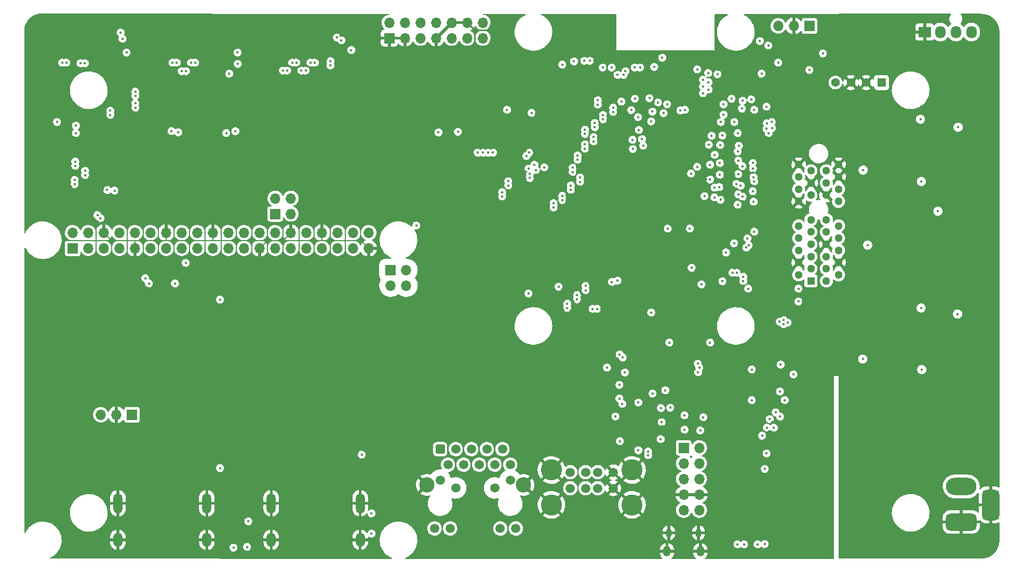
<source format=gbr>
G04 #@! TF.GenerationSoftware,KiCad,Pcbnew,(5.99.0-6751-g76ac8b5acf)*
G04 #@! TF.CreationDate,2021-04-16T13:45:54+01:00*
G04 #@! TF.ProjectId,CM4IOv5,434d3449-4f76-4352-9e6b-696361645f70,rev?*
G04 #@! TF.SameCoordinates,Original*
G04 #@! TF.FileFunction,Copper,L2,Inr*
G04 #@! TF.FilePolarity,Positive*
%FSLAX46Y46*%
G04 Gerber Fmt 4.6, Leading zero omitted, Abs format (unit mm)*
G04 Created by KiCad (PCBNEW (5.99.0-6751-g76ac8b5acf)) date 2021-04-16 13:45:54*
%MOMM*%
%LPD*%
G01*
G04 APERTURE LIST*
G04 Aperture macros list*
%AMRoundRect*
0 Rectangle with rounded corners*
0 $1 Rounding radius*
0 $2 $3 $4 $5 $6 $7 $8 $9 X,Y pos of 4 corners*
0 Add a 4 corners polygon primitive as box body*
4,1,4,$2,$3,$4,$5,$6,$7,$8,$9,$2,$3,0*
0 Add four circle primitives for the rounded corners*
1,1,$1+$1,$2,$3,0*
1,1,$1+$1,$4,$5,0*
1,1,$1+$1,$6,$7,0*
1,1,$1+$1,$8,$9,0*
0 Add four rect primitives between the rounded corners*
20,1,$1+$1,$2,$3,$4,$5,0*
20,1,$1+$1,$4,$5,$6,$7,0*
20,1,$1+$1,$6,$7,$8,$9,0*
20,1,$1+$1,$8,$9,$2,$3,0*%
G04 Aperture macros list end*
G04 #@! TA.AperFunction,ComponentPad*
%ADD10R,1.700000X1.700000*%
G04 #@! TD*
G04 #@! TA.AperFunction,ComponentPad*
%ADD11O,1.700000X1.700000*%
G04 #@! TD*
G04 #@! TA.AperFunction,ComponentPad*
%ADD12O,1.300000X1.700000*%
G04 #@! TD*
G04 #@! TA.AperFunction,ComponentPad*
%ADD13O,1.000000X1.400000*%
G04 #@! TD*
G04 #@! TA.AperFunction,ComponentPad*
%ADD14O,5.000000X2.800000*%
G04 #@! TD*
G04 #@! TA.AperFunction,ComponentPad*
%ADD15RoundRect,0.700000X1.800000X-0.700000X1.800000X0.700000X-1.800000X0.700000X-1.800000X-0.700000X0*%
G04 #@! TD*
G04 #@! TA.AperFunction,ComponentPad*
%ADD16RoundRect,0.700000X0.700000X-1.800000X0.700000X1.800000X-0.700000X1.800000X-0.700000X-1.800000X0*%
G04 #@! TD*
G04 #@! TA.AperFunction,ComponentPad*
%ADD17RoundRect,0.250500X-0.499500X-0.499500X0.499500X-0.499500X0.499500X0.499500X-0.499500X0.499500X0*%
G04 #@! TD*
G04 #@! TA.AperFunction,ComponentPad*
%ADD18C,1.500000*%
G04 #@! TD*
G04 #@! TA.AperFunction,ComponentPad*
%ADD19C,2.500000*%
G04 #@! TD*
G04 #@! TA.AperFunction,ComponentPad*
%ADD20O,1.500000X3.300000*%
G04 #@! TD*
G04 #@! TA.AperFunction,ComponentPad*
%ADD21O,1.500000X2.300000*%
G04 #@! TD*
G04 #@! TA.AperFunction,ComponentPad*
%ADD22C,3.450000*%
G04 #@! TD*
G04 #@! TA.AperFunction,ComponentPad*
%ADD23R,2.030000X1.730000*%
G04 #@! TD*
G04 #@! TA.AperFunction,ComponentPad*
%ADD24O,1.730000X2.030000*%
G04 #@! TD*
G04 #@! TA.AperFunction,ComponentPad*
%ADD25C,0.500000*%
G04 #@! TD*
G04 #@! TA.AperFunction,ComponentPad*
%ADD26R,1.408000X1.408000*%
G04 #@! TD*
G04 #@! TA.AperFunction,ComponentPad*
%ADD27C,1.408000*%
G04 #@! TD*
G04 #@! TA.AperFunction,ComponentPad*
%ADD28R,1.300000X1.300000*%
G04 #@! TD*
G04 #@! TA.AperFunction,ComponentPad*
%ADD29C,1.300000*%
G04 #@! TD*
G04 #@! TA.AperFunction,ViaPad*
%ADD30C,0.450000*%
G04 #@! TD*
G04 #@! TA.AperFunction,Conductor*
%ADD31C,0.130000*%
G04 #@! TD*
G04 #@! TA.AperFunction,Conductor*
%ADD32C,0.500000*%
G04 #@! TD*
G04 #@! TA.AperFunction,Conductor*
%ADD33C,0.230000*%
G04 #@! TD*
G04 #@! TA.AperFunction,Conductor*
%ADD34C,0.200000*%
G04 #@! TD*
G04 #@! TA.AperFunction,Conductor*
%ADD35C,0.254000*%
G04 #@! TD*
G04 APERTURE END LIST*
D10*
X97040000Y-136000000D03*
D11*
X94500000Y-136000000D03*
X91960000Y-136000000D03*
D10*
X87370000Y-108820000D03*
D11*
X87370000Y-106280000D03*
X89910000Y-108820000D03*
X89910000Y-106280000D03*
X92450000Y-108820000D03*
X92450000Y-106280000D03*
X94990000Y-108820000D03*
X94990000Y-106280000D03*
X97530000Y-108820000D03*
X97530000Y-106280000D03*
X100070000Y-108820000D03*
X100070000Y-106280000D03*
X102610000Y-108820000D03*
X102610000Y-106280000D03*
X105150000Y-108820000D03*
X105150000Y-106280000D03*
X107690000Y-108820000D03*
X107690000Y-106280000D03*
X110230000Y-108820000D03*
X110230000Y-106280000D03*
X112770000Y-108820000D03*
X112770000Y-106280000D03*
X115310000Y-108820000D03*
X115310000Y-106280000D03*
X117850000Y-108820000D03*
X117850000Y-106280000D03*
X120390000Y-108820000D03*
X120390000Y-106280000D03*
X122930000Y-108820000D03*
X122930000Y-106280000D03*
X125470000Y-108820000D03*
X125470000Y-106280000D03*
X128010000Y-108820000D03*
X128010000Y-106280000D03*
X130550000Y-108820000D03*
X130550000Y-106280000D03*
X133090000Y-108820000D03*
X133090000Y-106280000D03*
X135630000Y-108820000D03*
X135630000Y-106280000D03*
D10*
X187000000Y-141400000D03*
D11*
X189540000Y-141400000D03*
X187000000Y-143940000D03*
X189540000Y-143940000D03*
X187000000Y-146480000D03*
X189540000Y-146480000D03*
X187000000Y-149020000D03*
X189540000Y-149020000D03*
X187000000Y-151560000D03*
X189540000Y-151560000D03*
D10*
X139230000Y-112370000D03*
D11*
X141770000Y-112370000D03*
X139230000Y-114910000D03*
X141770000Y-114910000D03*
D12*
X189725000Y-158300000D03*
D13*
X184575000Y-155270000D03*
D12*
X184275000Y-158300000D03*
D13*
X189425000Y-155270000D03*
D14*
X232250000Y-147700000D03*
D15*
X232250000Y-153500000D03*
D16*
X237050000Y-150700000D03*
D17*
X147285000Y-141610000D03*
D18*
X148555000Y-144150000D03*
X149825000Y-141610000D03*
X151095000Y-144150000D03*
X152365000Y-141610000D03*
X153635000Y-144150000D03*
X154905000Y-141610000D03*
X156175000Y-144150000D03*
X157445000Y-141610000D03*
X158715000Y-144150000D03*
X147285000Y-146670000D03*
X149825000Y-147940000D03*
X156175000Y-147940000D03*
X158715000Y-146670000D03*
X146370000Y-154560000D03*
X148910000Y-154560000D03*
X157090000Y-154560000D03*
X159630000Y-154560000D03*
D19*
X145125000Y-147450000D03*
X160875000Y-147450000D03*
D20*
X134250000Y-150450000D03*
X119750000Y-150450000D03*
D21*
X119750000Y-156410000D03*
X134250000Y-156410000D03*
D20*
X109250000Y-150450000D03*
X94750000Y-150450000D03*
D21*
X94750000Y-156410000D03*
X109250000Y-156410000D03*
D18*
X168500000Y-145370000D03*
X171000000Y-145370000D03*
X173000000Y-145370000D03*
X175500000Y-145370000D03*
X168500000Y-147990000D03*
X171000000Y-147990000D03*
X173000000Y-147990000D03*
X175500000Y-147990000D03*
D22*
X165430000Y-150700000D03*
X178570000Y-150700000D03*
X165430000Y-145020000D03*
X178570000Y-145020000D03*
D23*
X226300000Y-73500000D03*
D24*
X228840000Y-73500000D03*
X231380000Y-73500000D03*
X233920000Y-73500000D03*
D25*
X229050000Y-96000000D03*
X226450000Y-96000000D03*
X230350000Y-96000000D03*
X229050000Y-94700000D03*
X227750000Y-96000000D03*
X226450000Y-94700000D03*
X227750000Y-94700000D03*
X230350000Y-94700000D03*
D26*
X219250000Y-81750000D03*
D27*
X216750000Y-81750000D03*
X214250000Y-81750000D03*
X211750000Y-81750000D03*
D10*
X120400000Y-103200000D03*
D11*
X120400000Y-100660000D03*
X122940000Y-103200000D03*
X122940000Y-100660000D03*
D10*
X139000000Y-74500000D03*
D11*
X139000000Y-71960000D03*
X141540000Y-74500000D03*
X141540000Y-71960000D03*
X144080000Y-74500000D03*
X144080000Y-71960000D03*
X146620000Y-74500000D03*
X146620000Y-71960000D03*
X149160000Y-74500000D03*
X149160000Y-71960000D03*
X151700000Y-74500000D03*
X151700000Y-71960000D03*
X154240000Y-74500000D03*
X154240000Y-71960000D03*
D10*
X207500000Y-72500000D03*
D11*
X204960000Y-72500000D03*
X202420000Y-72500000D03*
D25*
X229000000Y-126712500D03*
X226400000Y-126712500D03*
X230300000Y-126712500D03*
X229000000Y-125412500D03*
X227700000Y-126712500D03*
X226400000Y-125412500D03*
X227700000Y-125412500D03*
X230300000Y-125412500D03*
D28*
X207750000Y-114150000D03*
D29*
X205750000Y-113150000D03*
X207750000Y-112150000D03*
X205750000Y-111150000D03*
X207750000Y-110150000D03*
X205750000Y-109150000D03*
X207750000Y-108150000D03*
X205750000Y-107150000D03*
X207750000Y-106150000D03*
X205750000Y-105150000D03*
X207750000Y-104150000D03*
X205750000Y-101150000D03*
X207750000Y-100150000D03*
X205750000Y-99150000D03*
X207750000Y-98150000D03*
X205750000Y-97150000D03*
X207750000Y-96150000D03*
X205750000Y-95150000D03*
X210250000Y-114150000D03*
X212250000Y-113150000D03*
X210250000Y-112150000D03*
X212250000Y-111150000D03*
X210250000Y-110150000D03*
X212250000Y-109150000D03*
X210250000Y-108150000D03*
X212250000Y-107150000D03*
X210250000Y-106150000D03*
X212250000Y-105150000D03*
X210250000Y-104150000D03*
X212250000Y-101150000D03*
X210250000Y-100150000D03*
X212250000Y-99150000D03*
X210250000Y-98150000D03*
X212250000Y-97150000D03*
X210250000Y-96150000D03*
X212250000Y-95150000D03*
D30*
X117450000Y-72900000D03*
X224400000Y-124762500D03*
X232800000Y-126762500D03*
X233600000Y-127762500D03*
X232800000Y-125862500D03*
X232800000Y-127762500D03*
X233600000Y-128762500D03*
X232800000Y-128762500D03*
X223000000Y-127162500D03*
X233600000Y-125862500D03*
X232800000Y-124762500D03*
X231900000Y-125962500D03*
X231100000Y-125962500D03*
X233600000Y-124762500D03*
X233600000Y-123562500D03*
X232800000Y-123562500D03*
X223000000Y-125062500D03*
X223900000Y-127462500D03*
X225500000Y-124762500D03*
X225500000Y-127262500D03*
X222950000Y-126112500D03*
X231085000Y-127177500D03*
X224450000Y-126012500D03*
X231115000Y-124947500D03*
X233600000Y-126862500D03*
X204900000Y-138400000D03*
X213150000Y-134200000D03*
X193680000Y-157550000D03*
X224400000Y-95350000D03*
X230250000Y-132162500D03*
X226500000Y-132912500D03*
X226500000Y-131062500D03*
X230250000Y-131112500D03*
X230250000Y-130312500D03*
X226500000Y-132212500D03*
X230250000Y-132962500D03*
X226500000Y-130312500D03*
X223000000Y-128412500D03*
X167400000Y-118900000D03*
X169600000Y-95500000D03*
X175200000Y-115200000D03*
X193516744Y-98774022D03*
X207350000Y-156400000D03*
X175400000Y-131875000D03*
X124250000Y-80500000D03*
X161200000Y-90400000D03*
X107750000Y-77844990D03*
X158900000Y-89100000D03*
X96250000Y-74900000D03*
X169600000Y-96400000D03*
X170300000Y-114600000D03*
X141150000Y-134912500D03*
X159700000Y-94000000D03*
X193250000Y-133850000D03*
X93000000Y-122500000D03*
X129500000Y-151350000D03*
X224400000Y-94000000D03*
X106000000Y-151450000D03*
X88250000Y-77800000D03*
X169950000Y-78200000D03*
X122750000Y-80500000D03*
X130250000Y-77800000D03*
X187200000Y-105600000D03*
X192450000Y-71000000D03*
X171700000Y-116100000D03*
X232600000Y-95500000D03*
X125750000Y-77800000D03*
X110350000Y-133912500D03*
X221300000Y-94300000D03*
X156450000Y-132812500D03*
X178200000Y-79200000D03*
X220800000Y-112850000D03*
X103000000Y-148100000D03*
X193750000Y-146800000D03*
X198194979Y-103600000D03*
X208450000Y-158050000D03*
X236500000Y-122500000D03*
X171650000Y-90250000D03*
X208850000Y-146800000D03*
X101500000Y-148100000D03*
X209850000Y-85200000D03*
X182500000Y-131525000D03*
X225450000Y-125912500D03*
X98450000Y-147812500D03*
X106000000Y-148100000D03*
X106300000Y-79200000D03*
X192750000Y-79700000D03*
X194680000Y-155700000D03*
X169400000Y-98400000D03*
X91400000Y-104400000D03*
X121200000Y-80344990D03*
X112250000Y-79800000D03*
X123500000Y-151400000D03*
X223050000Y-98850000D03*
X177475000Y-137775000D03*
X179550000Y-92000000D03*
X162938528Y-86815411D03*
X172415000Y-126685000D03*
X101500000Y-157500000D03*
X97050000Y-84500000D03*
X94000000Y-72500000D03*
X169000000Y-117500000D03*
X179604000Y-139846000D03*
X191400000Y-158600000D03*
X204950000Y-115100000D03*
X176300000Y-125400000D03*
X190300000Y-95159958D03*
X224400000Y-98860010D03*
X171750000Y-89450000D03*
X226650000Y-101400000D03*
X144650000Y-131312500D03*
X178200000Y-126549990D03*
X195200000Y-96800000D03*
X166500000Y-101400000D03*
X85150000Y-79500000D03*
X159800000Y-103630010D03*
X121500000Y-72500000D03*
X86500000Y-157500000D03*
X86500000Y-72500000D03*
X168000000Y-78820010D03*
X173000000Y-137700000D03*
X164300655Y-102410010D03*
X226650000Y-99600000D03*
X103250000Y-77850000D03*
X181600000Y-143300000D03*
X167350000Y-117500000D03*
X180950000Y-131000000D03*
X198300000Y-98600000D03*
X183500000Y-85700000D03*
X173750000Y-84400000D03*
X168950000Y-116100000D03*
X126150000Y-79900000D03*
X159700000Y-91600000D03*
X178200000Y-88400000D03*
X175883000Y-135283000D03*
X225600000Y-96600000D03*
X171100000Y-97100000D03*
X213150000Y-139800000D03*
X131000000Y-148050000D03*
X231235000Y-96765000D03*
X175400000Y-132625000D03*
X193600000Y-100500000D03*
X223000000Y-96600000D03*
X236500000Y-132500000D03*
X167250000Y-115500000D03*
X98250000Y-86300000D03*
X226650000Y-100400000D03*
X232600000Y-94000000D03*
X236500000Y-77500000D03*
X190150000Y-79800000D03*
X81500000Y-72500000D03*
X94150000Y-87500000D03*
X214000000Y-155000000D03*
X131950000Y-143912500D03*
X123450000Y-143412500D03*
X152750000Y-157250000D03*
X167900000Y-100210010D03*
X171400000Y-118710010D03*
X181300000Y-79200000D03*
X209000000Y-72500000D03*
X198550000Y-142550000D03*
X225600000Y-95350000D03*
X128000000Y-151400000D03*
X81500000Y-152500000D03*
X123500000Y-148000000D03*
X225600000Y-94000000D03*
X197250000Y-105300000D03*
X109250000Y-77800000D03*
X156900000Y-99000000D03*
X114900000Y-151600000D03*
X112250000Y-77760009D03*
X161200000Y-100000000D03*
X149400000Y-137200000D03*
X164300000Y-88010010D03*
X87100000Y-89800000D03*
X233500000Y-94000000D03*
X161200000Y-98800000D03*
X162900000Y-98800000D03*
X121750000Y-146612500D03*
X94150000Y-85900000D03*
X195100000Y-90420010D03*
X161200000Y-97610010D03*
X206450000Y-117500000D03*
X197950000Y-106600000D03*
X196450000Y-112700000D03*
X174559486Y-133245488D03*
X88350000Y-90800000D03*
X110750000Y-77800000D03*
X233500000Y-98000000D03*
X114800000Y-148300000D03*
X126600000Y-119700000D03*
X210900000Y-158750000D03*
X115600000Y-138800000D03*
X98500000Y-151400000D03*
X196825453Y-91936823D03*
X199700000Y-75800000D03*
X200900000Y-138700000D03*
X175350000Y-71100000D03*
X236500000Y-112500000D03*
X161200000Y-102500000D03*
X87050000Y-97250000D03*
X180900000Y-87800000D03*
X203900000Y-127600000D03*
X174600000Y-87850000D03*
X107285000Y-123415000D03*
X198219139Y-100361721D03*
X194350000Y-113300000D03*
X171650000Y-114600000D03*
X166000000Y-71150000D03*
X196700000Y-96400000D03*
X178400000Y-125530032D03*
X112350000Y-142112500D03*
X220800000Y-113650000D03*
X173350000Y-89200000D03*
X174600000Y-87150000D03*
X209000000Y-132500000D03*
X90050000Y-97200000D03*
X131000000Y-151350000D03*
X90050000Y-95700000D03*
X162901867Y-93992530D03*
X124250000Y-77800000D03*
X193950000Y-108300000D03*
X182800000Y-86500000D03*
X89750000Y-77800000D03*
X223900000Y-128410010D03*
X94250000Y-77800000D03*
X92250000Y-99200000D03*
X191950000Y-76800000D03*
X225600000Y-98860010D03*
X173600000Y-118700000D03*
X125750000Y-79100000D03*
X164300000Y-90410010D03*
X81500000Y-130000000D03*
X129500000Y-148050000D03*
X104000000Y-72500000D03*
X173200000Y-88150000D03*
X232600000Y-98000000D03*
X151600000Y-137800000D03*
X173100000Y-91400000D03*
X183400000Y-137900000D03*
X237000000Y-142000000D03*
X106450000Y-137512500D03*
X196700000Y-102200000D03*
X154650000Y-121312500D03*
X200650000Y-80300000D03*
X162900000Y-103569990D03*
X224400000Y-96600000D03*
X175350000Y-72500000D03*
X161200000Y-95200000D03*
X162900000Y-91600000D03*
X176500000Y-157500000D03*
X185800000Y-136300000D03*
X233500000Y-99000000D03*
X208950000Y-139800000D03*
X174360000Y-141410000D03*
X231215000Y-93885000D03*
X112950000Y-131412500D03*
X214000000Y-157500000D03*
X193250000Y-135750000D03*
X161650000Y-127712500D03*
X127250000Y-77800000D03*
X106350000Y-80500000D03*
X104750000Y-79200000D03*
X161150000Y-115600000D03*
X196732552Y-94390137D03*
X85250000Y-77800000D03*
X173800000Y-85250000D03*
X236500000Y-157500000D03*
X81500000Y-102500000D03*
X92900000Y-87500000D03*
X169300000Y-99300000D03*
X183650000Y-105600000D03*
X88500000Y-97200000D03*
X127150000Y-139912500D03*
X234050000Y-145550000D03*
X87100000Y-98750000D03*
X193644988Y-92800000D03*
X104750000Y-80600000D03*
X94950000Y-99500000D03*
X233500000Y-95500000D03*
X99350000Y-145012500D03*
X176300000Y-127500000D03*
X159100000Y-124962500D03*
X122750000Y-77800000D03*
X129950000Y-128612500D03*
X161300000Y-96300000D03*
X183325000Y-131525000D03*
X173050000Y-90500000D03*
X88450000Y-94100000D03*
X222850000Y-136400000D03*
X179450000Y-86100000D03*
X114000000Y-72500000D03*
X175350000Y-73900000D03*
X154050000Y-130112500D03*
X157500000Y-85600000D03*
X134950000Y-141012500D03*
X230250000Y-99500000D03*
X121250000Y-77800000D03*
X193600000Y-105000000D03*
X171600000Y-92600000D03*
X183200000Y-140900000D03*
X154850000Y-115312500D03*
X187500000Y-131400000D03*
X88450000Y-98800000D03*
X181600000Y-131700000D03*
X172500000Y-78200000D03*
X81500000Y-95000000D03*
X112150000Y-116710010D03*
X195350000Y-112100000D03*
X81500000Y-142500000D03*
X146200000Y-89800000D03*
X232600000Y-99000000D03*
X213750000Y-85200000D03*
X104800000Y-90800000D03*
X225600000Y-129460010D03*
X117750000Y-128712500D03*
X224000000Y-157500000D03*
X107050000Y-147312500D03*
X182000000Y-142500000D03*
X87500000Y-88100000D03*
X171600000Y-91800000D03*
X236850000Y-94100000D03*
X200200000Y-140100000D03*
X182100000Y-84900000D03*
X195900000Y-131900000D03*
X196800000Y-93200000D03*
X195200000Y-94800000D03*
X104750000Y-77844990D03*
X179200000Y-90300000D03*
X126500000Y-151350000D03*
X197950000Y-157150000D03*
X149250000Y-126612500D03*
X199700000Y-142500000D03*
X131550000Y-135612500D03*
X162900000Y-101210010D03*
X155658314Y-75744990D03*
X187500000Y-129237500D03*
X182700000Y-119000000D03*
X223050000Y-97660010D03*
X178745999Y-131845999D03*
X155467559Y-137292894D03*
X122750000Y-79100000D03*
X177600000Y-139800000D03*
X206050000Y-158050000D03*
X124750000Y-128612500D03*
X155400000Y-139400000D03*
X166500000Y-102210010D03*
X170450000Y-94450000D03*
X184950000Y-76800000D03*
X167900000Y-101000000D03*
X114750000Y-89500000D03*
X131050000Y-74100000D03*
X230250000Y-101500000D03*
X118750000Y-135812500D03*
X195100000Y-103600000D03*
X170300000Y-93100000D03*
X182300000Y-158600000D03*
X103000000Y-90700000D03*
X198326926Y-96450546D03*
X164300000Y-85589990D03*
X230250000Y-102300000D03*
X192133781Y-95193358D03*
X187250000Y-76800000D03*
X154700000Y-92550000D03*
X230250000Y-100400000D03*
X174450000Y-85350000D03*
X148600000Y-89910010D03*
X88300000Y-79400000D03*
X213250000Y-146200000D03*
X221300000Y-96500000D03*
X207560000Y-144350000D03*
X154850000Y-116912500D03*
X103150000Y-79100000D03*
X149400000Y-139400000D03*
X86750000Y-77800000D03*
X201150000Y-156800000D03*
X174500000Y-79200000D03*
X103000000Y-151450000D03*
X170300000Y-116100000D03*
X162900000Y-99989990D03*
X226650000Y-102300000D03*
X114250000Y-77900000D03*
X175800000Y-87350000D03*
X189299680Y-96599671D03*
X96950000Y-82800000D03*
X181693000Y-137768000D03*
X236500000Y-72500000D03*
X231200000Y-95400000D03*
X201400000Y-137200000D03*
X161200000Y-88000000D03*
X166100000Y-74462500D03*
X159000000Y-97310010D03*
X181672000Y-135700000D03*
X162900000Y-89200000D03*
X128750000Y-77800000D03*
X195100000Y-85584990D03*
X233500000Y-92400000D03*
X221300000Y-95300000D03*
X87050000Y-91250000D03*
X134550000Y-123812500D03*
X94150000Y-74500000D03*
X81500000Y-82500000D03*
X104500000Y-148100000D03*
X110250000Y-144112500D03*
X223050000Y-95350000D03*
X99450000Y-115250000D03*
X159800000Y-86700000D03*
X87100000Y-94300000D03*
X205200000Y-77000000D03*
X92850000Y-85900000D03*
X101500000Y-151450000D03*
X109855000Y-118345000D03*
X125050000Y-135712500D03*
X233500000Y-96700000D03*
X192000000Y-92000000D03*
X232700000Y-92400000D03*
X161200000Y-85589990D03*
X108150000Y-78800000D03*
X223000000Y-129360010D03*
X171100000Y-98000000D03*
X196650000Y-114900000D03*
X103250000Y-140100000D03*
X177536000Y-135700000D03*
X175119153Y-92754991D03*
X170581263Y-143918737D03*
X162900000Y-97600000D03*
X232600000Y-96700000D03*
X81500000Y-115000000D03*
X193600000Y-96800000D03*
X92750000Y-77800000D03*
X128000000Y-148050000D03*
X155500000Y-92600000D03*
X234100000Y-144050000D03*
X220800000Y-112050000D03*
X163600000Y-157150000D03*
X86750000Y-79500000D03*
X161200000Y-92800000D03*
X126500000Y-148050000D03*
X128050000Y-72550000D03*
X164300000Y-92810010D03*
X191700000Y-136400000D03*
X98250000Y-82800000D03*
X87100000Y-95700000D03*
X157800000Y-101000000D03*
X189350000Y-76800000D03*
X124250000Y-79150000D03*
X91250000Y-77900000D03*
X198879990Y-95313931D03*
X170300000Y-117500000D03*
X191200000Y-100400000D03*
X175350000Y-75500000D03*
X153850000Y-92550000D03*
X195226569Y-101006627D03*
X175775000Y-141400000D03*
X202500000Y-77000000D03*
X104500000Y-151450000D03*
X88450000Y-95800000D03*
X143450000Y-105850000D03*
X98150000Y-84500000D03*
X193600000Y-94800000D03*
X174000000Y-127500000D03*
X159774984Y-101300004D03*
X196800000Y-90800000D03*
X209000000Y-122500000D03*
X223000000Y-94200000D03*
X179604000Y-135679000D03*
X190650063Y-97600882D03*
X168601867Y-118979990D03*
X195100000Y-92000000D03*
X121150000Y-79100000D03*
X220400000Y-135600000D03*
X198550000Y-144850000D03*
X195180800Y-98796776D03*
X189100000Y-111400000D03*
X224200000Y-129360010D03*
X153000000Y-137800000D03*
X105500000Y-85400000D03*
X196600000Y-101100000D03*
X192350000Y-75900000D03*
X157750000Y-98960010D03*
X87100000Y-92700000D03*
X106300000Y-77844990D03*
X96950000Y-86300000D03*
X127600000Y-79000000D03*
X195150000Y-102400000D03*
X181600000Y-139800000D03*
X195900000Y-130510010D03*
X104050000Y-114550000D03*
X99800000Y-114550000D03*
X225700000Y-118562500D03*
X225812500Y-128625000D03*
X216200000Y-126900000D03*
X217000000Y-108300000D03*
X231650000Y-119550000D03*
X228450000Y-102750000D03*
X157400000Y-100350000D03*
X87700000Y-98350000D03*
X87700000Y-97650000D03*
X157400000Y-99650000D03*
X89400000Y-96850000D03*
X158400000Y-98550000D03*
X158400000Y-97850000D03*
X89400000Y-96150000D03*
X161900000Y-97350000D03*
X87800000Y-95350000D03*
X87800000Y-94650000D03*
X161900000Y-96650000D03*
X177500000Y-79900000D03*
X189200000Y-79600000D03*
X94200000Y-99400000D03*
X95500000Y-74600000D03*
X199425000Y-74975000D03*
X131189949Y-74850000D03*
X183718779Y-86740611D03*
X91900000Y-103900000D03*
X93000000Y-99300000D03*
X91400000Y-103400000D03*
X191000000Y-80200000D03*
X177200000Y-80500000D03*
X95200000Y-73600000D03*
X200800000Y-75700000D03*
X181900000Y-86500000D03*
X130450000Y-74400000D03*
X168900000Y-95650000D03*
X97600000Y-83250000D03*
X168900000Y-96350000D03*
X97600000Y-83950000D03*
X170100000Y-97250000D03*
X97600000Y-85150000D03*
X97600000Y-85850000D03*
X170100000Y-97950000D03*
X89350000Y-78600000D03*
X168600000Y-98550000D03*
X88650000Y-78600000D03*
X168600000Y-99250000D03*
X167200000Y-100250000D03*
X93500000Y-86350000D03*
X167200000Y-100950000D03*
X93500000Y-87050000D03*
X165800000Y-101450000D03*
X86350000Y-78500000D03*
X165800000Y-102150000D03*
X85650000Y-78500000D03*
X103650000Y-78500000D03*
X169700000Y-94350000D03*
X169700000Y-93650000D03*
X104350000Y-78500000D03*
X105150000Y-79900000D03*
X170900000Y-92550000D03*
X170900000Y-91850000D03*
X105850000Y-79900000D03*
X106650000Y-78500000D03*
X172300000Y-91350000D03*
X107350000Y-78500000D03*
X172300000Y-90650000D03*
X173000000Y-84650000D03*
X129400000Y-78250000D03*
X173000000Y-85350000D03*
X129400000Y-78950000D03*
X126850000Y-78500000D03*
X175500000Y-85850000D03*
X175500000Y-86550000D03*
X126150000Y-78500000D03*
X125350000Y-79800000D03*
X173850000Y-87050000D03*
X124650000Y-79800000D03*
X173850000Y-87750000D03*
X123850000Y-78500000D03*
X172500000Y-88350000D03*
X123150000Y-78500000D03*
X172500000Y-89050000D03*
X170900000Y-89450000D03*
X122350000Y-79800000D03*
X170900000Y-90150000D03*
X121650000Y-79800000D03*
X201020010Y-136700000D03*
X195760000Y-157150000D03*
X202000000Y-135600000D03*
X201700000Y-138100000D03*
X200570010Y-138100000D03*
X196850000Y-157150000D03*
X199050000Y-157150000D03*
X199800000Y-139400000D03*
X196001924Y-92079994D03*
X198500000Y-106100000D03*
X200500000Y-142300000D03*
X202700000Y-132200000D03*
X202700000Y-136300000D03*
X192950000Y-91950000D03*
X191100000Y-91900000D03*
X192060347Y-93553326D03*
X195801924Y-93020006D03*
X195900000Y-94500000D03*
X192900000Y-94900000D03*
X198275038Y-94900000D03*
X191300000Y-95159967D03*
X189200000Y-95519989D03*
X196571159Y-95412331D03*
X198300000Y-95800000D03*
X188200000Y-96600000D03*
X192900000Y-96800000D03*
X195900000Y-96700000D03*
X191300000Y-97590984D03*
X198400000Y-97200000D03*
X198500000Y-97900000D03*
X192814650Y-98829922D03*
X190400000Y-100300000D03*
X196300000Y-98600000D03*
X192000000Y-100500000D03*
X198275018Y-99500000D03*
X195800000Y-101700000D03*
X195900000Y-100009990D03*
X196600000Y-100400000D03*
X155899999Y-93200001D03*
X162663238Y-95179940D03*
X155100000Y-93200000D03*
X164269990Y-95596020D03*
X154300000Y-93200000D03*
X162903625Y-96029406D03*
X153400000Y-93200000D03*
X161700000Y-95800000D03*
X174500000Y-128300000D03*
X188200000Y-142900000D03*
X181200000Y-142000000D03*
X181200000Y-142600000D03*
X209700000Y-77000000D03*
X161800000Y-93200000D03*
X147000000Y-89900000D03*
X158200000Y-86200000D03*
X162200000Y-86700000D03*
X150200000Y-89800000D03*
X161353008Y-93746992D03*
X195200000Y-108000000D03*
X193900000Y-109500000D03*
X180400000Y-92050000D03*
X196500000Y-86000000D03*
X181700000Y-119300000D03*
X177400000Y-129100000D03*
X193500000Y-85305009D03*
X188300000Y-112000000D03*
X184400000Y-105600000D03*
X180200000Y-91000000D03*
X177047488Y-126647488D03*
X172850000Y-118700000D03*
X172150000Y-118700000D03*
X176552512Y-126152512D03*
X115800000Y-157562500D03*
X113600000Y-157700000D03*
X183300000Y-134900000D03*
X184800000Y-134850000D03*
X207500000Y-79700000D03*
X193000000Y-100904756D03*
X176986750Y-134213250D03*
X191300000Y-124200000D03*
X96150000Y-76850000D03*
X179604000Y-141796000D03*
X176515500Y-131109500D03*
X184650000Y-124200000D03*
X202800000Y-127800000D03*
X105800000Y-111200000D03*
X179604000Y-133996000D03*
X183400000Y-137200000D03*
X195250000Y-88200000D03*
X197600000Y-108300000D03*
X193050000Y-88200000D03*
X132795001Y-76445001D03*
X176515500Y-133340500D03*
X198100000Y-128600000D03*
X184012500Y-132000000D03*
X114250000Y-76850000D03*
X187200000Y-86200000D03*
X186450000Y-86300000D03*
X183236290Y-139963710D03*
X84800000Y-88200000D03*
X197200000Y-108700000D03*
X116000000Y-153400000D03*
X183500000Y-77700000D03*
X181912500Y-132537500D03*
X175868000Y-136268000D03*
X176600000Y-140300000D03*
X200200000Y-144850000D03*
X200200000Y-157100000D03*
X204898661Y-129398661D03*
X189900000Y-114700000D03*
X175300000Y-114300000D03*
X194800000Y-84400000D03*
X181400000Y-84300000D03*
X198000000Y-84500000D03*
X175254910Y-79300000D03*
X195600000Y-98300000D03*
X192046881Y-98904712D03*
X197500000Y-115400000D03*
X193300000Y-114200000D03*
X176200000Y-114100000D03*
X196700000Y-114150000D03*
X169600000Y-116450000D03*
X194950000Y-112800000D03*
X196700000Y-113450000D03*
X169600000Y-117150000D03*
X195650000Y-112800000D03*
X171000000Y-115650000D03*
X171000000Y-114950000D03*
X205700000Y-117500000D03*
X166600000Y-115100000D03*
X205700000Y-115400000D03*
X168000000Y-117850000D03*
X168000000Y-118550000D03*
X198400000Y-101200000D03*
X136100000Y-155400000D03*
X188000000Y-105600000D03*
X136100000Y-152100000D03*
X225600000Y-87750000D03*
X225750000Y-97900000D03*
X190200000Y-136400000D03*
X189700000Y-138550000D03*
X187125000Y-138425000D03*
X187125000Y-136075000D03*
X112400000Y-90000000D03*
X104575000Y-89875000D03*
X87900000Y-90000000D03*
X112900000Y-80300000D03*
X87900000Y-88800000D03*
X113900000Y-89700000D03*
X103498133Y-89679990D03*
X114300000Y-78700000D03*
X179050000Y-84400000D03*
X176200000Y-80500000D03*
X178450000Y-86250000D03*
X169100000Y-78300000D03*
X171700000Y-78200000D03*
X179700000Y-89500000D03*
X182800000Y-85000000D03*
X179000000Y-79300000D03*
X179900000Y-79300000D03*
X184300000Y-85300000D03*
X193500000Y-87000000D03*
X198500000Y-86200000D03*
X178700000Y-92600000D03*
X134500000Y-142500000D03*
X199700000Y-80300000D03*
X192500000Y-80400000D03*
X167200000Y-78820010D03*
X179550000Y-87400000D03*
X170800000Y-78200000D03*
X176850000Y-84850000D03*
X191050000Y-81700000D03*
X189300000Y-127650000D03*
X190150000Y-81300000D03*
X203300000Y-121200000D03*
X191050000Y-82900000D03*
X200550000Y-88400000D03*
X216250000Y-96050000D03*
X111400000Y-117200000D03*
X202650000Y-120800000D03*
X203950000Y-120950000D03*
X231750000Y-89050000D03*
X201400000Y-89200000D03*
X200500000Y-89300000D03*
X189350000Y-129050000D03*
X201350000Y-88200000D03*
X99200000Y-113700000D03*
X190150000Y-82400000D03*
X190150000Y-83500000D03*
X200500000Y-85700000D03*
X189550000Y-128300000D03*
X111400000Y-144700000D03*
X203300000Y-120550000D03*
X200850000Y-90000000D03*
X161700000Y-116200000D03*
X182200000Y-79200000D03*
X196600000Y-84720010D03*
X143400000Y-105100000D03*
X178650000Y-91100000D03*
X173800000Y-79300000D03*
X181700000Y-88100000D03*
X195800000Y-90000000D03*
X191550000Y-90450000D03*
X202400000Y-78500000D03*
X193300000Y-90400000D03*
X198100000Y-133600000D03*
X197400000Y-107200000D03*
X203479990Y-133600000D03*
D31*
X108950000Y-104850000D02*
X109000000Y-104800000D01*
X91150000Y-105450000D02*
X91150000Y-104850000D01*
X129250000Y-107600000D02*
X134360000Y-107600000D01*
X93700000Y-107600000D02*
X93700000Y-110100000D01*
X93600000Y-110200000D02*
X96300000Y-110200000D01*
X114050000Y-105650000D02*
X114050000Y-104850000D01*
X124200000Y-110200000D02*
X126700000Y-110200000D01*
X137100000Y-105400000D02*
X136500000Y-104800000D01*
X114050000Y-110150000D02*
X114000000Y-110200000D01*
X124250000Y-109550000D02*
X124250000Y-110150000D01*
X131700000Y-104800000D02*
X129300000Y-104800000D01*
X98850000Y-104850000D02*
X98900000Y-104800000D01*
X119100000Y-110200000D02*
X121700000Y-110200000D01*
X86000000Y-105200000D02*
X86000000Y-107100000D01*
X119100000Y-105550000D02*
X119100000Y-109800000D01*
X128010000Y-106330000D02*
X128010000Y-107532081D01*
X121660000Y-107600000D02*
X121660000Y-109590000D01*
X124250000Y-110150000D02*
X124200000Y-110200000D01*
X102610000Y-107532081D02*
X102600000Y-107542081D01*
X86000000Y-110000000D02*
X86200000Y-110200000D01*
X101400000Y-104800000D02*
X98900000Y-104800000D01*
X86400000Y-104800000D02*
X86000000Y-105200000D01*
X134360000Y-107600000D02*
X135630000Y-108870000D01*
X114050000Y-107600000D02*
X119200000Y-107600000D01*
X106450000Y-107600000D02*
X106400000Y-107550000D01*
X121660000Y-107600000D02*
X129250000Y-107600000D01*
X111550000Y-109750000D02*
X111550000Y-110150000D01*
X103900000Y-105250000D02*
X103900000Y-110100000D01*
X126750000Y-105250000D02*
X126750000Y-107450000D01*
X119200000Y-107600000D02*
X121660000Y-107600000D01*
X97530000Y-107667919D02*
X97597919Y-107600000D01*
X116600000Y-105700000D02*
X116600000Y-104900000D01*
X126750000Y-107450000D02*
X126750000Y-110150000D01*
X91150000Y-105450000D02*
X91150000Y-109750000D01*
X114050000Y-104850000D02*
X114100000Y-104800000D01*
X106400000Y-109650000D02*
X106400000Y-110200000D01*
X98900000Y-104800000D02*
X96200000Y-104800000D01*
X126750000Y-110150000D02*
X126700000Y-110200000D01*
X98850000Y-110150000D02*
X98900000Y-110200000D01*
X121600000Y-104800000D02*
X119100000Y-104800000D01*
X119100000Y-109800000D02*
X119100000Y-110200000D01*
X111500000Y-104800000D02*
X109000000Y-104800000D01*
X131850000Y-104950000D02*
X131700000Y-104800000D01*
X102600000Y-107542081D02*
X102600000Y-107600000D01*
X101350000Y-105150000D02*
X101350000Y-104850000D01*
X121660000Y-104860000D02*
X121600000Y-104800000D01*
X93700000Y-110100000D02*
X93600000Y-110200000D01*
X116600000Y-104900000D02*
X116700000Y-104800000D01*
X116600000Y-110200000D02*
X119100000Y-110200000D01*
X94400000Y-107600000D02*
X98850000Y-107600000D01*
X91200000Y-104800000D02*
X86400000Y-104800000D01*
X129250000Y-107550000D02*
X129350000Y-107450000D01*
X114050000Y-105650000D02*
X114050000Y-109600000D01*
X96250000Y-105600000D02*
X96250000Y-104850000D01*
X102610000Y-106330000D02*
X102610000Y-107532081D01*
X106400000Y-109650000D02*
X106400000Y-104800000D01*
X91150000Y-110150000D02*
X91200000Y-110200000D01*
X101350000Y-107550000D02*
X101350000Y-105150000D01*
X129350000Y-105500000D02*
X129350000Y-109750000D01*
X126700000Y-104800000D02*
X124200000Y-104800000D01*
X106400000Y-107550000D02*
X103932468Y-107582468D01*
X137100000Y-106203398D02*
X137100000Y-105400000D01*
X119100000Y-105550000D02*
X119100000Y-104800000D01*
X129350000Y-104850000D02*
X129300000Y-104800000D01*
X101350000Y-104850000D02*
X101400000Y-104800000D01*
X102600000Y-107600000D02*
X98850000Y-107600000D01*
X121660000Y-107600000D02*
X121660000Y-104860000D01*
D32*
X146620000Y-74500000D02*
X149160000Y-71960000D01*
D31*
X129350000Y-109750000D02*
X129350000Y-110150000D01*
X86000000Y-107600000D02*
X86000000Y-110000000D01*
X103900000Y-110100000D02*
X103800000Y-110200000D01*
X86200000Y-110200000D02*
X91200000Y-110200000D01*
X131850000Y-110150000D02*
X131900000Y-110200000D01*
X124200000Y-104800000D02*
X121600000Y-104800000D01*
X136500000Y-104800000D02*
X134300000Y-104800000D01*
X134300000Y-104800000D02*
X131700000Y-104800000D01*
D33*
X151700000Y-71960000D02*
X152940000Y-73200000D01*
D31*
X101400000Y-107600000D02*
X101350000Y-107550000D01*
X116700000Y-104800000D02*
X114100000Y-104800000D01*
X108950000Y-110150000D02*
X108900000Y-110200000D01*
X103932468Y-107582468D02*
X102600000Y-107600000D01*
X96250000Y-109600000D02*
X96250000Y-110150000D01*
X91150000Y-104850000D02*
X91200000Y-104800000D01*
X124250000Y-104850000D02*
X124200000Y-104800000D01*
X137100000Y-110000000D02*
X137100000Y-106203398D01*
X101350000Y-110150000D02*
X101400000Y-110200000D01*
X124250000Y-109550000D02*
X124250000Y-104850000D01*
X103900000Y-105250000D02*
X103900000Y-104800000D01*
X187000000Y-149020000D02*
X189540000Y-149020000D01*
X106400000Y-104800000D02*
X103900000Y-104800000D01*
X108950000Y-109650000D02*
X108950000Y-110150000D01*
X109000000Y-104800000D02*
X106400000Y-104800000D01*
D33*
X152940000Y-73200000D02*
X152940000Y-75160000D01*
D31*
X91200000Y-110200000D02*
X93600000Y-110200000D01*
X131900000Y-110200000D02*
X136900000Y-110200000D01*
X96200000Y-104800000D02*
X91200000Y-104800000D01*
X91150000Y-109750000D02*
X91150000Y-110150000D01*
X129400000Y-110200000D02*
X131900000Y-110200000D01*
X97530000Y-108870000D02*
X97530000Y-107667919D01*
X93720000Y-107600000D02*
X92450000Y-106330000D01*
X119100000Y-104800000D02*
X116700000Y-104800000D01*
D33*
X152940000Y-73200000D02*
X155000000Y-73200000D01*
D31*
X103800000Y-110200000D02*
X106400000Y-110200000D01*
X121660000Y-110160000D02*
X121700000Y-110200000D01*
X101350000Y-107550000D02*
X101350000Y-110150000D01*
X121660000Y-109590000D02*
X121660000Y-110160000D01*
X108950000Y-105500000D02*
X108950000Y-104850000D01*
X129300000Y-104800000D02*
X126700000Y-104800000D01*
X86000000Y-107600000D02*
X94400000Y-107600000D01*
X98900000Y-110200000D02*
X101400000Y-110200000D01*
X121660000Y-107600000D02*
X122930000Y-106330000D01*
X96250000Y-105600000D02*
X96250000Y-109600000D01*
X111550000Y-104850000D02*
X111500000Y-104800000D01*
X98850000Y-109750000D02*
X98850000Y-110150000D01*
X131850000Y-105600000D02*
X131850000Y-104950000D01*
X131850000Y-109650000D02*
X131850000Y-110150000D01*
X101400000Y-110200000D02*
X103800000Y-110200000D01*
X108900000Y-110200000D02*
X111500000Y-110200000D01*
X98850000Y-105450000D02*
X98850000Y-104850000D01*
X129350000Y-110150000D02*
X129400000Y-110200000D01*
X136900000Y-110200000D02*
X137100000Y-110000000D01*
X131850000Y-105600000D02*
X131850000Y-109650000D01*
X114050000Y-109600000D02*
X114050000Y-110150000D01*
X111550000Y-110150000D02*
X111500000Y-110200000D01*
X110230000Y-107532081D02*
X110297919Y-107600000D01*
X96250000Y-110150000D02*
X96300000Y-110200000D01*
X98850000Y-109750000D02*
X98850000Y-105450000D01*
X110230000Y-106330000D02*
X110230000Y-107532081D01*
X106450000Y-107600000D02*
X114050000Y-107600000D01*
X129350000Y-105500000D02*
X129350000Y-104850000D01*
X121700000Y-110200000D02*
X124200000Y-110200000D01*
X108950000Y-105500000D02*
X108950000Y-109650000D01*
X126750000Y-105250000D02*
X126750000Y-104850000D01*
X111500000Y-110200000D02*
X114000000Y-110200000D01*
X116600000Y-107600000D02*
X116600000Y-110200000D01*
X128010000Y-107532081D02*
X128077919Y-107600000D01*
X134300000Y-107600000D02*
X134300000Y-104800000D01*
X116600000Y-107600000D02*
X116600000Y-105700000D01*
X114100000Y-104800000D02*
X111500000Y-104800000D01*
X111550000Y-105650000D02*
X111550000Y-104850000D01*
X126700000Y-110200000D02*
X129400000Y-110200000D01*
X106400000Y-110200000D02*
X108900000Y-110200000D01*
X114000000Y-110200000D02*
X116600000Y-110200000D01*
X129250000Y-107600000D02*
X129250000Y-107550000D01*
X111550000Y-105650000D02*
X111550000Y-109750000D01*
X96300000Y-110200000D02*
X98900000Y-110200000D01*
X96250000Y-104850000D02*
X96200000Y-104800000D01*
X86000000Y-107100000D02*
X86000000Y-107600000D01*
X117850000Y-108870000D02*
X119120000Y-107600000D01*
X126750000Y-104850000D02*
X126700000Y-104800000D01*
X118950000Y-107600000D02*
X119100000Y-107450000D01*
X103900000Y-104800000D02*
X101400000Y-104800000D01*
D34*
X230433667Y-70680324D02*
X230422751Y-70696266D01*
X230323558Y-70876697D01*
X230315946Y-70894456D01*
X230253688Y-71090718D01*
X230249671Y-71109618D01*
X230226720Y-71314235D01*
X230226450Y-71333554D01*
X230243679Y-71538732D01*
X230247167Y-71557736D01*
X230303921Y-71755659D01*
X230311034Y-71773623D01*
X230405150Y-71956754D01*
X230415616Y-71972996D01*
X230543511Y-72134359D01*
X230550007Y-72141085D01*
X230521443Y-72158418D01*
X230507917Y-72168281D01*
X230332948Y-72320111D01*
X230321278Y-72332112D01*
X230174392Y-72511251D01*
X230164910Y-72525048D01*
X230112076Y-72617865D01*
X229989816Y-72436265D01*
X229979326Y-72423218D01*
X229819422Y-72255596D01*
X229806885Y-72244504D01*
X229621025Y-72106220D01*
X229606797Y-72097398D01*
X229400295Y-71992407D01*
X229384785Y-71986109D01*
X229163545Y-71917412D01*
X229147195Y-71913817D01*
X228917544Y-71883379D01*
X228900822Y-71882591D01*
X228669326Y-71891282D01*
X228652711Y-71893322D01*
X228425988Y-71940893D01*
X228409953Y-71945703D01*
X228194487Y-72030795D01*
X228179492Y-72038239D01*
X227981443Y-72158418D01*
X227967917Y-72168281D01*
X227819246Y-72297291D01*
X227785984Y-72245533D01*
X227767531Y-72224237D01*
X227657180Y-72128618D01*
X227633475Y-72113383D01*
X227500655Y-72052726D01*
X227473618Y-72044788D01*
X227329089Y-72024008D01*
X227315000Y-72023000D01*
X226554000Y-72023000D01*
X226495809Y-72041907D01*
X226455000Y-72122000D01*
X226455000Y-74878000D01*
X226473907Y-74936191D01*
X226554000Y-74977000D01*
X227315000Y-74977000D01*
X227336044Y-74974738D01*
X227549152Y-74928379D01*
X227581631Y-74914925D01*
X227704467Y-74835984D01*
X227725763Y-74817531D01*
X227821382Y-74707180D01*
X227822865Y-74704872D01*
X227860577Y-74744404D01*
X227873115Y-74755496D01*
X228058975Y-74893780D01*
X228073203Y-74902602D01*
X228279705Y-75007593D01*
X228295215Y-75013891D01*
X228516455Y-75082588D01*
X228532805Y-75086183D01*
X228762456Y-75116621D01*
X228779178Y-75117409D01*
X229010674Y-75108718D01*
X229027289Y-75106678D01*
X229254012Y-75059107D01*
X229270047Y-75054297D01*
X229485513Y-74969205D01*
X229500508Y-74961761D01*
X229698557Y-74841582D01*
X229712083Y-74831719D01*
X229887052Y-74679889D01*
X229898722Y-74667888D01*
X230045608Y-74488749D01*
X230055090Y-74474952D01*
X230107924Y-74382135D01*
X230230184Y-74563734D01*
X230240674Y-74576781D01*
X230400578Y-74744404D01*
X230413115Y-74755496D01*
X230598975Y-74893780D01*
X230613203Y-74902602D01*
X230819705Y-75007593D01*
X230835215Y-75013891D01*
X231056455Y-75082588D01*
X231072805Y-75086183D01*
X231302456Y-75116621D01*
X231319178Y-75117409D01*
X231550674Y-75108718D01*
X231567289Y-75106678D01*
X231794012Y-75059107D01*
X231810047Y-75054297D01*
X232025513Y-74969205D01*
X232040508Y-74961761D01*
X232238557Y-74841582D01*
X232252083Y-74831719D01*
X232427052Y-74679889D01*
X232438722Y-74667888D01*
X232585608Y-74488749D01*
X232595090Y-74474952D01*
X232647924Y-74382135D01*
X232770184Y-74563734D01*
X232780674Y-74576781D01*
X232940578Y-74744404D01*
X232953115Y-74755496D01*
X233138975Y-74893780D01*
X233153203Y-74902602D01*
X233359705Y-75007593D01*
X233375215Y-75013891D01*
X233596455Y-75082588D01*
X233612805Y-75086183D01*
X233842456Y-75116621D01*
X233859178Y-75117409D01*
X234090674Y-75108718D01*
X234107289Y-75106678D01*
X234334012Y-75059107D01*
X234350047Y-75054297D01*
X234565513Y-74969205D01*
X234580508Y-74961761D01*
X234778557Y-74841582D01*
X234792083Y-74831719D01*
X234967052Y-74679889D01*
X234978722Y-74667888D01*
X235125608Y-74488749D01*
X235135090Y-74474952D01*
X235249692Y-74273624D01*
X235256714Y-74258428D01*
X235335757Y-74040670D01*
X235340118Y-74024507D01*
X235381340Y-73796544D01*
X235382810Y-73783591D01*
X235383890Y-73760689D01*
X235384000Y-73756026D01*
X235384000Y-73291074D01*
X235383646Y-73282704D01*
X235369060Y-73110801D01*
X235366239Y-73094300D01*
X235308040Y-72870069D01*
X235302479Y-72854279D01*
X235207332Y-72643061D01*
X235199191Y-72628434D01*
X235069816Y-72436265D01*
X235059326Y-72423218D01*
X234899422Y-72255596D01*
X234886885Y-72244504D01*
X234701025Y-72106220D01*
X234686797Y-72097398D01*
X234480295Y-71992407D01*
X234464785Y-71986109D01*
X234243545Y-71917412D01*
X234227195Y-71913817D01*
X233997544Y-71883379D01*
X233980822Y-71882591D01*
X233749326Y-71891282D01*
X233732711Y-71893322D01*
X233505988Y-71940893D01*
X233489953Y-71945703D01*
X233274487Y-72030795D01*
X233259492Y-72038239D01*
X233061443Y-72158418D01*
X233047917Y-72168281D01*
X232872948Y-72320111D01*
X232861278Y-72332112D01*
X232714392Y-72511251D01*
X232704910Y-72525048D01*
X232652076Y-72617865D01*
X232529816Y-72436265D01*
X232519326Y-72423218D01*
X232359422Y-72255596D01*
X232346885Y-72244504D01*
X232206932Y-72140376D01*
X232317031Y-72012825D01*
X232328168Y-71997036D01*
X232429870Y-71818007D01*
X232437729Y-71800357D01*
X232502722Y-71604984D01*
X232507002Y-71586142D01*
X232532808Y-71381865D01*
X232533579Y-71370838D01*
X232533990Y-71341381D01*
X232533528Y-71330339D01*
X232513436Y-71125422D01*
X232509683Y-71106469D01*
X232450171Y-70909357D01*
X232442808Y-70891493D01*
X232346144Y-70709694D01*
X232335451Y-70693601D01*
X232258296Y-70599000D01*
X235420699Y-70599000D01*
X235439111Y-70602104D01*
X235454327Y-70603474D01*
X235647870Y-70605903D01*
X235953297Y-70638004D01*
X236249975Y-70701065D01*
X236538434Y-70794791D01*
X236815526Y-70918161D01*
X237078181Y-71069805D01*
X237323572Y-71248093D01*
X237548966Y-71451038D01*
X237751911Y-71676432D01*
X237930195Y-71921819D01*
X238081844Y-72184482D01*
X238205206Y-72461557D01*
X238298935Y-72750025D01*
X238361996Y-73046703D01*
X238394097Y-73352130D01*
X238396486Y-73542488D01*
X238397662Y-73556509D01*
X238401000Y-73577901D01*
X238401000Y-147762540D01*
X238389584Y-147754869D01*
X238374160Y-147746389D01*
X238176691Y-147659706D01*
X238160009Y-147654092D01*
X237950310Y-147603748D01*
X237934450Y-147601279D01*
X237757251Y-147588266D01*
X237750000Y-147588000D01*
X237304000Y-147588000D01*
X237245809Y-147606907D01*
X237205000Y-147687000D01*
X237204999Y-150446001D01*
X237205000Y-150446004D01*
X237204999Y-153713000D01*
X237223906Y-153771191D01*
X237273406Y-153807155D01*
X237303999Y-153812000D01*
X237749999Y-153812000D01*
X237758800Y-153811608D01*
X237973604Y-153792437D01*
X237990926Y-153789320D01*
X238198940Y-153732414D01*
X238215438Y-153726279D01*
X238401000Y-153637770D01*
X238401000Y-156420699D01*
X238397896Y-156439111D01*
X238396526Y-156454327D01*
X238394097Y-156647870D01*
X238361995Y-156953302D01*
X238298935Y-157249975D01*
X238205209Y-157538435D01*
X238081841Y-157815523D01*
X237930197Y-158078178D01*
X237751910Y-158323569D01*
X237548963Y-158548965D01*
X237323572Y-158751907D01*
X237078182Y-158930194D01*
X236815520Y-159081843D01*
X236538437Y-159205209D01*
X236249976Y-159298935D01*
X235953292Y-159361997D01*
X235647871Y-159394097D01*
X235546180Y-159395374D01*
X212349000Y-159351188D01*
X212349000Y-152104458D01*
X220847885Y-152104458D01*
X220848276Y-152115677D01*
X220879972Y-152460617D01*
X220881631Y-152471719D01*
X220952171Y-152810853D01*
X220955077Y-152821695D01*
X221063554Y-153150664D01*
X221067668Y-153161108D01*
X221212689Y-153475683D01*
X221217959Y-153485595D01*
X221397658Y-153781730D01*
X221404016Y-153790981D01*
X221616084Y-154064870D01*
X221623448Y-154073341D01*
X221865158Y-154321463D01*
X221873434Y-154329047D01*
X222141678Y-154548212D01*
X222150759Y-154554810D01*
X222442089Y-154742200D01*
X222451860Y-154747727D01*
X222762530Y-154900932D01*
X222772862Y-154905318D01*
X223098879Y-155022370D01*
X223109642Y-155025559D01*
X223446814Y-155104953D01*
X223457869Y-155106902D01*
X223801861Y-155147616D01*
X223813065Y-155148301D01*
X224159454Y-155149812D01*
X224170664Y-155149225D01*
X224514998Y-155111515D01*
X224526069Y-155109662D01*
X224863921Y-155033213D01*
X224874711Y-155030119D01*
X225201737Y-154915917D01*
X225212108Y-154911621D01*
X225524103Y-154761132D01*
X225533921Y-154755690D01*
X225826876Y-154570850D01*
X225836015Y-154564331D01*
X226106161Y-154347515D01*
X226114502Y-154340005D01*
X226358368Y-154094002D01*
X226365806Y-154085594D01*
X226580255Y-153813566D01*
X226586694Y-153804371D01*
X226617865Y-153753999D01*
X229138000Y-153753999D01*
X229138000Y-154199999D01*
X229138392Y-154208800D01*
X229157563Y-154423604D01*
X229160680Y-154440926D01*
X229217586Y-154648940D01*
X229223721Y-154665438D01*
X229316564Y-154860087D01*
X229325524Y-154875237D01*
X229451369Y-155050369D01*
X229462870Y-155063692D01*
X229617739Y-155213771D01*
X229631417Y-155224848D01*
X229810416Y-155345130D01*
X229825840Y-155353610D01*
X230023309Y-155440293D01*
X230039991Y-155445907D01*
X230249690Y-155496251D01*
X230265550Y-155498720D01*
X230442749Y-155511734D01*
X230450000Y-155512000D01*
X231996000Y-155512000D01*
X232054191Y-155493093D01*
X232095000Y-155413000D01*
X232404999Y-155413000D01*
X232423906Y-155471191D01*
X232473406Y-155507155D01*
X232503999Y-155512000D01*
X234049999Y-155512000D01*
X234058800Y-155511608D01*
X234273605Y-155492437D01*
X234290927Y-155489320D01*
X234498941Y-155432414D01*
X234515439Y-155426279D01*
X234710088Y-155333436D01*
X234725238Y-155324476D01*
X234900370Y-155198631D01*
X234913693Y-155187130D01*
X235063772Y-155032261D01*
X235074849Y-155018583D01*
X235195131Y-154839584D01*
X235203611Y-154824160D01*
X235290294Y-154626691D01*
X235295908Y-154610009D01*
X235346252Y-154400310D01*
X235348721Y-154384450D01*
X235361734Y-154207251D01*
X235362000Y-154200000D01*
X235362000Y-153754000D01*
X235343093Y-153695809D01*
X235263000Y-153655000D01*
X232504000Y-153654999D01*
X232445809Y-153673906D01*
X232405000Y-153753999D01*
X232404999Y-155413000D01*
X232095000Y-155413000D01*
X232095001Y-153754000D01*
X232076094Y-153695809D01*
X232026594Y-153659845D01*
X231996001Y-153655000D01*
X229237000Y-153654999D01*
X229178809Y-153673906D01*
X229142845Y-153723406D01*
X229138000Y-153753999D01*
X226617865Y-153753999D01*
X226768971Y-153509815D01*
X226774327Y-153499950D01*
X226922088Y-153186653D01*
X226926293Y-153176245D01*
X227037637Y-152848235D01*
X227040637Y-152837419D01*
X227048761Y-152800000D01*
X229138000Y-152800000D01*
X229138000Y-153246000D01*
X229156907Y-153304191D01*
X229237000Y-153345000D01*
X231996000Y-153345001D01*
X232054191Y-153326094D01*
X232095000Y-153246001D01*
X232095000Y-153246000D01*
X232404999Y-153246000D01*
X232423906Y-153304191D01*
X232473406Y-153340155D01*
X232503999Y-153345000D01*
X235263000Y-153345001D01*
X235321191Y-153326094D01*
X235327593Y-153317282D01*
X235351369Y-153350370D01*
X235362870Y-153363693D01*
X235517739Y-153513772D01*
X235531417Y-153524849D01*
X235710416Y-153645131D01*
X235725840Y-153653611D01*
X235923309Y-153740294D01*
X235939991Y-153745908D01*
X236149690Y-153796252D01*
X236165550Y-153798721D01*
X236342749Y-153811734D01*
X236350000Y-153812000D01*
X236796000Y-153812000D01*
X236854191Y-153793093D01*
X236895000Y-153713000D01*
X236895001Y-150954000D01*
X236876094Y-150895809D01*
X236796001Y-150855000D01*
X235137000Y-150854999D01*
X235078809Y-150873906D01*
X235042845Y-150923406D01*
X235038000Y-150953999D01*
X235038000Y-151937316D01*
X235037130Y-151936308D01*
X234882261Y-151786229D01*
X234868583Y-151775152D01*
X234689584Y-151654870D01*
X234674160Y-151646390D01*
X234476691Y-151559707D01*
X234460009Y-151554093D01*
X234250310Y-151503749D01*
X234234450Y-151501280D01*
X234057251Y-151488266D01*
X234050000Y-151488000D01*
X232504000Y-151488000D01*
X232445809Y-151506907D01*
X232405000Y-151587000D01*
X232404999Y-153246000D01*
X232095000Y-153246000D01*
X232095001Y-151587000D01*
X232076094Y-151528809D01*
X232026594Y-151492845D01*
X231996001Y-151488000D01*
X230450001Y-151488000D01*
X230441200Y-151488392D01*
X230226395Y-151507563D01*
X230209073Y-151510680D01*
X230001059Y-151567586D01*
X229984561Y-151573721D01*
X229789912Y-151666564D01*
X229774762Y-151675524D01*
X229599630Y-151801369D01*
X229586307Y-151812870D01*
X229436228Y-151967739D01*
X229425151Y-151981417D01*
X229304869Y-152160416D01*
X229296389Y-152175840D01*
X229209706Y-152373309D01*
X229204092Y-152389991D01*
X229153748Y-152599690D01*
X229151279Y-152615550D01*
X229138266Y-152792749D01*
X229138000Y-152800000D01*
X227048761Y-152800000D01*
X227114134Y-152498913D01*
X227115890Y-152487825D01*
X227150594Y-152143175D01*
X227151068Y-152135417D01*
X227153976Y-152002160D01*
X227153841Y-151994387D01*
X227134203Y-151648551D01*
X227132932Y-151637398D01*
X227074271Y-151296009D01*
X227071746Y-151285072D01*
X226974815Y-150952517D01*
X226971068Y-150941936D01*
X226837114Y-150622492D01*
X226832193Y-150612402D01*
X226662938Y-150310176D01*
X226656907Y-150300709D01*
X226454527Y-150019585D01*
X226447463Y-150010862D01*
X226214560Y-149754456D01*
X226206553Y-149746588D01*
X225946121Y-149518195D01*
X225937276Y-149511284D01*
X225652663Y-149313841D01*
X225643092Y-149307976D01*
X225337958Y-149144022D01*
X225327784Y-149139278D01*
X225006051Y-149010919D01*
X224995406Y-149007357D01*
X224661210Y-148916245D01*
X224650230Y-148913911D01*
X224307869Y-148861217D01*
X224296696Y-148860141D01*
X223950570Y-148846541D01*
X223939346Y-148846737D01*
X223593905Y-148872408D01*
X223582776Y-148873873D01*
X223242463Y-148938484D01*
X223231572Y-148941200D01*
X222900759Y-149043919D01*
X222890244Y-149047850D01*
X222573187Y-149187359D01*
X222563185Y-149192455D01*
X222263959Y-149366959D01*
X222254599Y-149373155D01*
X221977050Y-149580410D01*
X221968451Y-149587625D01*
X221716148Y-149824968D01*
X221708421Y-149833111D01*
X221484609Y-150097489D01*
X221477854Y-150106453D01*
X221285408Y-150394468D01*
X221279710Y-150404141D01*
X221121106Y-150712091D01*
X221116541Y-150722345D01*
X220993817Y-151046269D01*
X220990441Y-151056975D01*
X220905175Y-151392710D01*
X220903033Y-151403729D01*
X220856322Y-151746957D01*
X220855442Y-151758147D01*
X220847885Y-152104458D01*
X212349000Y-152104458D01*
X212349000Y-147738296D01*
X229146612Y-147738296D01*
X229146938Y-147752622D01*
X229173126Y-148027097D01*
X229175515Y-148041225D01*
X229241050Y-148309045D01*
X229245454Y-148322680D01*
X229348964Y-148578235D01*
X229355291Y-148591092D01*
X229494608Y-148829027D01*
X229502723Y-148840836D01*
X229674928Y-149056168D01*
X229684664Y-149066681D01*
X229886149Y-149254898D01*
X229897300Y-149263896D01*
X230123846Y-149421057D01*
X230136180Y-149428351D01*
X230383040Y-149551162D01*
X230396297Y-149556599D01*
X230658300Y-149642487D01*
X230672203Y-149645954D01*
X230943860Y-149693122D01*
X230955874Y-149694459D01*
X231044641Y-149698878D01*
X231049563Y-149699000D01*
X233418912Y-149699000D01*
X233426076Y-149698740D01*
X233632163Y-149683787D01*
X233646342Y-149681719D01*
X233915579Y-149622277D01*
X233929311Y-149618183D01*
X234187148Y-149520497D01*
X234200145Y-149514464D01*
X234441180Y-149380581D01*
X234453170Y-149372736D01*
X234672353Y-149205461D01*
X234683084Y-149195966D01*
X234875824Y-148998802D01*
X234885073Y-148987858D01*
X235047333Y-148764936D01*
X235047696Y-148764353D01*
X235038266Y-148892749D01*
X235038000Y-148900000D01*
X235038000Y-150446000D01*
X235056907Y-150504191D01*
X235137000Y-150545000D01*
X236796000Y-150545001D01*
X236854191Y-150526094D01*
X236890155Y-150476594D01*
X236895000Y-150446001D01*
X236895001Y-147687000D01*
X236876094Y-147628809D01*
X236826594Y-147592845D01*
X236796001Y-147588000D01*
X236350001Y-147588000D01*
X236341200Y-147588392D01*
X236126396Y-147607563D01*
X236109074Y-147610680D01*
X235901060Y-147667586D01*
X235884562Y-147673721D01*
X235689913Y-147766564D01*
X235674763Y-147775524D01*
X235499631Y-147901369D01*
X235486308Y-147912870D01*
X235336229Y-148067739D01*
X235325152Y-148081417D01*
X235306946Y-148108510D01*
X235337931Y-147951305D01*
X235339678Y-147937084D01*
X235353388Y-147661704D01*
X235353062Y-147647378D01*
X235326874Y-147372903D01*
X235324485Y-147358775D01*
X235258950Y-147090955D01*
X235254546Y-147077320D01*
X235151036Y-146821765D01*
X235144709Y-146808908D01*
X235005392Y-146570973D01*
X234997277Y-146559164D01*
X234825072Y-146343832D01*
X234815336Y-146333319D01*
X234613851Y-146145102D01*
X234602700Y-146136104D01*
X234376154Y-145978943D01*
X234363820Y-145971649D01*
X234116960Y-145848838D01*
X234103703Y-145843401D01*
X233841700Y-145757513D01*
X233827797Y-145754046D01*
X233556140Y-145706878D01*
X233544126Y-145705541D01*
X233455359Y-145701122D01*
X233450437Y-145701000D01*
X231081088Y-145701000D01*
X231073924Y-145701260D01*
X230867837Y-145716213D01*
X230853658Y-145718281D01*
X230584421Y-145777723D01*
X230570689Y-145781817D01*
X230312852Y-145879503D01*
X230299855Y-145885536D01*
X230058820Y-146019419D01*
X230046830Y-146027264D01*
X229827647Y-146194539D01*
X229816916Y-146204034D01*
X229624176Y-146401198D01*
X229614927Y-146412142D01*
X229452667Y-146635064D01*
X229445095Y-146647229D01*
X229316715Y-146891239D01*
X229310979Y-146904370D01*
X229219168Y-147164357D01*
X229215387Y-147178178D01*
X229162069Y-147448695D01*
X229160322Y-147462916D01*
X229146612Y-147738296D01*
X212349000Y-147738296D01*
X212349000Y-128703116D01*
X224987276Y-128703116D01*
X224989752Y-128725911D01*
X225027379Y-128890863D01*
X225035033Y-128912478D01*
X225109599Y-129064350D01*
X225122020Y-129083623D01*
X225229524Y-129214268D01*
X225246046Y-129230167D01*
X225380721Y-129332576D01*
X225400457Y-129344248D01*
X225555080Y-129412929D01*
X225576972Y-129419748D01*
X225743247Y-129451016D01*
X225766121Y-129452615D01*
X225935130Y-129444792D01*
X225957757Y-129441087D01*
X226120433Y-129394594D01*
X226141602Y-129385782D01*
X226289219Y-129303112D01*
X226307792Y-129289667D01*
X226432432Y-129175256D01*
X226447415Y-129157898D01*
X226542391Y-129017881D01*
X226552978Y-128997544D01*
X226613197Y-128839434D01*
X226618822Y-128817205D01*
X226641052Y-128649482D01*
X226641907Y-128637251D01*
X226641997Y-128625777D01*
X226641334Y-128613535D01*
X226621741Y-128445484D01*
X226616466Y-128423171D01*
X226558739Y-128264134D01*
X226548472Y-128243631D01*
X226455706Y-128102140D01*
X226440998Y-128084550D01*
X226318171Y-127968195D01*
X226299811Y-127954459D01*
X226153510Y-127869481D01*
X226132483Y-127860338D01*
X225970557Y-127811295D01*
X225947990Y-127807235D01*
X225779125Y-127796759D01*
X225756229Y-127797999D01*
X225589484Y-127826651D01*
X225567488Y-127833125D01*
X225411805Y-127899369D01*
X225391888Y-127910729D01*
X225255621Y-128011010D01*
X225238852Y-128026648D01*
X225129310Y-128155588D01*
X225116588Y-128174664D01*
X225039646Y-128325346D01*
X225031653Y-128346837D01*
X224991439Y-128511178D01*
X224988605Y-128533931D01*
X224987276Y-128703116D01*
X212349000Y-128703116D01*
X212349000Y-126978116D01*
X215374776Y-126978116D01*
X215377252Y-127000911D01*
X215414879Y-127165863D01*
X215422533Y-127187478D01*
X215497099Y-127339350D01*
X215509520Y-127358623D01*
X215617024Y-127489268D01*
X215633546Y-127505167D01*
X215768221Y-127607576D01*
X215787957Y-127619248D01*
X215942580Y-127687929D01*
X215964472Y-127694748D01*
X216130747Y-127726016D01*
X216153621Y-127727615D01*
X216322630Y-127719792D01*
X216345257Y-127716087D01*
X216507933Y-127669594D01*
X216529102Y-127660782D01*
X216676719Y-127578112D01*
X216695292Y-127564667D01*
X216819932Y-127450256D01*
X216834915Y-127432898D01*
X216929891Y-127292881D01*
X216940478Y-127272544D01*
X217000697Y-127114434D01*
X217006322Y-127092205D01*
X217028552Y-126924482D01*
X217029407Y-126912251D01*
X217029497Y-126900777D01*
X217028834Y-126888535D01*
X217009241Y-126720484D01*
X217003966Y-126698171D01*
X216946239Y-126539134D01*
X216935972Y-126518631D01*
X216843206Y-126377140D01*
X216828498Y-126359550D01*
X216705671Y-126243195D01*
X216687311Y-126229459D01*
X216541010Y-126144481D01*
X216519983Y-126135338D01*
X216358057Y-126086295D01*
X216335490Y-126082235D01*
X216166625Y-126071759D01*
X216143729Y-126072999D01*
X215976984Y-126101651D01*
X215954988Y-126108125D01*
X215799305Y-126174369D01*
X215779388Y-126185729D01*
X215643121Y-126286010D01*
X215626352Y-126301648D01*
X215516810Y-126430588D01*
X215504088Y-126449664D01*
X215427146Y-126600346D01*
X215419153Y-126621837D01*
X215378939Y-126786178D01*
X215376105Y-126808931D01*
X215374776Y-126978116D01*
X212349000Y-126978116D01*
X212349000Y-124200000D01*
X225243138Y-124200000D01*
X225243138Y-127600000D01*
X231443138Y-127600000D01*
X231443138Y-124200000D01*
X225243138Y-124200000D01*
X212349000Y-124200000D01*
X212349000Y-119628116D01*
X230824776Y-119628116D01*
X230827252Y-119650911D01*
X230864879Y-119815863D01*
X230872533Y-119837478D01*
X230947099Y-119989350D01*
X230959520Y-120008623D01*
X231067024Y-120139268D01*
X231083546Y-120155167D01*
X231218221Y-120257576D01*
X231237957Y-120269248D01*
X231392580Y-120337929D01*
X231414472Y-120344748D01*
X231580747Y-120376016D01*
X231603621Y-120377615D01*
X231772630Y-120369792D01*
X231795257Y-120366087D01*
X231957933Y-120319594D01*
X231979102Y-120310782D01*
X232126719Y-120228112D01*
X232145292Y-120214667D01*
X232269932Y-120100256D01*
X232284915Y-120082898D01*
X232379891Y-119942881D01*
X232390478Y-119922544D01*
X232450697Y-119764434D01*
X232456322Y-119742205D01*
X232478552Y-119574482D01*
X232479407Y-119562251D01*
X232479497Y-119550777D01*
X232478834Y-119538535D01*
X232459241Y-119370484D01*
X232453966Y-119348171D01*
X232396239Y-119189134D01*
X232385972Y-119168631D01*
X232293206Y-119027140D01*
X232278498Y-119009550D01*
X232155671Y-118893195D01*
X232137311Y-118879459D01*
X231991010Y-118794481D01*
X231969983Y-118785338D01*
X231808057Y-118736295D01*
X231785490Y-118732235D01*
X231616625Y-118721759D01*
X231593729Y-118722999D01*
X231426984Y-118751651D01*
X231404988Y-118758125D01*
X231249305Y-118824369D01*
X231229388Y-118835729D01*
X231093121Y-118936010D01*
X231076352Y-118951648D01*
X230966810Y-119080588D01*
X230954088Y-119099664D01*
X230877146Y-119250346D01*
X230869153Y-119271837D01*
X230828939Y-119436178D01*
X230826105Y-119458931D01*
X230824776Y-119628116D01*
X212349000Y-119628116D01*
X212349000Y-118640616D01*
X224874776Y-118640616D01*
X224877252Y-118663411D01*
X224914879Y-118828363D01*
X224922533Y-118849978D01*
X224997099Y-119001850D01*
X225009520Y-119021123D01*
X225117024Y-119151768D01*
X225133546Y-119167667D01*
X225268221Y-119270076D01*
X225287957Y-119281748D01*
X225442580Y-119350429D01*
X225464472Y-119357248D01*
X225630747Y-119388516D01*
X225653621Y-119390115D01*
X225822630Y-119382292D01*
X225845257Y-119378587D01*
X226007933Y-119332094D01*
X226029102Y-119323282D01*
X226176719Y-119240612D01*
X226195292Y-119227167D01*
X226319932Y-119112756D01*
X226334915Y-119095398D01*
X226429891Y-118955381D01*
X226440478Y-118935044D01*
X226500697Y-118776934D01*
X226506322Y-118754705D01*
X226528552Y-118586982D01*
X226529407Y-118574751D01*
X226529497Y-118563277D01*
X226528834Y-118551035D01*
X226509241Y-118382984D01*
X226503966Y-118360671D01*
X226446239Y-118201634D01*
X226435972Y-118181131D01*
X226343206Y-118039640D01*
X226328498Y-118022050D01*
X226205671Y-117905695D01*
X226187311Y-117891959D01*
X226041010Y-117806981D01*
X226019983Y-117797838D01*
X225858057Y-117748795D01*
X225835490Y-117744735D01*
X225666625Y-117734259D01*
X225643729Y-117735499D01*
X225476984Y-117764151D01*
X225454988Y-117770625D01*
X225299305Y-117836869D01*
X225279388Y-117848229D01*
X225143121Y-117948510D01*
X225126352Y-117964148D01*
X225016810Y-118093088D01*
X225004088Y-118112164D01*
X224927146Y-118262846D01*
X224919153Y-118284337D01*
X224878939Y-118448678D01*
X224876105Y-118471431D01*
X224874776Y-118640616D01*
X212349000Y-118640616D01*
X212349000Y-114397862D01*
X212533835Y-114371062D01*
X212551451Y-114366833D01*
X212751603Y-114298891D01*
X212768154Y-114291522D01*
X212952572Y-114188243D01*
X212967504Y-114177981D01*
X213130013Y-114042823D01*
X213142823Y-114030013D01*
X213277981Y-113867504D01*
X213288243Y-113852572D01*
X213391522Y-113668154D01*
X213398891Y-113651603D01*
X213466833Y-113451451D01*
X213471062Y-113433835D01*
X213501392Y-113224654D01*
X213502383Y-113213040D01*
X213503966Y-113152592D01*
X213503585Y-113140941D01*
X213484244Y-112930459D01*
X213480942Y-112912645D01*
X213423568Y-112709212D01*
X213417075Y-112692298D01*
X213323589Y-112502727D01*
X213314123Y-112487280D01*
X213187656Y-112317920D01*
X213175533Y-112304456D01*
X213020320Y-112160979D01*
X213005947Y-112149950D01*
X212966012Y-112124752D01*
X212967699Y-112110498D01*
X212940605Y-112059808D01*
X212250000Y-111369202D01*
X212250000Y-111134513D01*
X212511429Y-111134513D01*
X212521000Y-111194945D01*
X212539206Y-111220004D01*
X213159808Y-111840605D01*
X213214325Y-111868382D01*
X213274757Y-111858811D01*
X213316189Y-111818975D01*
X213398830Y-111671409D01*
X213406199Y-111654858D01*
X213474612Y-111453320D01*
X213478841Y-111435703D01*
X213509381Y-111225073D01*
X213510372Y-111213459D01*
X213511966Y-111152592D01*
X213511585Y-111140941D01*
X213492110Y-110929001D01*
X213488808Y-110911188D01*
X213431037Y-110706346D01*
X213424545Y-110689432D01*
X213330412Y-110498548D01*
X213320946Y-110483101D01*
X213310368Y-110468935D01*
X213260402Y-110433621D01*
X213199222Y-110434422D01*
X213161039Y-110458164D01*
X212539206Y-111079996D01*
X212511429Y-111134513D01*
X212250000Y-111134513D01*
X212250000Y-110930798D01*
X212939377Y-110241421D01*
X212967154Y-110186904D01*
X212965914Y-110179074D01*
X212967504Y-110177981D01*
X213130013Y-110042823D01*
X213142823Y-110030013D01*
X213277981Y-109867504D01*
X213288243Y-109852572D01*
X213391522Y-109668154D01*
X213398891Y-109651603D01*
X213466833Y-109451451D01*
X213471062Y-109433835D01*
X213501392Y-109224654D01*
X213502383Y-109213040D01*
X213503966Y-109152592D01*
X213503585Y-109140941D01*
X213484244Y-108930459D01*
X213480942Y-108912645D01*
X213423568Y-108709212D01*
X213417075Y-108692298D01*
X213323589Y-108502727D01*
X213314123Y-108487280D01*
X213232607Y-108378116D01*
X216174776Y-108378116D01*
X216177252Y-108400911D01*
X216214879Y-108565863D01*
X216222533Y-108587478D01*
X216297099Y-108739350D01*
X216309520Y-108758623D01*
X216417024Y-108889268D01*
X216433546Y-108905167D01*
X216568221Y-109007576D01*
X216587957Y-109019248D01*
X216742580Y-109087929D01*
X216764472Y-109094748D01*
X216930747Y-109126016D01*
X216953621Y-109127615D01*
X217122630Y-109119792D01*
X217145257Y-109116087D01*
X217307933Y-109069594D01*
X217329102Y-109060782D01*
X217476719Y-108978112D01*
X217495292Y-108964667D01*
X217619932Y-108850256D01*
X217634915Y-108832898D01*
X217729891Y-108692881D01*
X217740478Y-108672544D01*
X217800697Y-108514434D01*
X217806322Y-108492205D01*
X217828552Y-108324482D01*
X217829407Y-108312251D01*
X217829497Y-108300777D01*
X217828834Y-108288535D01*
X217809241Y-108120484D01*
X217803966Y-108098171D01*
X217746239Y-107939134D01*
X217735972Y-107918631D01*
X217643206Y-107777140D01*
X217628498Y-107759550D01*
X217505671Y-107643195D01*
X217487311Y-107629459D01*
X217341010Y-107544481D01*
X217319983Y-107535338D01*
X217158057Y-107486295D01*
X217135490Y-107482235D01*
X216966625Y-107471759D01*
X216943729Y-107472999D01*
X216776984Y-107501651D01*
X216754988Y-107508125D01*
X216599305Y-107574369D01*
X216579388Y-107585729D01*
X216443121Y-107686010D01*
X216426352Y-107701648D01*
X216316810Y-107830588D01*
X216304088Y-107849664D01*
X216227146Y-108000346D01*
X216219153Y-108021837D01*
X216178939Y-108186178D01*
X216176105Y-108208931D01*
X216174776Y-108378116D01*
X213232607Y-108378116D01*
X213187656Y-108317920D01*
X213175533Y-108304456D01*
X213020320Y-108160979D01*
X213005947Y-108149950D01*
X213003252Y-108148250D01*
X213130013Y-108042823D01*
X213142823Y-108030013D01*
X213277981Y-107867504D01*
X213288243Y-107852572D01*
X213391522Y-107668154D01*
X213398891Y-107651603D01*
X213466833Y-107451451D01*
X213471062Y-107433835D01*
X213501392Y-107224654D01*
X213502383Y-107213040D01*
X213503966Y-107152592D01*
X213503585Y-107140941D01*
X213484244Y-106930459D01*
X213480942Y-106912645D01*
X213423568Y-106709212D01*
X213417075Y-106692298D01*
X213323589Y-106502727D01*
X213314123Y-106487280D01*
X213187656Y-106317920D01*
X213175533Y-106304456D01*
X213020320Y-106160979D01*
X213005947Y-106149950D01*
X213003252Y-106148250D01*
X213130013Y-106042823D01*
X213142823Y-106030013D01*
X213277981Y-105867504D01*
X213288243Y-105852572D01*
X213391522Y-105668154D01*
X213398891Y-105651603D01*
X213466833Y-105451451D01*
X213471062Y-105433835D01*
X213501392Y-105224654D01*
X213502383Y-105213040D01*
X213503966Y-105152592D01*
X213503585Y-105140941D01*
X213484244Y-104930459D01*
X213480942Y-104912645D01*
X213423568Y-104709212D01*
X213417075Y-104692298D01*
X213323589Y-104502727D01*
X213314123Y-104487280D01*
X213187656Y-104317920D01*
X213175533Y-104304456D01*
X213020320Y-104160979D01*
X213005947Y-104149950D01*
X212827187Y-104037160D01*
X212811044Y-104028935D01*
X212614723Y-103950611D01*
X212597352Y-103945465D01*
X212390044Y-103904229D01*
X212372026Y-103902335D01*
X212349000Y-103902033D01*
X212349000Y-102828116D01*
X227624776Y-102828116D01*
X227627252Y-102850911D01*
X227664879Y-103015863D01*
X227672533Y-103037478D01*
X227747099Y-103189350D01*
X227759520Y-103208623D01*
X227867024Y-103339268D01*
X227883546Y-103355167D01*
X228018221Y-103457576D01*
X228037957Y-103469248D01*
X228192580Y-103537929D01*
X228214472Y-103544748D01*
X228380747Y-103576016D01*
X228403621Y-103577615D01*
X228572630Y-103569792D01*
X228595257Y-103566087D01*
X228757933Y-103519594D01*
X228779102Y-103510782D01*
X228926719Y-103428112D01*
X228945292Y-103414667D01*
X229069932Y-103300256D01*
X229084915Y-103282898D01*
X229179891Y-103142881D01*
X229190478Y-103122544D01*
X229250697Y-102964434D01*
X229256322Y-102942205D01*
X229278552Y-102774482D01*
X229279407Y-102762251D01*
X229279497Y-102750777D01*
X229278834Y-102738535D01*
X229259241Y-102570484D01*
X229253966Y-102548171D01*
X229196239Y-102389134D01*
X229185972Y-102368631D01*
X229093206Y-102227140D01*
X229078498Y-102209550D01*
X228955671Y-102093195D01*
X228937311Y-102079459D01*
X228791010Y-101994481D01*
X228769983Y-101985338D01*
X228608057Y-101936295D01*
X228585490Y-101932235D01*
X228416625Y-101921759D01*
X228393729Y-101922999D01*
X228226984Y-101951651D01*
X228204988Y-101958125D01*
X228049305Y-102024369D01*
X228029388Y-102035729D01*
X227893121Y-102136010D01*
X227876352Y-102151648D01*
X227766810Y-102280588D01*
X227754088Y-102299664D01*
X227677146Y-102450346D01*
X227669153Y-102471837D01*
X227628939Y-102636178D01*
X227626105Y-102658931D01*
X227624776Y-102828116D01*
X212349000Y-102828116D01*
X212349000Y-102397862D01*
X212533835Y-102371062D01*
X212551451Y-102366833D01*
X212751603Y-102298891D01*
X212768154Y-102291522D01*
X212952572Y-102188243D01*
X212967504Y-102177981D01*
X213130013Y-102042823D01*
X213142823Y-102030013D01*
X213277981Y-101867504D01*
X213288243Y-101852572D01*
X213391522Y-101668154D01*
X213398891Y-101651603D01*
X213466833Y-101451451D01*
X213471062Y-101433835D01*
X213501392Y-101224654D01*
X213502383Y-101213040D01*
X213503966Y-101152592D01*
X213503585Y-101140941D01*
X213484244Y-100930459D01*
X213480942Y-100912645D01*
X213423568Y-100709212D01*
X213417075Y-100692298D01*
X213323589Y-100502727D01*
X213314123Y-100487280D01*
X213187656Y-100317920D01*
X213175533Y-100304456D01*
X213020320Y-100160979D01*
X213005947Y-100149950D01*
X213003252Y-100148250D01*
X213130013Y-100042823D01*
X213142823Y-100030013D01*
X213277981Y-99867504D01*
X213288243Y-99852572D01*
X213391522Y-99668154D01*
X213398891Y-99651603D01*
X213466833Y-99451451D01*
X213471062Y-99433835D01*
X213501392Y-99224654D01*
X213502383Y-99213040D01*
X213503966Y-99152592D01*
X213503585Y-99140941D01*
X213484244Y-98930459D01*
X213480942Y-98912645D01*
X213423568Y-98709212D01*
X213417075Y-98692298D01*
X213323589Y-98502727D01*
X213314123Y-98487280D01*
X213187656Y-98317920D01*
X213175533Y-98304456D01*
X213020320Y-98160979D01*
X213005947Y-98149950D01*
X212966012Y-98124752D01*
X212967699Y-98110498D01*
X212940605Y-98059808D01*
X212858914Y-97978116D01*
X224924776Y-97978116D01*
X224927252Y-98000911D01*
X224964879Y-98165863D01*
X224972533Y-98187478D01*
X225047099Y-98339350D01*
X225059520Y-98358623D01*
X225167024Y-98489268D01*
X225183546Y-98505167D01*
X225318221Y-98607576D01*
X225337957Y-98619248D01*
X225492580Y-98687929D01*
X225514472Y-98694748D01*
X225680747Y-98726016D01*
X225703621Y-98727615D01*
X225872630Y-98719792D01*
X225895257Y-98716087D01*
X226057933Y-98669594D01*
X226079102Y-98660782D01*
X226226719Y-98578112D01*
X226245292Y-98564667D01*
X226369932Y-98450256D01*
X226384915Y-98432898D01*
X226479891Y-98292881D01*
X226490478Y-98272544D01*
X226550697Y-98114434D01*
X226556322Y-98092205D01*
X226578552Y-97924482D01*
X226579407Y-97912251D01*
X226579497Y-97900777D01*
X226578834Y-97888535D01*
X226559241Y-97720484D01*
X226553966Y-97698171D01*
X226496239Y-97539134D01*
X226485972Y-97518631D01*
X226393206Y-97377140D01*
X226378498Y-97359550D01*
X226255671Y-97243195D01*
X226237311Y-97229459D01*
X226091010Y-97144481D01*
X226069983Y-97135338D01*
X225908057Y-97086295D01*
X225885490Y-97082235D01*
X225716625Y-97071759D01*
X225693729Y-97072999D01*
X225526984Y-97101651D01*
X225504988Y-97108125D01*
X225349305Y-97174369D01*
X225329388Y-97185729D01*
X225193121Y-97286010D01*
X225176352Y-97301648D01*
X225066810Y-97430588D01*
X225054088Y-97449664D01*
X224977146Y-97600346D01*
X224969153Y-97621837D01*
X224928939Y-97786178D01*
X224926105Y-97808931D01*
X224924776Y-97978116D01*
X212858914Y-97978116D01*
X212250000Y-97369202D01*
X212250000Y-97134513D01*
X212511429Y-97134513D01*
X212521000Y-97194945D01*
X212539206Y-97220004D01*
X213159808Y-97840605D01*
X213214325Y-97868382D01*
X213274757Y-97858811D01*
X213316189Y-97818975D01*
X213398830Y-97671409D01*
X213406199Y-97654858D01*
X213474612Y-97453320D01*
X213478841Y-97435703D01*
X213509381Y-97225073D01*
X213510372Y-97213459D01*
X213511966Y-97152592D01*
X213511585Y-97140941D01*
X213492110Y-96929001D01*
X213488808Y-96911188D01*
X213431037Y-96706346D01*
X213424545Y-96689432D01*
X213330412Y-96498548D01*
X213320946Y-96483101D01*
X213310368Y-96468935D01*
X213260402Y-96433621D01*
X213199222Y-96434422D01*
X213161039Y-96458164D01*
X212539206Y-97079996D01*
X212511429Y-97134513D01*
X212250000Y-97134513D01*
X212250000Y-96930798D01*
X212320004Y-96860794D01*
X212939376Y-96241421D01*
X212967153Y-96186904D01*
X212962290Y-96156197D01*
X212965613Y-96128116D01*
X215424776Y-96128116D01*
X215427252Y-96150911D01*
X215464879Y-96315863D01*
X215472533Y-96337478D01*
X215547099Y-96489350D01*
X215559520Y-96508623D01*
X215667024Y-96639268D01*
X215683546Y-96655167D01*
X215818221Y-96757576D01*
X215837957Y-96769248D01*
X215992580Y-96837929D01*
X216014472Y-96844748D01*
X216180747Y-96876016D01*
X216203621Y-96877615D01*
X216372630Y-96869792D01*
X216395257Y-96866087D01*
X216557933Y-96819594D01*
X216579102Y-96810782D01*
X216726719Y-96728112D01*
X216745292Y-96714667D01*
X216869932Y-96600256D01*
X216884915Y-96582898D01*
X216979891Y-96442881D01*
X216990478Y-96422544D01*
X217050697Y-96264434D01*
X217056322Y-96242205D01*
X217078552Y-96074482D01*
X217079407Y-96062251D01*
X217079497Y-96050777D01*
X217078834Y-96038535D01*
X217059241Y-95870484D01*
X217053966Y-95848171D01*
X216996239Y-95689134D01*
X216985972Y-95668631D01*
X216893206Y-95527140D01*
X216878498Y-95509550D01*
X216755671Y-95393195D01*
X216737311Y-95379459D01*
X216591010Y-95294481D01*
X216569983Y-95285338D01*
X216408057Y-95236295D01*
X216385490Y-95232235D01*
X216216625Y-95221759D01*
X216193729Y-95222999D01*
X216026984Y-95251651D01*
X216004988Y-95258125D01*
X215849305Y-95324369D01*
X215829388Y-95335729D01*
X215693121Y-95436010D01*
X215676352Y-95451648D01*
X215566810Y-95580588D01*
X215554088Y-95599664D01*
X215477146Y-95750346D01*
X215469153Y-95771837D01*
X215428939Y-95936178D01*
X215426105Y-95958931D01*
X215424776Y-96128116D01*
X212965613Y-96128116D01*
X212967699Y-96110498D01*
X212940605Y-96059808D01*
X212250000Y-95369202D01*
X212250000Y-95134513D01*
X212511429Y-95134513D01*
X212521000Y-95194945D01*
X212539206Y-95220004D01*
X213159808Y-95840605D01*
X213214325Y-95868382D01*
X213274757Y-95858811D01*
X213316189Y-95818975D01*
X213398830Y-95671409D01*
X213406199Y-95654858D01*
X213474612Y-95453320D01*
X213478841Y-95435703D01*
X213509381Y-95225073D01*
X213510372Y-95213459D01*
X213511966Y-95152592D01*
X213511585Y-95140941D01*
X213492110Y-94929001D01*
X213488808Y-94911188D01*
X213431037Y-94706346D01*
X213424545Y-94689432D01*
X213330412Y-94498548D01*
X213320946Y-94483101D01*
X213310368Y-94468935D01*
X213260402Y-94433621D01*
X213199222Y-94434422D01*
X213161039Y-94458164D01*
X212539206Y-95079996D01*
X212511429Y-95134513D01*
X212250000Y-95134513D01*
X212250000Y-94930798D01*
X212939377Y-94241421D01*
X212967154Y-94186904D01*
X212957583Y-94126472D01*
X212922201Y-94087690D01*
X212830819Y-94030032D01*
X212814676Y-94021807D01*
X212616995Y-93942941D01*
X212599624Y-93937795D01*
X212390881Y-93896273D01*
X212372863Y-93894379D01*
X212349000Y-93894067D01*
X212349000Y-93700000D01*
X225500000Y-93700000D01*
X225600000Y-93700000D01*
X225600000Y-94568626D01*
X225596688Y-94582161D01*
X225593854Y-94604914D01*
X225592466Y-94781626D01*
X225594942Y-94804422D01*
X225600000Y-94826595D01*
X225600000Y-95868626D01*
X225596688Y-95882161D01*
X225593854Y-95904914D01*
X225592466Y-96081626D01*
X225594942Y-96104422D01*
X225600000Y-96126595D01*
X225600000Y-96900000D01*
X231300000Y-96900000D01*
X231300000Y-93700000D01*
X225600000Y-93700000D01*
X225600000Y-93600000D01*
X225500000Y-93500000D01*
X225500000Y-93700000D01*
X212349000Y-93700000D01*
X212349000Y-89128116D01*
X230924776Y-89128116D01*
X230927252Y-89150911D01*
X230964879Y-89315863D01*
X230972533Y-89337478D01*
X231047099Y-89489350D01*
X231059520Y-89508623D01*
X231167024Y-89639268D01*
X231183546Y-89655167D01*
X231318221Y-89757576D01*
X231337957Y-89769248D01*
X231492580Y-89837929D01*
X231514472Y-89844748D01*
X231680747Y-89876016D01*
X231703621Y-89877615D01*
X231872630Y-89869792D01*
X231895257Y-89866087D01*
X232057933Y-89819594D01*
X232079102Y-89810782D01*
X232226719Y-89728112D01*
X232245292Y-89714667D01*
X232369932Y-89600256D01*
X232384915Y-89582898D01*
X232479891Y-89442881D01*
X232490478Y-89422544D01*
X232550697Y-89264434D01*
X232556322Y-89242205D01*
X232578552Y-89074482D01*
X232579407Y-89062251D01*
X232579497Y-89050777D01*
X232578834Y-89038535D01*
X232559241Y-88870484D01*
X232553966Y-88848171D01*
X232496239Y-88689134D01*
X232485972Y-88668631D01*
X232393206Y-88527140D01*
X232378498Y-88509550D01*
X232255671Y-88393195D01*
X232237311Y-88379459D01*
X232091010Y-88294481D01*
X232069983Y-88285338D01*
X231908057Y-88236295D01*
X231885490Y-88232235D01*
X231716625Y-88221759D01*
X231693729Y-88222999D01*
X231526984Y-88251651D01*
X231504988Y-88258125D01*
X231349305Y-88324369D01*
X231329388Y-88335729D01*
X231193121Y-88436010D01*
X231176352Y-88451648D01*
X231066810Y-88580588D01*
X231054088Y-88599664D01*
X230977146Y-88750346D01*
X230969153Y-88771837D01*
X230928939Y-88936178D01*
X230926105Y-88958931D01*
X230924776Y-89128116D01*
X212349000Y-89128116D01*
X212349000Y-87828116D01*
X224774776Y-87828116D01*
X224777252Y-87850911D01*
X224814879Y-88015863D01*
X224822533Y-88037478D01*
X224897099Y-88189350D01*
X224909520Y-88208623D01*
X225017024Y-88339268D01*
X225033546Y-88355167D01*
X225168221Y-88457576D01*
X225187957Y-88469248D01*
X225342580Y-88537929D01*
X225364472Y-88544748D01*
X225530747Y-88576016D01*
X225553621Y-88577615D01*
X225722630Y-88569792D01*
X225745257Y-88566087D01*
X225907933Y-88519594D01*
X225929102Y-88510782D01*
X226076719Y-88428112D01*
X226095292Y-88414667D01*
X226219932Y-88300256D01*
X226234915Y-88282898D01*
X226329891Y-88142881D01*
X226340478Y-88122544D01*
X226400697Y-87964434D01*
X226406322Y-87942205D01*
X226428552Y-87774482D01*
X226429407Y-87762251D01*
X226429497Y-87750777D01*
X226428834Y-87738535D01*
X226409241Y-87570484D01*
X226403966Y-87548171D01*
X226346239Y-87389134D01*
X226335972Y-87368631D01*
X226243206Y-87227140D01*
X226228498Y-87209550D01*
X226105671Y-87093195D01*
X226087311Y-87079459D01*
X225941010Y-86994481D01*
X225919983Y-86985338D01*
X225758057Y-86936295D01*
X225735490Y-86932235D01*
X225566625Y-86921759D01*
X225543729Y-86922999D01*
X225376984Y-86951651D01*
X225354988Y-86958125D01*
X225199305Y-87024369D01*
X225179388Y-87035729D01*
X225043121Y-87136010D01*
X225026352Y-87151648D01*
X224916810Y-87280588D01*
X224904088Y-87299664D01*
X224827146Y-87450346D01*
X224819153Y-87471837D01*
X224778939Y-87636178D01*
X224776105Y-87658931D01*
X224774776Y-87828116D01*
X212349000Y-87828116D01*
X212349000Y-83104458D01*
X220847885Y-83104458D01*
X220848276Y-83115677D01*
X220879972Y-83460617D01*
X220881631Y-83471719D01*
X220952171Y-83810853D01*
X220955077Y-83821695D01*
X221063554Y-84150664D01*
X221067668Y-84161108D01*
X221212689Y-84475683D01*
X221217959Y-84485595D01*
X221397658Y-84781730D01*
X221404016Y-84790981D01*
X221616084Y-85064870D01*
X221623448Y-85073341D01*
X221865158Y-85321463D01*
X221873434Y-85329047D01*
X222141678Y-85548212D01*
X222150759Y-85554810D01*
X222442089Y-85742200D01*
X222451860Y-85747727D01*
X222762530Y-85900932D01*
X222772862Y-85905318D01*
X223098879Y-86022370D01*
X223109642Y-86025559D01*
X223446814Y-86104953D01*
X223457869Y-86106902D01*
X223801861Y-86147616D01*
X223813065Y-86148301D01*
X224159454Y-86149812D01*
X224170664Y-86149225D01*
X224514998Y-86111515D01*
X224526069Y-86109662D01*
X224863921Y-86033213D01*
X224874711Y-86030119D01*
X225201737Y-85915917D01*
X225212108Y-85911621D01*
X225524103Y-85761132D01*
X225533921Y-85755690D01*
X225826876Y-85570850D01*
X225836015Y-85564331D01*
X226106161Y-85347515D01*
X226114502Y-85340005D01*
X226358368Y-85094002D01*
X226365806Y-85085594D01*
X226580255Y-84813566D01*
X226586694Y-84804371D01*
X226768971Y-84509815D01*
X226774327Y-84499950D01*
X226922088Y-84186653D01*
X226926293Y-84176245D01*
X227037637Y-83848235D01*
X227040637Y-83837419D01*
X227114134Y-83498913D01*
X227115890Y-83487825D01*
X227150594Y-83143175D01*
X227151068Y-83135417D01*
X227153976Y-83002160D01*
X227153841Y-82994387D01*
X227134203Y-82648551D01*
X227132932Y-82637398D01*
X227074271Y-82296009D01*
X227071746Y-82285072D01*
X226974815Y-81952517D01*
X226971068Y-81941936D01*
X226837114Y-81622492D01*
X226832193Y-81612402D01*
X226662938Y-81310176D01*
X226656907Y-81300709D01*
X226454527Y-81019585D01*
X226447463Y-81010862D01*
X226214560Y-80754456D01*
X226206553Y-80746588D01*
X225946121Y-80518195D01*
X225937276Y-80511284D01*
X225652663Y-80313841D01*
X225643092Y-80307976D01*
X225337958Y-80144022D01*
X225327784Y-80139278D01*
X225006051Y-80010919D01*
X224995406Y-80007357D01*
X224661210Y-79916245D01*
X224650230Y-79913911D01*
X224307869Y-79861217D01*
X224296696Y-79860141D01*
X223950570Y-79846541D01*
X223939346Y-79846737D01*
X223593905Y-79872408D01*
X223582776Y-79873873D01*
X223242463Y-79938484D01*
X223231572Y-79941200D01*
X222900759Y-80043919D01*
X222890244Y-80047850D01*
X222573187Y-80187359D01*
X222563185Y-80192455D01*
X222263959Y-80366959D01*
X222254599Y-80373155D01*
X221977050Y-80580410D01*
X221968451Y-80587625D01*
X221716148Y-80824968D01*
X221708421Y-80833111D01*
X221484609Y-81097489D01*
X221477854Y-81106453D01*
X221285408Y-81394468D01*
X221279710Y-81404141D01*
X221121106Y-81712091D01*
X221116541Y-81722345D01*
X220993817Y-82046269D01*
X220990441Y-82056975D01*
X220905175Y-82392710D01*
X220903033Y-82403729D01*
X220856322Y-82746957D01*
X220855442Y-82758147D01*
X220847885Y-83104458D01*
X212349000Y-83104458D01*
X212349000Y-82907878D01*
X212483158Y-82832746D01*
X212498090Y-82822484D01*
X212581458Y-82753147D01*
X213492795Y-82753147D01*
X213502366Y-82813579D01*
X213540628Y-82854110D01*
X213681879Y-82936651D01*
X213697805Y-82944145D01*
X213900995Y-83018502D01*
X213917996Y-83023058D01*
X214131143Y-83060258D01*
X214148682Y-83061731D01*
X214365048Y-83060598D01*
X214382571Y-83058941D01*
X214595316Y-83019511D01*
X214612269Y-83014778D01*
X214814670Y-82938297D01*
X214830516Y-82930637D01*
X214959890Y-82853209D01*
X215000112Y-82807102D01*
X215004927Y-82753147D01*
X215992795Y-82753147D01*
X216002366Y-82813579D01*
X216040628Y-82854110D01*
X216181879Y-82936651D01*
X216197805Y-82944145D01*
X216400995Y-83018502D01*
X216417996Y-83023058D01*
X216631143Y-83060258D01*
X216648682Y-83061731D01*
X216865048Y-83060598D01*
X216882571Y-83058941D01*
X217095316Y-83019511D01*
X217112269Y-83014778D01*
X217314670Y-82938297D01*
X217330516Y-82930637D01*
X217459890Y-82853209D01*
X217500112Y-82807102D01*
X217505551Y-82746159D01*
X217479054Y-82698256D01*
X216820004Y-82039206D01*
X216765487Y-82011429D01*
X216679996Y-82039206D01*
X216020572Y-82698630D01*
X215992795Y-82753147D01*
X215004927Y-82753147D01*
X215005551Y-82746159D01*
X214979054Y-82698256D01*
X214320004Y-82039206D01*
X214265487Y-82011429D01*
X214179996Y-82039206D01*
X213520572Y-82698630D01*
X213492795Y-82753147D01*
X212581458Y-82753147D01*
X212668197Y-82681007D01*
X212681007Y-82668197D01*
X212822484Y-82498090D01*
X212832746Y-82483158D01*
X212940853Y-82290118D01*
X212948222Y-82273567D01*
X212995584Y-82134042D01*
X213044552Y-82277066D01*
X213051712Y-82293145D01*
X213143814Y-82458620D01*
X213188634Y-82500270D01*
X213249377Y-82507621D01*
X213300321Y-82480477D01*
X213960794Y-81820004D01*
X213988571Y-81765487D01*
X213978508Y-81734513D01*
X214511429Y-81734513D01*
X214539206Y-81820004D01*
X215200355Y-82481153D01*
X215254872Y-82508930D01*
X215315304Y-82499359D01*
X215357362Y-82458388D01*
X215453910Y-82280568D01*
X215460900Y-82264415D01*
X215499874Y-82146571D01*
X215544552Y-82277066D01*
X215551712Y-82293145D01*
X215643814Y-82458620D01*
X215688634Y-82500270D01*
X215749377Y-82507621D01*
X215800321Y-82480477D01*
X216460794Y-81820004D01*
X216488571Y-81765487D01*
X216478508Y-81734513D01*
X217011429Y-81734513D01*
X217039206Y-81820004D01*
X217700355Y-82481153D01*
X217754872Y-82508930D01*
X217815304Y-82499359D01*
X217857362Y-82458388D01*
X217942000Y-82302504D01*
X217942000Y-82454000D01*
X217944262Y-82475044D01*
X217989898Y-82684829D01*
X218003352Y-82717308D01*
X218081062Y-82838228D01*
X218099515Y-82859524D01*
X218208145Y-82953652D01*
X218231850Y-82968887D01*
X218362599Y-83028598D01*
X218389636Y-83036536D01*
X218531911Y-83056992D01*
X218546000Y-83058000D01*
X219954000Y-83058000D01*
X219975044Y-83055738D01*
X220184829Y-83010102D01*
X220217308Y-82996648D01*
X220338228Y-82918938D01*
X220359524Y-82900485D01*
X220453652Y-82791855D01*
X220468887Y-82768150D01*
X220528598Y-82637401D01*
X220536536Y-82610364D01*
X220556992Y-82468089D01*
X220558000Y-82454000D01*
X220558000Y-81046000D01*
X220555738Y-81024956D01*
X220510102Y-80815171D01*
X220496648Y-80782692D01*
X220418938Y-80661772D01*
X220400485Y-80640476D01*
X220291855Y-80546348D01*
X220268150Y-80531113D01*
X220137401Y-80471402D01*
X220110364Y-80463464D01*
X219968089Y-80443008D01*
X219954000Y-80442000D01*
X218546000Y-80442000D01*
X218524956Y-80444262D01*
X218315171Y-80489898D01*
X218282692Y-80503352D01*
X218161772Y-80581062D01*
X218140476Y-80599515D01*
X218046348Y-80708145D01*
X218031113Y-80731850D01*
X217971402Y-80862599D01*
X217963464Y-80889636D01*
X217943008Y-81031911D01*
X217942000Y-81046000D01*
X217942000Y-81203440D01*
X217886879Y-81087876D01*
X217877919Y-81072726D01*
X217849148Y-81032687D01*
X217799837Y-80996465D01*
X217738653Y-80996145D01*
X217698748Y-81020454D01*
X217039206Y-81679996D01*
X217011429Y-81734513D01*
X216478508Y-81734513D01*
X216460794Y-81679996D01*
X215802199Y-81021401D01*
X215747682Y-80993624D01*
X215687250Y-81003195D01*
X215648330Y-81038796D01*
X215581780Y-81144885D01*
X215573789Y-81160568D01*
X215499003Y-81346602D01*
X215486163Y-81299665D01*
X215480028Y-81283167D01*
X215386879Y-81087876D01*
X215377919Y-81072726D01*
X215349148Y-81032687D01*
X215299837Y-80996465D01*
X215238653Y-80996145D01*
X215198748Y-81020454D01*
X214539206Y-81679996D01*
X214511429Y-81734513D01*
X213978508Y-81734513D01*
X213960794Y-81679996D01*
X213302199Y-81021401D01*
X213247682Y-80993624D01*
X213187250Y-81003195D01*
X213148330Y-81038796D01*
X213081780Y-81144885D01*
X213073789Y-81160568D01*
X212993703Y-81359787D01*
X212973982Y-81289861D01*
X212967489Y-81272946D01*
X212869632Y-81074512D01*
X212860166Y-81059065D01*
X212727786Y-80881787D01*
X212715663Y-80868323D01*
X212553194Y-80718138D01*
X212538821Y-80707109D01*
X212529745Y-80701382D01*
X213493790Y-80701382D01*
X213495390Y-80762546D01*
X213518708Y-80799506D01*
X214179996Y-81460794D01*
X214234513Y-81488571D01*
X214320004Y-81460794D01*
X214978644Y-80802154D01*
X215006421Y-80747637D01*
X214999096Y-80701382D01*
X215993790Y-80701382D01*
X215995390Y-80762546D01*
X216018708Y-80799506D01*
X216679996Y-81460794D01*
X216734513Y-81488571D01*
X216820004Y-81460794D01*
X217478644Y-80802154D01*
X217506421Y-80747637D01*
X217496850Y-80687205D01*
X217463857Y-80649979D01*
X217391511Y-80601364D01*
X217376087Y-80592884D01*
X217177966Y-80505915D01*
X217161284Y-80500301D01*
X216950894Y-80449791D01*
X216933482Y-80447220D01*
X216717472Y-80434765D01*
X216699880Y-80435318D01*
X216485078Y-80461311D01*
X216467861Y-80464971D01*
X216261058Y-80528592D01*
X216244761Y-80535242D01*
X216052492Y-80634480D01*
X216037634Y-80643909D01*
X216028447Y-80650958D01*
X215993790Y-80701382D01*
X214999096Y-80701382D01*
X214996850Y-80687205D01*
X214963857Y-80649979D01*
X214891511Y-80601364D01*
X214876087Y-80592884D01*
X214677966Y-80505915D01*
X214661284Y-80500301D01*
X214450894Y-80449791D01*
X214433482Y-80447220D01*
X214217472Y-80434765D01*
X214199880Y-80435318D01*
X213985078Y-80461311D01*
X213967861Y-80464971D01*
X213761058Y-80528592D01*
X213744761Y-80535242D01*
X213552492Y-80634480D01*
X213537634Y-80643909D01*
X213528447Y-80650958D01*
X213493790Y-80701382D01*
X212529745Y-80701382D01*
X212351703Y-80589046D01*
X212349000Y-80587669D01*
X212349000Y-73754000D01*
X224673000Y-73754000D01*
X224673000Y-74365000D01*
X224675262Y-74386044D01*
X224721621Y-74599152D01*
X224735075Y-74631631D01*
X224814016Y-74754467D01*
X224832469Y-74775763D01*
X224942820Y-74871382D01*
X224966525Y-74886617D01*
X225099345Y-74947274D01*
X225126382Y-74955212D01*
X225270911Y-74975992D01*
X225285000Y-74977000D01*
X226046000Y-74977000D01*
X226104191Y-74958093D01*
X226145000Y-74878000D01*
X226145000Y-73754000D01*
X226126093Y-73695809D01*
X226046000Y-73655000D01*
X224772000Y-73655000D01*
X224713809Y-73673907D01*
X224673000Y-73754000D01*
X212349000Y-73754000D01*
X212349000Y-72635000D01*
X224673000Y-72635000D01*
X224673000Y-73246000D01*
X224691907Y-73304191D01*
X224772000Y-73345000D01*
X226046000Y-73345000D01*
X226104191Y-73326093D01*
X226145000Y-73246000D01*
X226145000Y-72122000D01*
X226126093Y-72063809D01*
X226046000Y-72023000D01*
X225285000Y-72023000D01*
X225263956Y-72025262D01*
X225050848Y-72071621D01*
X225018369Y-72085075D01*
X224895533Y-72164016D01*
X224874237Y-72182469D01*
X224778618Y-72292820D01*
X224763383Y-72316525D01*
X224702726Y-72449345D01*
X224694788Y-72476382D01*
X224674008Y-72620911D01*
X224673000Y-72635000D01*
X212349000Y-72635000D01*
X212349000Y-70599000D01*
X230501906Y-70599000D01*
X230433667Y-70680324D01*
G04 #@! TA.AperFunction,Conductor*
G36*
X230433667Y-70680324D02*
G01*
X230422751Y-70696266D01*
X230323558Y-70876697D01*
X230315946Y-70894456D01*
X230253688Y-71090718D01*
X230249671Y-71109618D01*
X230226720Y-71314235D01*
X230226450Y-71333554D01*
X230243679Y-71538732D01*
X230247167Y-71557736D01*
X230303921Y-71755659D01*
X230311034Y-71773623D01*
X230405150Y-71956754D01*
X230415616Y-71972996D01*
X230543511Y-72134359D01*
X230550007Y-72141085D01*
X230521443Y-72158418D01*
X230507917Y-72168281D01*
X230332948Y-72320111D01*
X230321278Y-72332112D01*
X230174392Y-72511251D01*
X230164910Y-72525048D01*
X230112076Y-72617865D01*
X229989816Y-72436265D01*
X229979326Y-72423218D01*
X229819422Y-72255596D01*
X229806885Y-72244504D01*
X229621025Y-72106220D01*
X229606797Y-72097398D01*
X229400295Y-71992407D01*
X229384785Y-71986109D01*
X229163545Y-71917412D01*
X229147195Y-71913817D01*
X228917544Y-71883379D01*
X228900822Y-71882591D01*
X228669326Y-71891282D01*
X228652711Y-71893322D01*
X228425988Y-71940893D01*
X228409953Y-71945703D01*
X228194487Y-72030795D01*
X228179492Y-72038239D01*
X227981443Y-72158418D01*
X227967917Y-72168281D01*
X227819246Y-72297291D01*
X227785984Y-72245533D01*
X227767531Y-72224237D01*
X227657180Y-72128618D01*
X227633475Y-72113383D01*
X227500655Y-72052726D01*
X227473618Y-72044788D01*
X227329089Y-72024008D01*
X227315000Y-72023000D01*
X226554000Y-72023000D01*
X226495809Y-72041907D01*
X226455000Y-72122000D01*
X226455000Y-74878000D01*
X226473907Y-74936191D01*
X226554000Y-74977000D01*
X227315000Y-74977000D01*
X227336044Y-74974738D01*
X227549152Y-74928379D01*
X227581631Y-74914925D01*
X227704467Y-74835984D01*
X227725763Y-74817531D01*
X227821382Y-74707180D01*
X227822865Y-74704872D01*
X227860577Y-74744404D01*
X227873115Y-74755496D01*
X228058975Y-74893780D01*
X228073203Y-74902602D01*
X228279705Y-75007593D01*
X228295215Y-75013891D01*
X228516455Y-75082588D01*
X228532805Y-75086183D01*
X228762456Y-75116621D01*
X228779178Y-75117409D01*
X229010674Y-75108718D01*
X229027289Y-75106678D01*
X229254012Y-75059107D01*
X229270047Y-75054297D01*
X229485513Y-74969205D01*
X229500508Y-74961761D01*
X229698557Y-74841582D01*
X229712083Y-74831719D01*
X229887052Y-74679889D01*
X229898722Y-74667888D01*
X230045608Y-74488749D01*
X230055090Y-74474952D01*
X230107924Y-74382135D01*
X230230184Y-74563734D01*
X230240674Y-74576781D01*
X230400578Y-74744404D01*
X230413115Y-74755496D01*
X230598975Y-74893780D01*
X230613203Y-74902602D01*
X230819705Y-75007593D01*
X230835215Y-75013891D01*
X231056455Y-75082588D01*
X231072805Y-75086183D01*
X231302456Y-75116621D01*
X231319178Y-75117409D01*
X231550674Y-75108718D01*
X231567289Y-75106678D01*
X231794012Y-75059107D01*
X231810047Y-75054297D01*
X232025513Y-74969205D01*
X232040508Y-74961761D01*
X232238557Y-74841582D01*
X232252083Y-74831719D01*
X232427052Y-74679889D01*
X232438722Y-74667888D01*
X232585608Y-74488749D01*
X232595090Y-74474952D01*
X232647924Y-74382135D01*
X232770184Y-74563734D01*
X232780674Y-74576781D01*
X232940578Y-74744404D01*
X232953115Y-74755496D01*
X233138975Y-74893780D01*
X233153203Y-74902602D01*
X233359705Y-75007593D01*
X233375215Y-75013891D01*
X233596455Y-75082588D01*
X233612805Y-75086183D01*
X233842456Y-75116621D01*
X233859178Y-75117409D01*
X234090674Y-75108718D01*
X234107289Y-75106678D01*
X234334012Y-75059107D01*
X234350047Y-75054297D01*
X234565513Y-74969205D01*
X234580508Y-74961761D01*
X234778557Y-74841582D01*
X234792083Y-74831719D01*
X234967052Y-74679889D01*
X234978722Y-74667888D01*
X235125608Y-74488749D01*
X235135090Y-74474952D01*
X235249692Y-74273624D01*
X235256714Y-74258428D01*
X235335757Y-74040670D01*
X235340118Y-74024507D01*
X235381340Y-73796544D01*
X235382810Y-73783591D01*
X235383890Y-73760689D01*
X235384000Y-73756026D01*
X235384000Y-73291074D01*
X235383646Y-73282704D01*
X235369060Y-73110801D01*
X235366239Y-73094300D01*
X235308040Y-72870069D01*
X235302479Y-72854279D01*
X235207332Y-72643061D01*
X235199191Y-72628434D01*
X235069816Y-72436265D01*
X235059326Y-72423218D01*
X234899422Y-72255596D01*
X234886885Y-72244504D01*
X234701025Y-72106220D01*
X234686797Y-72097398D01*
X234480295Y-71992407D01*
X234464785Y-71986109D01*
X234243545Y-71917412D01*
X234227195Y-71913817D01*
X233997544Y-71883379D01*
X233980822Y-71882591D01*
X233749326Y-71891282D01*
X233732711Y-71893322D01*
X233505988Y-71940893D01*
X233489953Y-71945703D01*
X233274487Y-72030795D01*
X233259492Y-72038239D01*
X233061443Y-72158418D01*
X233047917Y-72168281D01*
X232872948Y-72320111D01*
X232861278Y-72332112D01*
X232714392Y-72511251D01*
X232704910Y-72525048D01*
X232652076Y-72617865D01*
X232529816Y-72436265D01*
X232519326Y-72423218D01*
X232359422Y-72255596D01*
X232346885Y-72244504D01*
X232206932Y-72140376D01*
X232317031Y-72012825D01*
X232328168Y-71997036D01*
X232429870Y-71818007D01*
X232437729Y-71800357D01*
X232502722Y-71604984D01*
X232507002Y-71586142D01*
X232532808Y-71381865D01*
X232533579Y-71370838D01*
X232533990Y-71341381D01*
X232533528Y-71330339D01*
X232513436Y-71125422D01*
X232509683Y-71106469D01*
X232450171Y-70909357D01*
X232442808Y-70891493D01*
X232346144Y-70709694D01*
X232335451Y-70693601D01*
X232258296Y-70599000D01*
X235420699Y-70599000D01*
X235439111Y-70602104D01*
X235454327Y-70603474D01*
X235647870Y-70605903D01*
X235953297Y-70638004D01*
X236249975Y-70701065D01*
X236538434Y-70794791D01*
X236815526Y-70918161D01*
X237078181Y-71069805D01*
X237323572Y-71248093D01*
X237548966Y-71451038D01*
X237751911Y-71676432D01*
X237930195Y-71921819D01*
X238081844Y-72184482D01*
X238205206Y-72461557D01*
X238298935Y-72750025D01*
X238361996Y-73046703D01*
X238394097Y-73352130D01*
X238396486Y-73542488D01*
X238397662Y-73556509D01*
X238401000Y-73577901D01*
X238401000Y-147762540D01*
X238389584Y-147754869D01*
X238374160Y-147746389D01*
X238176691Y-147659706D01*
X238160009Y-147654092D01*
X237950310Y-147603748D01*
X237934450Y-147601279D01*
X237757251Y-147588266D01*
X237750000Y-147588000D01*
X237304000Y-147588000D01*
X237245809Y-147606907D01*
X237205000Y-147687000D01*
X237204999Y-150446001D01*
X237205000Y-150446004D01*
X237204999Y-153713000D01*
X237223906Y-153771191D01*
X237273406Y-153807155D01*
X237303999Y-153812000D01*
X237749999Y-153812000D01*
X237758800Y-153811608D01*
X237973604Y-153792437D01*
X237990926Y-153789320D01*
X238198940Y-153732414D01*
X238215438Y-153726279D01*
X238401000Y-153637770D01*
X238401000Y-156420699D01*
X238397896Y-156439111D01*
X238396526Y-156454327D01*
X238394097Y-156647870D01*
X238361995Y-156953302D01*
X238298935Y-157249975D01*
X238205209Y-157538435D01*
X238081841Y-157815523D01*
X237930197Y-158078178D01*
X237751910Y-158323569D01*
X237548963Y-158548965D01*
X237323572Y-158751907D01*
X237078182Y-158930194D01*
X236815520Y-159081843D01*
X236538437Y-159205209D01*
X236249976Y-159298935D01*
X235953292Y-159361997D01*
X235647871Y-159394097D01*
X235546180Y-159395374D01*
X212349000Y-159351188D01*
X212349000Y-152104458D01*
X220847885Y-152104458D01*
X220848276Y-152115677D01*
X220879972Y-152460617D01*
X220881631Y-152471719D01*
X220952171Y-152810853D01*
X220955077Y-152821695D01*
X221063554Y-153150664D01*
X221067668Y-153161108D01*
X221212689Y-153475683D01*
X221217959Y-153485595D01*
X221397658Y-153781730D01*
X221404016Y-153790981D01*
X221616084Y-154064870D01*
X221623448Y-154073341D01*
X221865158Y-154321463D01*
X221873434Y-154329047D01*
X222141678Y-154548212D01*
X222150759Y-154554810D01*
X222442089Y-154742200D01*
X222451860Y-154747727D01*
X222762530Y-154900932D01*
X222772862Y-154905318D01*
X223098879Y-155022370D01*
X223109642Y-155025559D01*
X223446814Y-155104953D01*
X223457869Y-155106902D01*
X223801861Y-155147616D01*
X223813065Y-155148301D01*
X224159454Y-155149812D01*
X224170664Y-155149225D01*
X224514998Y-155111515D01*
X224526069Y-155109662D01*
X224863921Y-155033213D01*
X224874711Y-155030119D01*
X225201737Y-154915917D01*
X225212108Y-154911621D01*
X225524103Y-154761132D01*
X225533921Y-154755690D01*
X225826876Y-154570850D01*
X225836015Y-154564331D01*
X226106161Y-154347515D01*
X226114502Y-154340005D01*
X226358368Y-154094002D01*
X226365806Y-154085594D01*
X226580255Y-153813566D01*
X226586694Y-153804371D01*
X226617865Y-153753999D01*
X229138000Y-153753999D01*
X229138000Y-154199999D01*
X229138392Y-154208800D01*
X229157563Y-154423604D01*
X229160680Y-154440926D01*
X229217586Y-154648940D01*
X229223721Y-154665438D01*
X229316564Y-154860087D01*
X229325524Y-154875237D01*
X229451369Y-155050369D01*
X229462870Y-155063692D01*
X229617739Y-155213771D01*
X229631417Y-155224848D01*
X229810416Y-155345130D01*
X229825840Y-155353610D01*
X230023309Y-155440293D01*
X230039991Y-155445907D01*
X230249690Y-155496251D01*
X230265550Y-155498720D01*
X230442749Y-155511734D01*
X230450000Y-155512000D01*
X231996000Y-155512000D01*
X232054191Y-155493093D01*
X232095000Y-155413000D01*
X232404999Y-155413000D01*
X232423906Y-155471191D01*
X232473406Y-155507155D01*
X232503999Y-155512000D01*
X234049999Y-155512000D01*
X234058800Y-155511608D01*
X234273605Y-155492437D01*
X234290927Y-155489320D01*
X234498941Y-155432414D01*
X234515439Y-155426279D01*
X234710088Y-155333436D01*
X234725238Y-155324476D01*
X234900370Y-155198631D01*
X234913693Y-155187130D01*
X235063772Y-155032261D01*
X235074849Y-155018583D01*
X235195131Y-154839584D01*
X235203611Y-154824160D01*
X235290294Y-154626691D01*
X235295908Y-154610009D01*
X235346252Y-154400310D01*
X235348721Y-154384450D01*
X235361734Y-154207251D01*
X235362000Y-154200000D01*
X235362000Y-153754000D01*
X235343093Y-153695809D01*
X235263000Y-153655000D01*
X232504000Y-153654999D01*
X232445809Y-153673906D01*
X232405000Y-153753999D01*
X232404999Y-155413000D01*
X232095000Y-155413000D01*
X232095001Y-153754000D01*
X232076094Y-153695809D01*
X232026594Y-153659845D01*
X231996001Y-153655000D01*
X229237000Y-153654999D01*
X229178809Y-153673906D01*
X229142845Y-153723406D01*
X229138000Y-153753999D01*
X226617865Y-153753999D01*
X226768971Y-153509815D01*
X226774327Y-153499950D01*
X226922088Y-153186653D01*
X226926293Y-153176245D01*
X227037637Y-152848235D01*
X227040637Y-152837419D01*
X227048761Y-152800000D01*
X229138000Y-152800000D01*
X229138000Y-153246000D01*
X229156907Y-153304191D01*
X229237000Y-153345000D01*
X231996000Y-153345001D01*
X232054191Y-153326094D01*
X232095000Y-153246001D01*
X232095000Y-153246000D01*
X232404999Y-153246000D01*
X232423906Y-153304191D01*
X232473406Y-153340155D01*
X232503999Y-153345000D01*
X235263000Y-153345001D01*
X235321191Y-153326094D01*
X235327593Y-153317282D01*
X235351369Y-153350370D01*
X235362870Y-153363693D01*
X235517739Y-153513772D01*
X235531417Y-153524849D01*
X235710416Y-153645131D01*
X235725840Y-153653611D01*
X235923309Y-153740294D01*
X235939991Y-153745908D01*
X236149690Y-153796252D01*
X236165550Y-153798721D01*
X236342749Y-153811734D01*
X236350000Y-153812000D01*
X236796000Y-153812000D01*
X236854191Y-153793093D01*
X236895000Y-153713000D01*
X236895001Y-150954000D01*
X236876094Y-150895809D01*
X236796001Y-150855000D01*
X235137000Y-150854999D01*
X235078809Y-150873906D01*
X235042845Y-150923406D01*
X235038000Y-150953999D01*
X235038000Y-151937316D01*
X235037130Y-151936308D01*
X234882261Y-151786229D01*
X234868583Y-151775152D01*
X234689584Y-151654870D01*
X234674160Y-151646390D01*
X234476691Y-151559707D01*
X234460009Y-151554093D01*
X234250310Y-151503749D01*
X234234450Y-151501280D01*
X234057251Y-151488266D01*
X234050000Y-151488000D01*
X232504000Y-151488000D01*
X232445809Y-151506907D01*
X232405000Y-151587000D01*
X232404999Y-153246000D01*
X232095000Y-153246000D01*
X232095001Y-151587000D01*
X232076094Y-151528809D01*
X232026594Y-151492845D01*
X231996001Y-151488000D01*
X230450001Y-151488000D01*
X230441200Y-151488392D01*
X230226395Y-151507563D01*
X230209073Y-151510680D01*
X230001059Y-151567586D01*
X229984561Y-151573721D01*
X229789912Y-151666564D01*
X229774762Y-151675524D01*
X229599630Y-151801369D01*
X229586307Y-151812870D01*
X229436228Y-151967739D01*
X229425151Y-151981417D01*
X229304869Y-152160416D01*
X229296389Y-152175840D01*
X229209706Y-152373309D01*
X229204092Y-152389991D01*
X229153748Y-152599690D01*
X229151279Y-152615550D01*
X229138266Y-152792749D01*
X229138000Y-152800000D01*
X227048761Y-152800000D01*
X227114134Y-152498913D01*
X227115890Y-152487825D01*
X227150594Y-152143175D01*
X227151068Y-152135417D01*
X227153976Y-152002160D01*
X227153841Y-151994387D01*
X227134203Y-151648551D01*
X227132932Y-151637398D01*
X227074271Y-151296009D01*
X227071746Y-151285072D01*
X226974815Y-150952517D01*
X226971068Y-150941936D01*
X226837114Y-150622492D01*
X226832193Y-150612402D01*
X226662938Y-150310176D01*
X226656907Y-150300709D01*
X226454527Y-150019585D01*
X226447463Y-150010862D01*
X226214560Y-149754456D01*
X226206553Y-149746588D01*
X225946121Y-149518195D01*
X225937276Y-149511284D01*
X225652663Y-149313841D01*
X225643092Y-149307976D01*
X225337958Y-149144022D01*
X225327784Y-149139278D01*
X225006051Y-149010919D01*
X224995406Y-149007357D01*
X224661210Y-148916245D01*
X224650230Y-148913911D01*
X224307869Y-148861217D01*
X224296696Y-148860141D01*
X223950570Y-148846541D01*
X223939346Y-148846737D01*
X223593905Y-148872408D01*
X223582776Y-148873873D01*
X223242463Y-148938484D01*
X223231572Y-148941200D01*
X222900759Y-149043919D01*
X222890244Y-149047850D01*
X222573187Y-149187359D01*
X222563185Y-149192455D01*
X222263959Y-149366959D01*
X222254599Y-149373155D01*
X221977050Y-149580410D01*
X221968451Y-149587625D01*
X221716148Y-149824968D01*
X221708421Y-149833111D01*
X221484609Y-150097489D01*
X221477854Y-150106453D01*
X221285408Y-150394468D01*
X221279710Y-150404141D01*
X221121106Y-150712091D01*
X221116541Y-150722345D01*
X220993817Y-151046269D01*
X220990441Y-151056975D01*
X220905175Y-151392710D01*
X220903033Y-151403729D01*
X220856322Y-151746957D01*
X220855442Y-151758147D01*
X220847885Y-152104458D01*
X212349000Y-152104458D01*
X212349000Y-147738296D01*
X229146612Y-147738296D01*
X229146938Y-147752622D01*
X229173126Y-148027097D01*
X229175515Y-148041225D01*
X229241050Y-148309045D01*
X229245454Y-148322680D01*
X229348964Y-148578235D01*
X229355291Y-148591092D01*
X229494608Y-148829027D01*
X229502723Y-148840836D01*
X229674928Y-149056168D01*
X229684664Y-149066681D01*
X229886149Y-149254898D01*
X229897300Y-149263896D01*
X230123846Y-149421057D01*
X230136180Y-149428351D01*
X230383040Y-149551162D01*
X230396297Y-149556599D01*
X230658300Y-149642487D01*
X230672203Y-149645954D01*
X230943860Y-149693122D01*
X230955874Y-149694459D01*
X231044641Y-149698878D01*
X231049563Y-149699000D01*
X233418912Y-149699000D01*
X233426076Y-149698740D01*
X233632163Y-149683787D01*
X233646342Y-149681719D01*
X233915579Y-149622277D01*
X233929311Y-149618183D01*
X234187148Y-149520497D01*
X234200145Y-149514464D01*
X234441180Y-149380581D01*
X234453170Y-149372736D01*
X234672353Y-149205461D01*
X234683084Y-149195966D01*
X234875824Y-148998802D01*
X234885073Y-148987858D01*
X235047333Y-148764936D01*
X235047696Y-148764353D01*
X235038266Y-148892749D01*
X235038000Y-148900000D01*
X235038000Y-150446000D01*
X235056907Y-150504191D01*
X235137000Y-150545000D01*
X236796000Y-150545001D01*
X236854191Y-150526094D01*
X236890155Y-150476594D01*
X236895000Y-150446001D01*
X236895001Y-147687000D01*
X236876094Y-147628809D01*
X236826594Y-147592845D01*
X236796001Y-147588000D01*
X236350001Y-147588000D01*
X236341200Y-147588392D01*
X236126396Y-147607563D01*
X236109074Y-147610680D01*
X235901060Y-147667586D01*
X235884562Y-147673721D01*
X235689913Y-147766564D01*
X235674763Y-147775524D01*
X235499631Y-147901369D01*
X235486308Y-147912870D01*
X235336229Y-148067739D01*
X235325152Y-148081417D01*
X235306946Y-148108510D01*
X235337931Y-147951305D01*
X235339678Y-147937084D01*
X235353388Y-147661704D01*
X235353062Y-147647378D01*
X235326874Y-147372903D01*
X235324485Y-147358775D01*
X235258950Y-147090955D01*
X235254546Y-147077320D01*
X235151036Y-146821765D01*
X235144709Y-146808908D01*
X235005392Y-146570973D01*
X234997277Y-146559164D01*
X234825072Y-146343832D01*
X234815336Y-146333319D01*
X234613851Y-146145102D01*
X234602700Y-146136104D01*
X234376154Y-145978943D01*
X234363820Y-145971649D01*
X234116960Y-145848838D01*
X234103703Y-145843401D01*
X233841700Y-145757513D01*
X233827797Y-145754046D01*
X233556140Y-145706878D01*
X233544126Y-145705541D01*
X233455359Y-145701122D01*
X233450437Y-145701000D01*
X231081088Y-145701000D01*
X231073924Y-145701260D01*
X230867837Y-145716213D01*
X230853658Y-145718281D01*
X230584421Y-145777723D01*
X230570689Y-145781817D01*
X230312852Y-145879503D01*
X230299855Y-145885536D01*
X230058820Y-146019419D01*
X230046830Y-146027264D01*
X229827647Y-146194539D01*
X229816916Y-146204034D01*
X229624176Y-146401198D01*
X229614927Y-146412142D01*
X229452667Y-146635064D01*
X229445095Y-146647229D01*
X229316715Y-146891239D01*
X229310979Y-146904370D01*
X229219168Y-147164357D01*
X229215387Y-147178178D01*
X229162069Y-147448695D01*
X229160322Y-147462916D01*
X229146612Y-147738296D01*
X212349000Y-147738296D01*
X212349000Y-128703116D01*
X224987276Y-128703116D01*
X224989752Y-128725911D01*
X225027379Y-128890863D01*
X225035033Y-128912478D01*
X225109599Y-129064350D01*
X225122020Y-129083623D01*
X225229524Y-129214268D01*
X225246046Y-129230167D01*
X225380721Y-129332576D01*
X225400457Y-129344248D01*
X225555080Y-129412929D01*
X225576972Y-129419748D01*
X225743247Y-129451016D01*
X225766121Y-129452615D01*
X225935130Y-129444792D01*
X225957757Y-129441087D01*
X226120433Y-129394594D01*
X226141602Y-129385782D01*
X226289219Y-129303112D01*
X226307792Y-129289667D01*
X226432432Y-129175256D01*
X226447415Y-129157898D01*
X226542391Y-129017881D01*
X226552978Y-128997544D01*
X226613197Y-128839434D01*
X226618822Y-128817205D01*
X226641052Y-128649482D01*
X226641907Y-128637251D01*
X226641997Y-128625777D01*
X226641334Y-128613535D01*
X226621741Y-128445484D01*
X226616466Y-128423171D01*
X226558739Y-128264134D01*
X226548472Y-128243631D01*
X226455706Y-128102140D01*
X226440998Y-128084550D01*
X226318171Y-127968195D01*
X226299811Y-127954459D01*
X226153510Y-127869481D01*
X226132483Y-127860338D01*
X225970557Y-127811295D01*
X225947990Y-127807235D01*
X225779125Y-127796759D01*
X225756229Y-127797999D01*
X225589484Y-127826651D01*
X225567488Y-127833125D01*
X225411805Y-127899369D01*
X225391888Y-127910729D01*
X225255621Y-128011010D01*
X225238852Y-128026648D01*
X225129310Y-128155588D01*
X225116588Y-128174664D01*
X225039646Y-128325346D01*
X225031653Y-128346837D01*
X224991439Y-128511178D01*
X224988605Y-128533931D01*
X224987276Y-128703116D01*
X212349000Y-128703116D01*
X212349000Y-126978116D01*
X215374776Y-126978116D01*
X215377252Y-127000911D01*
X215414879Y-127165863D01*
X215422533Y-127187478D01*
X215497099Y-127339350D01*
X215509520Y-127358623D01*
X215617024Y-127489268D01*
X215633546Y-127505167D01*
X215768221Y-127607576D01*
X215787957Y-127619248D01*
X215942580Y-127687929D01*
X215964472Y-127694748D01*
X216130747Y-127726016D01*
X216153621Y-127727615D01*
X216322630Y-127719792D01*
X216345257Y-127716087D01*
X216507933Y-127669594D01*
X216529102Y-127660782D01*
X216676719Y-127578112D01*
X216695292Y-127564667D01*
X216819932Y-127450256D01*
X216834915Y-127432898D01*
X216929891Y-127292881D01*
X216940478Y-127272544D01*
X217000697Y-127114434D01*
X217006322Y-127092205D01*
X217028552Y-126924482D01*
X217029407Y-126912251D01*
X217029497Y-126900777D01*
X217028834Y-126888535D01*
X217009241Y-126720484D01*
X217003966Y-126698171D01*
X216946239Y-126539134D01*
X216935972Y-126518631D01*
X216843206Y-126377140D01*
X216828498Y-126359550D01*
X216705671Y-126243195D01*
X216687311Y-126229459D01*
X216541010Y-126144481D01*
X216519983Y-126135338D01*
X216358057Y-126086295D01*
X216335490Y-126082235D01*
X216166625Y-126071759D01*
X216143729Y-126072999D01*
X215976984Y-126101651D01*
X215954988Y-126108125D01*
X215799305Y-126174369D01*
X215779388Y-126185729D01*
X215643121Y-126286010D01*
X215626352Y-126301648D01*
X215516810Y-126430588D01*
X215504088Y-126449664D01*
X215427146Y-126600346D01*
X215419153Y-126621837D01*
X215378939Y-126786178D01*
X215376105Y-126808931D01*
X215374776Y-126978116D01*
X212349000Y-126978116D01*
X212349000Y-124200000D01*
X225243138Y-124200000D01*
X225243138Y-127600000D01*
X231443138Y-127600000D01*
X231443138Y-124200000D01*
X225243138Y-124200000D01*
X212349000Y-124200000D01*
X212349000Y-119628116D01*
X230824776Y-119628116D01*
X230827252Y-119650911D01*
X230864879Y-119815863D01*
X230872533Y-119837478D01*
X230947099Y-119989350D01*
X230959520Y-120008623D01*
X231067024Y-120139268D01*
X231083546Y-120155167D01*
X231218221Y-120257576D01*
X231237957Y-120269248D01*
X231392580Y-120337929D01*
X231414472Y-120344748D01*
X231580747Y-120376016D01*
X231603621Y-120377615D01*
X231772630Y-120369792D01*
X231795257Y-120366087D01*
X231957933Y-120319594D01*
X231979102Y-120310782D01*
X232126719Y-120228112D01*
X232145292Y-120214667D01*
X232269932Y-120100256D01*
X232284915Y-120082898D01*
X232379891Y-119942881D01*
X232390478Y-119922544D01*
X232450697Y-119764434D01*
X232456322Y-119742205D01*
X232478552Y-119574482D01*
X232479407Y-119562251D01*
X232479497Y-119550777D01*
X232478834Y-119538535D01*
X232459241Y-119370484D01*
X232453966Y-119348171D01*
X232396239Y-119189134D01*
X232385972Y-119168631D01*
X232293206Y-119027140D01*
X232278498Y-119009550D01*
X232155671Y-118893195D01*
X232137311Y-118879459D01*
X231991010Y-118794481D01*
X231969983Y-118785338D01*
X231808057Y-118736295D01*
X231785490Y-118732235D01*
X231616625Y-118721759D01*
X231593729Y-118722999D01*
X231426984Y-118751651D01*
X231404988Y-118758125D01*
X231249305Y-118824369D01*
X231229388Y-118835729D01*
X231093121Y-118936010D01*
X231076352Y-118951648D01*
X230966810Y-119080588D01*
X230954088Y-119099664D01*
X230877146Y-119250346D01*
X230869153Y-119271837D01*
X230828939Y-119436178D01*
X230826105Y-119458931D01*
X230824776Y-119628116D01*
X212349000Y-119628116D01*
X212349000Y-118640616D01*
X224874776Y-118640616D01*
X224877252Y-118663411D01*
X224914879Y-118828363D01*
X224922533Y-118849978D01*
X224997099Y-119001850D01*
X225009520Y-119021123D01*
X225117024Y-119151768D01*
X225133546Y-119167667D01*
X225268221Y-119270076D01*
X225287957Y-119281748D01*
X225442580Y-119350429D01*
X225464472Y-119357248D01*
X225630747Y-119388516D01*
X225653621Y-119390115D01*
X225822630Y-119382292D01*
X225845257Y-119378587D01*
X226007933Y-119332094D01*
X226029102Y-119323282D01*
X226176719Y-119240612D01*
X226195292Y-119227167D01*
X226319932Y-119112756D01*
X226334915Y-119095398D01*
X226429891Y-118955381D01*
X226440478Y-118935044D01*
X226500697Y-118776934D01*
X226506322Y-118754705D01*
X226528552Y-118586982D01*
X226529407Y-118574751D01*
X226529497Y-118563277D01*
X226528834Y-118551035D01*
X226509241Y-118382984D01*
X226503966Y-118360671D01*
X226446239Y-118201634D01*
X226435972Y-118181131D01*
X226343206Y-118039640D01*
X226328498Y-118022050D01*
X226205671Y-117905695D01*
X226187311Y-117891959D01*
X226041010Y-117806981D01*
X226019983Y-117797838D01*
X225858057Y-117748795D01*
X225835490Y-117744735D01*
X225666625Y-117734259D01*
X225643729Y-117735499D01*
X225476984Y-117764151D01*
X225454988Y-117770625D01*
X225299305Y-117836869D01*
X225279388Y-117848229D01*
X225143121Y-117948510D01*
X225126352Y-117964148D01*
X225016810Y-118093088D01*
X225004088Y-118112164D01*
X224927146Y-118262846D01*
X224919153Y-118284337D01*
X224878939Y-118448678D01*
X224876105Y-118471431D01*
X224874776Y-118640616D01*
X212349000Y-118640616D01*
X212349000Y-114397862D01*
X212533835Y-114371062D01*
X212551451Y-114366833D01*
X212751603Y-114298891D01*
X212768154Y-114291522D01*
X212952572Y-114188243D01*
X212967504Y-114177981D01*
X213130013Y-114042823D01*
X213142823Y-114030013D01*
X213277981Y-113867504D01*
X213288243Y-113852572D01*
X213391522Y-113668154D01*
X213398891Y-113651603D01*
X213466833Y-113451451D01*
X213471062Y-113433835D01*
X213501392Y-113224654D01*
X213502383Y-113213040D01*
X213503966Y-113152592D01*
X213503585Y-113140941D01*
X213484244Y-112930459D01*
X213480942Y-112912645D01*
X213423568Y-112709212D01*
X213417075Y-112692298D01*
X213323589Y-112502727D01*
X213314123Y-112487280D01*
X213187656Y-112317920D01*
X213175533Y-112304456D01*
X213020320Y-112160979D01*
X213005947Y-112149950D01*
X212966012Y-112124752D01*
X212967699Y-112110498D01*
X212940605Y-112059808D01*
X212250000Y-111369202D01*
X212250000Y-111134513D01*
X212511429Y-111134513D01*
X212521000Y-111194945D01*
X212539206Y-111220004D01*
X213159808Y-111840605D01*
X213214325Y-111868382D01*
X213274757Y-111858811D01*
X213316189Y-111818975D01*
X213398830Y-111671409D01*
X213406199Y-111654858D01*
X213474612Y-111453320D01*
X213478841Y-111435703D01*
X213509381Y-111225073D01*
X213510372Y-111213459D01*
X213511966Y-111152592D01*
X213511585Y-111140941D01*
X213492110Y-110929001D01*
X213488808Y-110911188D01*
X213431037Y-110706346D01*
X213424545Y-110689432D01*
X213330412Y-110498548D01*
X213320946Y-110483101D01*
X213310368Y-110468935D01*
X213260402Y-110433621D01*
X213199222Y-110434422D01*
X213161039Y-110458164D01*
X212539206Y-111079996D01*
X212511429Y-111134513D01*
X212250000Y-111134513D01*
X212250000Y-110930798D01*
X212939377Y-110241421D01*
X212967154Y-110186904D01*
X212965914Y-110179074D01*
X212967504Y-110177981D01*
X213130013Y-110042823D01*
X213142823Y-110030013D01*
X213277981Y-109867504D01*
X213288243Y-109852572D01*
X213391522Y-109668154D01*
X213398891Y-109651603D01*
X213466833Y-109451451D01*
X213471062Y-109433835D01*
X213501392Y-109224654D01*
X213502383Y-109213040D01*
X213503966Y-109152592D01*
X213503585Y-109140941D01*
X213484244Y-108930459D01*
X213480942Y-108912645D01*
X213423568Y-108709212D01*
X213417075Y-108692298D01*
X213323589Y-108502727D01*
X213314123Y-108487280D01*
X213232607Y-108378116D01*
X216174776Y-108378116D01*
X216177252Y-108400911D01*
X216214879Y-108565863D01*
X216222533Y-108587478D01*
X216297099Y-108739350D01*
X216309520Y-108758623D01*
X216417024Y-108889268D01*
X216433546Y-108905167D01*
X216568221Y-109007576D01*
X216587957Y-109019248D01*
X216742580Y-109087929D01*
X216764472Y-109094748D01*
X216930747Y-109126016D01*
X216953621Y-109127615D01*
X217122630Y-109119792D01*
X217145257Y-109116087D01*
X217307933Y-109069594D01*
X217329102Y-109060782D01*
X217476719Y-108978112D01*
X217495292Y-108964667D01*
X217619932Y-108850256D01*
X217634915Y-108832898D01*
X217729891Y-108692881D01*
X217740478Y-108672544D01*
X217800697Y-108514434D01*
X217806322Y-108492205D01*
X217828552Y-108324482D01*
X217829407Y-108312251D01*
X217829497Y-108300777D01*
X217828834Y-108288535D01*
X217809241Y-108120484D01*
X217803966Y-108098171D01*
X217746239Y-107939134D01*
X217735972Y-107918631D01*
X217643206Y-107777140D01*
X217628498Y-107759550D01*
X217505671Y-107643195D01*
X217487311Y-107629459D01*
X217341010Y-107544481D01*
X217319983Y-107535338D01*
X217158057Y-107486295D01*
X217135490Y-107482235D01*
X216966625Y-107471759D01*
X216943729Y-107472999D01*
X216776984Y-107501651D01*
X216754988Y-107508125D01*
X216599305Y-107574369D01*
X216579388Y-107585729D01*
X216443121Y-107686010D01*
X216426352Y-107701648D01*
X216316810Y-107830588D01*
X216304088Y-107849664D01*
X216227146Y-108000346D01*
X216219153Y-108021837D01*
X216178939Y-108186178D01*
X216176105Y-108208931D01*
X216174776Y-108378116D01*
X213232607Y-108378116D01*
X213187656Y-108317920D01*
X213175533Y-108304456D01*
X213020320Y-108160979D01*
X213005947Y-108149950D01*
X213003252Y-108148250D01*
X213130013Y-108042823D01*
X213142823Y-108030013D01*
X213277981Y-107867504D01*
X213288243Y-107852572D01*
X213391522Y-107668154D01*
X213398891Y-107651603D01*
X213466833Y-107451451D01*
X213471062Y-107433835D01*
X213501392Y-107224654D01*
X213502383Y-107213040D01*
X213503966Y-107152592D01*
X213503585Y-107140941D01*
X213484244Y-106930459D01*
X213480942Y-106912645D01*
X213423568Y-106709212D01*
X213417075Y-106692298D01*
X213323589Y-106502727D01*
X213314123Y-106487280D01*
X213187656Y-106317920D01*
X213175533Y-106304456D01*
X213020320Y-106160979D01*
X213005947Y-106149950D01*
X213003252Y-106148250D01*
X213130013Y-106042823D01*
X213142823Y-106030013D01*
X213277981Y-105867504D01*
X213288243Y-105852572D01*
X213391522Y-105668154D01*
X213398891Y-105651603D01*
X213466833Y-105451451D01*
X213471062Y-105433835D01*
X213501392Y-105224654D01*
X213502383Y-105213040D01*
X213503966Y-105152592D01*
X213503585Y-105140941D01*
X213484244Y-104930459D01*
X213480942Y-104912645D01*
X213423568Y-104709212D01*
X213417075Y-104692298D01*
X213323589Y-104502727D01*
X213314123Y-104487280D01*
X213187656Y-104317920D01*
X213175533Y-104304456D01*
X213020320Y-104160979D01*
X213005947Y-104149950D01*
X212827187Y-104037160D01*
X212811044Y-104028935D01*
X212614723Y-103950611D01*
X212597352Y-103945465D01*
X212390044Y-103904229D01*
X212372026Y-103902335D01*
X212349000Y-103902033D01*
X212349000Y-102828116D01*
X227624776Y-102828116D01*
X227627252Y-102850911D01*
X227664879Y-103015863D01*
X227672533Y-103037478D01*
X227747099Y-103189350D01*
X227759520Y-103208623D01*
X227867024Y-103339268D01*
X227883546Y-103355167D01*
X228018221Y-103457576D01*
X228037957Y-103469248D01*
X228192580Y-103537929D01*
X228214472Y-103544748D01*
X228380747Y-103576016D01*
X228403621Y-103577615D01*
X228572630Y-103569792D01*
X228595257Y-103566087D01*
X228757933Y-103519594D01*
X228779102Y-103510782D01*
X228926719Y-103428112D01*
X228945292Y-103414667D01*
X229069932Y-103300256D01*
X229084915Y-103282898D01*
X229179891Y-103142881D01*
X229190478Y-103122544D01*
X229250697Y-102964434D01*
X229256322Y-102942205D01*
X229278552Y-102774482D01*
X229279407Y-102762251D01*
X229279497Y-102750777D01*
X229278834Y-102738535D01*
X229259241Y-102570484D01*
X229253966Y-102548171D01*
X229196239Y-102389134D01*
X229185972Y-102368631D01*
X229093206Y-102227140D01*
X229078498Y-102209550D01*
X228955671Y-102093195D01*
X228937311Y-102079459D01*
X228791010Y-101994481D01*
X228769983Y-101985338D01*
X228608057Y-101936295D01*
X228585490Y-101932235D01*
X228416625Y-101921759D01*
X228393729Y-101922999D01*
X228226984Y-101951651D01*
X228204988Y-101958125D01*
X228049305Y-102024369D01*
X228029388Y-102035729D01*
X227893121Y-102136010D01*
X227876352Y-102151648D01*
X227766810Y-102280588D01*
X227754088Y-102299664D01*
X227677146Y-102450346D01*
X227669153Y-102471837D01*
X227628939Y-102636178D01*
X227626105Y-102658931D01*
X227624776Y-102828116D01*
X212349000Y-102828116D01*
X212349000Y-102397862D01*
X212533835Y-102371062D01*
X212551451Y-102366833D01*
X212751603Y-102298891D01*
X212768154Y-102291522D01*
X212952572Y-102188243D01*
X212967504Y-102177981D01*
X213130013Y-102042823D01*
X213142823Y-102030013D01*
X213277981Y-101867504D01*
X213288243Y-101852572D01*
X213391522Y-101668154D01*
X213398891Y-101651603D01*
X213466833Y-101451451D01*
X213471062Y-101433835D01*
X213501392Y-101224654D01*
X213502383Y-101213040D01*
X213503966Y-101152592D01*
X213503585Y-101140941D01*
X213484244Y-100930459D01*
X213480942Y-100912645D01*
X213423568Y-100709212D01*
X213417075Y-100692298D01*
X213323589Y-100502727D01*
X213314123Y-100487280D01*
X213187656Y-100317920D01*
X213175533Y-100304456D01*
X213020320Y-100160979D01*
X213005947Y-100149950D01*
X213003252Y-100148250D01*
X213130013Y-100042823D01*
X213142823Y-100030013D01*
X213277981Y-99867504D01*
X213288243Y-99852572D01*
X213391522Y-99668154D01*
X213398891Y-99651603D01*
X213466833Y-99451451D01*
X213471062Y-99433835D01*
X213501392Y-99224654D01*
X213502383Y-99213040D01*
X213503966Y-99152592D01*
X213503585Y-99140941D01*
X213484244Y-98930459D01*
X213480942Y-98912645D01*
X213423568Y-98709212D01*
X213417075Y-98692298D01*
X213323589Y-98502727D01*
X213314123Y-98487280D01*
X213187656Y-98317920D01*
X213175533Y-98304456D01*
X213020320Y-98160979D01*
X213005947Y-98149950D01*
X212966012Y-98124752D01*
X212967699Y-98110498D01*
X212940605Y-98059808D01*
X212858914Y-97978116D01*
X224924776Y-97978116D01*
X224927252Y-98000911D01*
X224964879Y-98165863D01*
X224972533Y-98187478D01*
X225047099Y-98339350D01*
X225059520Y-98358623D01*
X225167024Y-98489268D01*
X225183546Y-98505167D01*
X225318221Y-98607576D01*
X225337957Y-98619248D01*
X225492580Y-98687929D01*
X225514472Y-98694748D01*
X225680747Y-98726016D01*
X225703621Y-98727615D01*
X225872630Y-98719792D01*
X225895257Y-98716087D01*
X226057933Y-98669594D01*
X226079102Y-98660782D01*
X226226719Y-98578112D01*
X226245292Y-98564667D01*
X226369932Y-98450256D01*
X226384915Y-98432898D01*
X226479891Y-98292881D01*
X226490478Y-98272544D01*
X226550697Y-98114434D01*
X226556322Y-98092205D01*
X226578552Y-97924482D01*
X226579407Y-97912251D01*
X226579497Y-97900777D01*
X226578834Y-97888535D01*
X226559241Y-97720484D01*
X226553966Y-97698171D01*
X226496239Y-97539134D01*
X226485972Y-97518631D01*
X226393206Y-97377140D01*
X226378498Y-97359550D01*
X226255671Y-97243195D01*
X226237311Y-97229459D01*
X226091010Y-97144481D01*
X226069983Y-97135338D01*
X225908057Y-97086295D01*
X225885490Y-97082235D01*
X225716625Y-97071759D01*
X225693729Y-97072999D01*
X225526984Y-97101651D01*
X225504988Y-97108125D01*
X225349305Y-97174369D01*
X225329388Y-97185729D01*
X225193121Y-97286010D01*
X225176352Y-97301648D01*
X225066810Y-97430588D01*
X225054088Y-97449664D01*
X224977146Y-97600346D01*
X224969153Y-97621837D01*
X224928939Y-97786178D01*
X224926105Y-97808931D01*
X224924776Y-97978116D01*
X212858914Y-97978116D01*
X212250000Y-97369202D01*
X212250000Y-97134513D01*
X212511429Y-97134513D01*
X212521000Y-97194945D01*
X212539206Y-97220004D01*
X213159808Y-97840605D01*
X213214325Y-97868382D01*
X213274757Y-97858811D01*
X213316189Y-97818975D01*
X213398830Y-97671409D01*
X213406199Y-97654858D01*
X213474612Y-97453320D01*
X213478841Y-97435703D01*
X213509381Y-97225073D01*
X213510372Y-97213459D01*
X213511966Y-97152592D01*
X213511585Y-97140941D01*
X213492110Y-96929001D01*
X213488808Y-96911188D01*
X213431037Y-96706346D01*
X213424545Y-96689432D01*
X213330412Y-96498548D01*
X213320946Y-96483101D01*
X213310368Y-96468935D01*
X213260402Y-96433621D01*
X213199222Y-96434422D01*
X213161039Y-96458164D01*
X212539206Y-97079996D01*
X212511429Y-97134513D01*
X212250000Y-97134513D01*
X212250000Y-96930798D01*
X212320004Y-96860794D01*
X212939376Y-96241421D01*
X212967153Y-96186904D01*
X212962290Y-96156197D01*
X212965613Y-96128116D01*
X215424776Y-96128116D01*
X215427252Y-96150911D01*
X215464879Y-96315863D01*
X215472533Y-96337478D01*
X215547099Y-96489350D01*
X215559520Y-96508623D01*
X215667024Y-96639268D01*
X215683546Y-96655167D01*
X215818221Y-96757576D01*
X215837957Y-96769248D01*
X215992580Y-96837929D01*
X216014472Y-96844748D01*
X216180747Y-96876016D01*
X216203621Y-96877615D01*
X216372630Y-96869792D01*
X216395257Y-96866087D01*
X216557933Y-96819594D01*
X216579102Y-96810782D01*
X216726719Y-96728112D01*
X216745292Y-96714667D01*
X216869932Y-96600256D01*
X216884915Y-96582898D01*
X216979891Y-96442881D01*
X216990478Y-96422544D01*
X217050697Y-96264434D01*
X217056322Y-96242205D01*
X217078552Y-96074482D01*
X217079407Y-96062251D01*
X217079497Y-96050777D01*
X217078834Y-96038535D01*
X217059241Y-95870484D01*
X217053966Y-95848171D01*
X216996239Y-95689134D01*
X216985972Y-95668631D01*
X216893206Y-95527140D01*
X216878498Y-95509550D01*
X216755671Y-95393195D01*
X216737311Y-95379459D01*
X216591010Y-95294481D01*
X216569983Y-95285338D01*
X216408057Y-95236295D01*
X216385490Y-95232235D01*
X216216625Y-95221759D01*
X216193729Y-95222999D01*
X216026984Y-95251651D01*
X216004988Y-95258125D01*
X215849305Y-95324369D01*
X215829388Y-95335729D01*
X215693121Y-95436010D01*
X215676352Y-95451648D01*
X215566810Y-95580588D01*
X215554088Y-95599664D01*
X215477146Y-95750346D01*
X215469153Y-95771837D01*
X215428939Y-95936178D01*
X215426105Y-95958931D01*
X215424776Y-96128116D01*
X212965613Y-96128116D01*
X212967699Y-96110498D01*
X212940605Y-96059808D01*
X212250000Y-95369202D01*
X212250000Y-95134513D01*
X212511429Y-95134513D01*
X212521000Y-95194945D01*
X212539206Y-95220004D01*
X213159808Y-95840605D01*
X213214325Y-95868382D01*
X213274757Y-95858811D01*
X213316189Y-95818975D01*
X213398830Y-95671409D01*
X213406199Y-95654858D01*
X213474612Y-95453320D01*
X213478841Y-95435703D01*
X213509381Y-95225073D01*
X213510372Y-95213459D01*
X213511966Y-95152592D01*
X213511585Y-95140941D01*
X213492110Y-94929001D01*
X213488808Y-94911188D01*
X213431037Y-94706346D01*
X213424545Y-94689432D01*
X213330412Y-94498548D01*
X213320946Y-94483101D01*
X213310368Y-94468935D01*
X213260402Y-94433621D01*
X213199222Y-94434422D01*
X213161039Y-94458164D01*
X212539206Y-95079996D01*
X212511429Y-95134513D01*
X212250000Y-95134513D01*
X212250000Y-94930798D01*
X212939377Y-94241421D01*
X212967154Y-94186904D01*
X212957583Y-94126472D01*
X212922201Y-94087690D01*
X212830819Y-94030032D01*
X212814676Y-94021807D01*
X212616995Y-93942941D01*
X212599624Y-93937795D01*
X212390881Y-93896273D01*
X212372863Y-93894379D01*
X212349000Y-93894067D01*
X212349000Y-93700000D01*
X225500000Y-93700000D01*
X225600000Y-93700000D01*
X225600000Y-94568626D01*
X225596688Y-94582161D01*
X225593854Y-94604914D01*
X225592466Y-94781626D01*
X225594942Y-94804422D01*
X225600000Y-94826595D01*
X225600000Y-95868626D01*
X225596688Y-95882161D01*
X225593854Y-95904914D01*
X225592466Y-96081626D01*
X225594942Y-96104422D01*
X225600000Y-96126595D01*
X225600000Y-96900000D01*
X231300000Y-96900000D01*
X231300000Y-93700000D01*
X225600000Y-93700000D01*
X225600000Y-93600000D01*
X225500000Y-93500000D01*
X225500000Y-93700000D01*
X212349000Y-93700000D01*
X212349000Y-89128116D01*
X230924776Y-89128116D01*
X230927252Y-89150911D01*
X230964879Y-89315863D01*
X230972533Y-89337478D01*
X231047099Y-89489350D01*
X231059520Y-89508623D01*
X231167024Y-89639268D01*
X231183546Y-89655167D01*
X231318221Y-89757576D01*
X231337957Y-89769248D01*
X231492580Y-89837929D01*
X231514472Y-89844748D01*
X231680747Y-89876016D01*
X231703621Y-89877615D01*
X231872630Y-89869792D01*
X231895257Y-89866087D01*
X232057933Y-89819594D01*
X232079102Y-89810782D01*
X232226719Y-89728112D01*
X232245292Y-89714667D01*
X232369932Y-89600256D01*
X232384915Y-89582898D01*
X232479891Y-89442881D01*
X232490478Y-89422544D01*
X232550697Y-89264434D01*
X232556322Y-89242205D01*
X232578552Y-89074482D01*
X232579407Y-89062251D01*
X232579497Y-89050777D01*
X232578834Y-89038535D01*
X232559241Y-88870484D01*
X232553966Y-88848171D01*
X232496239Y-88689134D01*
X232485972Y-88668631D01*
X232393206Y-88527140D01*
X232378498Y-88509550D01*
X232255671Y-88393195D01*
X232237311Y-88379459D01*
X232091010Y-88294481D01*
X232069983Y-88285338D01*
X231908057Y-88236295D01*
X231885490Y-88232235D01*
X231716625Y-88221759D01*
X231693729Y-88222999D01*
X231526984Y-88251651D01*
X231504988Y-88258125D01*
X231349305Y-88324369D01*
X231329388Y-88335729D01*
X231193121Y-88436010D01*
X231176352Y-88451648D01*
X231066810Y-88580588D01*
X231054088Y-88599664D01*
X230977146Y-88750346D01*
X230969153Y-88771837D01*
X230928939Y-88936178D01*
X230926105Y-88958931D01*
X230924776Y-89128116D01*
X212349000Y-89128116D01*
X212349000Y-87828116D01*
X224774776Y-87828116D01*
X224777252Y-87850911D01*
X224814879Y-88015863D01*
X224822533Y-88037478D01*
X224897099Y-88189350D01*
X224909520Y-88208623D01*
X225017024Y-88339268D01*
X225033546Y-88355167D01*
X225168221Y-88457576D01*
X225187957Y-88469248D01*
X225342580Y-88537929D01*
X225364472Y-88544748D01*
X225530747Y-88576016D01*
X225553621Y-88577615D01*
X225722630Y-88569792D01*
X225745257Y-88566087D01*
X225907933Y-88519594D01*
X225929102Y-88510782D01*
X226076719Y-88428112D01*
X226095292Y-88414667D01*
X226219932Y-88300256D01*
X226234915Y-88282898D01*
X226329891Y-88142881D01*
X226340478Y-88122544D01*
X226400697Y-87964434D01*
X226406322Y-87942205D01*
X226428552Y-87774482D01*
X226429407Y-87762251D01*
X226429497Y-87750777D01*
X226428834Y-87738535D01*
X226409241Y-87570484D01*
X226403966Y-87548171D01*
X226346239Y-87389134D01*
X226335972Y-87368631D01*
X226243206Y-87227140D01*
X226228498Y-87209550D01*
X226105671Y-87093195D01*
X226087311Y-87079459D01*
X225941010Y-86994481D01*
X225919983Y-86985338D01*
X225758057Y-86936295D01*
X225735490Y-86932235D01*
X225566625Y-86921759D01*
X225543729Y-86922999D01*
X225376984Y-86951651D01*
X225354988Y-86958125D01*
X225199305Y-87024369D01*
X225179388Y-87035729D01*
X225043121Y-87136010D01*
X225026352Y-87151648D01*
X224916810Y-87280588D01*
X224904088Y-87299664D01*
X224827146Y-87450346D01*
X224819153Y-87471837D01*
X224778939Y-87636178D01*
X224776105Y-87658931D01*
X224774776Y-87828116D01*
X212349000Y-87828116D01*
X212349000Y-83104458D01*
X220847885Y-83104458D01*
X220848276Y-83115677D01*
X220879972Y-83460617D01*
X220881631Y-83471719D01*
X220952171Y-83810853D01*
X220955077Y-83821695D01*
X221063554Y-84150664D01*
X221067668Y-84161108D01*
X221212689Y-84475683D01*
X221217959Y-84485595D01*
X221397658Y-84781730D01*
X221404016Y-84790981D01*
X221616084Y-85064870D01*
X221623448Y-85073341D01*
X221865158Y-85321463D01*
X221873434Y-85329047D01*
X222141678Y-85548212D01*
X222150759Y-85554810D01*
X222442089Y-85742200D01*
X222451860Y-85747727D01*
X222762530Y-85900932D01*
X222772862Y-85905318D01*
X223098879Y-86022370D01*
X223109642Y-86025559D01*
X223446814Y-86104953D01*
X223457869Y-86106902D01*
X223801861Y-86147616D01*
X223813065Y-86148301D01*
X224159454Y-86149812D01*
X224170664Y-86149225D01*
X224514998Y-86111515D01*
X224526069Y-86109662D01*
X224863921Y-86033213D01*
X224874711Y-86030119D01*
X225201737Y-85915917D01*
X225212108Y-85911621D01*
X225524103Y-85761132D01*
X225533921Y-85755690D01*
X225826876Y-85570850D01*
X225836015Y-85564331D01*
X226106161Y-85347515D01*
X226114502Y-85340005D01*
X226358368Y-85094002D01*
X226365806Y-85085594D01*
X226580255Y-84813566D01*
X226586694Y-84804371D01*
X226768971Y-84509815D01*
X226774327Y-84499950D01*
X226922088Y-84186653D01*
X226926293Y-84176245D01*
X227037637Y-83848235D01*
X227040637Y-83837419D01*
X227114134Y-83498913D01*
X227115890Y-83487825D01*
X227150594Y-83143175D01*
X227151068Y-83135417D01*
X227153976Y-83002160D01*
X227153841Y-82994387D01*
X227134203Y-82648551D01*
X227132932Y-82637398D01*
X227074271Y-82296009D01*
X227071746Y-82285072D01*
X226974815Y-81952517D01*
X226971068Y-81941936D01*
X226837114Y-81622492D01*
X226832193Y-81612402D01*
X226662938Y-81310176D01*
X226656907Y-81300709D01*
X226454527Y-81019585D01*
X226447463Y-81010862D01*
X226214560Y-80754456D01*
X226206553Y-80746588D01*
X225946121Y-80518195D01*
X225937276Y-80511284D01*
X225652663Y-80313841D01*
X225643092Y-80307976D01*
X225337958Y-80144022D01*
X225327784Y-80139278D01*
X225006051Y-80010919D01*
X224995406Y-80007357D01*
X224661210Y-79916245D01*
X224650230Y-79913911D01*
X224307869Y-79861217D01*
X224296696Y-79860141D01*
X223950570Y-79846541D01*
X223939346Y-79846737D01*
X223593905Y-79872408D01*
X223582776Y-79873873D01*
X223242463Y-79938484D01*
X223231572Y-79941200D01*
X222900759Y-80043919D01*
X222890244Y-80047850D01*
X222573187Y-80187359D01*
X222563185Y-80192455D01*
X222263959Y-80366959D01*
X222254599Y-80373155D01*
X221977050Y-80580410D01*
X221968451Y-80587625D01*
X221716148Y-80824968D01*
X221708421Y-80833111D01*
X221484609Y-81097489D01*
X221477854Y-81106453D01*
X221285408Y-81394468D01*
X221279710Y-81404141D01*
X221121106Y-81712091D01*
X221116541Y-81722345D01*
X220993817Y-82046269D01*
X220990441Y-82056975D01*
X220905175Y-82392710D01*
X220903033Y-82403729D01*
X220856322Y-82746957D01*
X220855442Y-82758147D01*
X220847885Y-83104458D01*
X212349000Y-83104458D01*
X212349000Y-82907878D01*
X212483158Y-82832746D01*
X212498090Y-82822484D01*
X212581458Y-82753147D01*
X213492795Y-82753147D01*
X213502366Y-82813579D01*
X213540628Y-82854110D01*
X213681879Y-82936651D01*
X213697805Y-82944145D01*
X213900995Y-83018502D01*
X213917996Y-83023058D01*
X214131143Y-83060258D01*
X214148682Y-83061731D01*
X214365048Y-83060598D01*
X214382571Y-83058941D01*
X214595316Y-83019511D01*
X214612269Y-83014778D01*
X214814670Y-82938297D01*
X214830516Y-82930637D01*
X214959890Y-82853209D01*
X215000112Y-82807102D01*
X215004927Y-82753147D01*
X215992795Y-82753147D01*
X216002366Y-82813579D01*
X216040628Y-82854110D01*
X216181879Y-82936651D01*
X216197805Y-82944145D01*
X216400995Y-83018502D01*
X216417996Y-83023058D01*
X216631143Y-83060258D01*
X216648682Y-83061731D01*
X216865048Y-83060598D01*
X216882571Y-83058941D01*
X217095316Y-83019511D01*
X217112269Y-83014778D01*
X217314670Y-82938297D01*
X217330516Y-82930637D01*
X217459890Y-82853209D01*
X217500112Y-82807102D01*
X217505551Y-82746159D01*
X217479054Y-82698256D01*
X216820004Y-82039206D01*
X216765487Y-82011429D01*
X216679996Y-82039206D01*
X216020572Y-82698630D01*
X215992795Y-82753147D01*
X215004927Y-82753147D01*
X215005551Y-82746159D01*
X214979054Y-82698256D01*
X214320004Y-82039206D01*
X214265487Y-82011429D01*
X214179996Y-82039206D01*
X213520572Y-82698630D01*
X213492795Y-82753147D01*
X212581458Y-82753147D01*
X212668197Y-82681007D01*
X212681007Y-82668197D01*
X212822484Y-82498090D01*
X212832746Y-82483158D01*
X212940853Y-82290118D01*
X212948222Y-82273567D01*
X212995584Y-82134042D01*
X213044552Y-82277066D01*
X213051712Y-82293145D01*
X213143814Y-82458620D01*
X213188634Y-82500270D01*
X213249377Y-82507621D01*
X213300321Y-82480477D01*
X213960794Y-81820004D01*
X213988571Y-81765487D01*
X213978508Y-81734513D01*
X214511429Y-81734513D01*
X214539206Y-81820004D01*
X215200355Y-82481153D01*
X215254872Y-82508930D01*
X215315304Y-82499359D01*
X215357362Y-82458388D01*
X215453910Y-82280568D01*
X215460900Y-82264415D01*
X215499874Y-82146571D01*
X215544552Y-82277066D01*
X215551712Y-82293145D01*
X215643814Y-82458620D01*
X215688634Y-82500270D01*
X215749377Y-82507621D01*
X215800321Y-82480477D01*
X216460794Y-81820004D01*
X216488571Y-81765487D01*
X216478508Y-81734513D01*
X217011429Y-81734513D01*
X217039206Y-81820004D01*
X217700355Y-82481153D01*
X217754872Y-82508930D01*
X217815304Y-82499359D01*
X217857362Y-82458388D01*
X217942000Y-82302504D01*
X217942000Y-82454000D01*
X217944262Y-82475044D01*
X217989898Y-82684829D01*
X218003352Y-82717308D01*
X218081062Y-82838228D01*
X218099515Y-82859524D01*
X218208145Y-82953652D01*
X218231850Y-82968887D01*
X218362599Y-83028598D01*
X218389636Y-83036536D01*
X218531911Y-83056992D01*
X218546000Y-83058000D01*
X219954000Y-83058000D01*
X219975044Y-83055738D01*
X220184829Y-83010102D01*
X220217308Y-82996648D01*
X220338228Y-82918938D01*
X220359524Y-82900485D01*
X220453652Y-82791855D01*
X220468887Y-82768150D01*
X220528598Y-82637401D01*
X220536536Y-82610364D01*
X220556992Y-82468089D01*
X220558000Y-82454000D01*
X220558000Y-81046000D01*
X220555738Y-81024956D01*
X220510102Y-80815171D01*
X220496648Y-80782692D01*
X220418938Y-80661772D01*
X220400485Y-80640476D01*
X220291855Y-80546348D01*
X220268150Y-80531113D01*
X220137401Y-80471402D01*
X220110364Y-80463464D01*
X219968089Y-80443008D01*
X219954000Y-80442000D01*
X218546000Y-80442000D01*
X218524956Y-80444262D01*
X218315171Y-80489898D01*
X218282692Y-80503352D01*
X218161772Y-80581062D01*
X218140476Y-80599515D01*
X218046348Y-80708145D01*
X218031113Y-80731850D01*
X217971402Y-80862599D01*
X217963464Y-80889636D01*
X217943008Y-81031911D01*
X217942000Y-81046000D01*
X217942000Y-81203440D01*
X217886879Y-81087876D01*
X217877919Y-81072726D01*
X217849148Y-81032687D01*
X217799837Y-80996465D01*
X217738653Y-80996145D01*
X217698748Y-81020454D01*
X217039206Y-81679996D01*
X217011429Y-81734513D01*
X216478508Y-81734513D01*
X216460794Y-81679996D01*
X215802199Y-81021401D01*
X215747682Y-80993624D01*
X215687250Y-81003195D01*
X215648330Y-81038796D01*
X215581780Y-81144885D01*
X215573789Y-81160568D01*
X215499003Y-81346602D01*
X215486163Y-81299665D01*
X215480028Y-81283167D01*
X215386879Y-81087876D01*
X215377919Y-81072726D01*
X215349148Y-81032687D01*
X215299837Y-80996465D01*
X215238653Y-80996145D01*
X215198748Y-81020454D01*
X214539206Y-81679996D01*
X214511429Y-81734513D01*
X213978508Y-81734513D01*
X213960794Y-81679996D01*
X213302199Y-81021401D01*
X213247682Y-80993624D01*
X213187250Y-81003195D01*
X213148330Y-81038796D01*
X213081780Y-81144885D01*
X213073789Y-81160568D01*
X212993703Y-81359787D01*
X212973982Y-81289861D01*
X212967489Y-81272946D01*
X212869632Y-81074512D01*
X212860166Y-81059065D01*
X212727786Y-80881787D01*
X212715663Y-80868323D01*
X212553194Y-80718138D01*
X212538821Y-80707109D01*
X212529745Y-80701382D01*
X213493790Y-80701382D01*
X213495390Y-80762546D01*
X213518708Y-80799506D01*
X214179996Y-81460794D01*
X214234513Y-81488571D01*
X214320004Y-81460794D01*
X214978644Y-80802154D01*
X215006421Y-80747637D01*
X214999096Y-80701382D01*
X215993790Y-80701382D01*
X215995390Y-80762546D01*
X216018708Y-80799506D01*
X216679996Y-81460794D01*
X216734513Y-81488571D01*
X216820004Y-81460794D01*
X217478644Y-80802154D01*
X217506421Y-80747637D01*
X217496850Y-80687205D01*
X217463857Y-80649979D01*
X217391511Y-80601364D01*
X217376087Y-80592884D01*
X217177966Y-80505915D01*
X217161284Y-80500301D01*
X216950894Y-80449791D01*
X216933482Y-80447220D01*
X216717472Y-80434765D01*
X216699880Y-80435318D01*
X216485078Y-80461311D01*
X216467861Y-80464971D01*
X216261058Y-80528592D01*
X216244761Y-80535242D01*
X216052492Y-80634480D01*
X216037634Y-80643909D01*
X216028447Y-80650958D01*
X215993790Y-80701382D01*
X214999096Y-80701382D01*
X214996850Y-80687205D01*
X214963857Y-80649979D01*
X214891511Y-80601364D01*
X214876087Y-80592884D01*
X214677966Y-80505915D01*
X214661284Y-80500301D01*
X214450894Y-80449791D01*
X214433482Y-80447220D01*
X214217472Y-80434765D01*
X214199880Y-80435318D01*
X213985078Y-80461311D01*
X213967861Y-80464971D01*
X213761058Y-80528592D01*
X213744761Y-80535242D01*
X213552492Y-80634480D01*
X213537634Y-80643909D01*
X213528447Y-80650958D01*
X213493790Y-80701382D01*
X212529745Y-80701382D01*
X212351703Y-80589046D01*
X212349000Y-80587669D01*
X212349000Y-73754000D01*
X224673000Y-73754000D01*
X224673000Y-74365000D01*
X224675262Y-74386044D01*
X224721621Y-74599152D01*
X224735075Y-74631631D01*
X224814016Y-74754467D01*
X224832469Y-74775763D01*
X224942820Y-74871382D01*
X224966525Y-74886617D01*
X225099345Y-74947274D01*
X225126382Y-74955212D01*
X225270911Y-74975992D01*
X225285000Y-74977000D01*
X226046000Y-74977000D01*
X226104191Y-74958093D01*
X226145000Y-74878000D01*
X226145000Y-73754000D01*
X226126093Y-73695809D01*
X226046000Y-73655000D01*
X224772000Y-73655000D01*
X224713809Y-73673907D01*
X224673000Y-73754000D01*
X212349000Y-73754000D01*
X212349000Y-72635000D01*
X224673000Y-72635000D01*
X224673000Y-73246000D01*
X224691907Y-73304191D01*
X224772000Y-73345000D01*
X226046000Y-73345000D01*
X226104191Y-73326093D01*
X226145000Y-73246000D01*
X226145000Y-72122000D01*
X226126093Y-72063809D01*
X226046000Y-72023000D01*
X225285000Y-72023000D01*
X225263956Y-72025262D01*
X225050848Y-72071621D01*
X225018369Y-72085075D01*
X224895533Y-72164016D01*
X224874237Y-72182469D01*
X224778618Y-72292820D01*
X224763383Y-72316525D01*
X224702726Y-72449345D01*
X224694788Y-72476382D01*
X224674008Y-72620911D01*
X224673000Y-72635000D01*
X212349000Y-72635000D01*
X212349000Y-70599000D01*
X230501906Y-70599000D01*
X230433667Y-70680324D01*
G37*
G04 #@! TD.AperFunction*
D35*
X231443138Y-127600000D02*
X225243138Y-127600000D01*
X225243138Y-124200000D01*
X231443138Y-124200000D01*
X231443138Y-127600000D01*
G04 #@! TA.AperFunction,Conductor*
G36*
X231443138Y-127600000D02*
G01*
X225243138Y-127600000D01*
X225243138Y-124200000D01*
X231443138Y-124200000D01*
X231443138Y-127600000D01*
G37*
G04 #@! TD.AperFunction*
X225600000Y-93600000D02*
X225600000Y-93700000D01*
X231300000Y-93700000D01*
X231300000Y-96900000D01*
X225600000Y-96900000D01*
X225600000Y-93700000D01*
X225500000Y-93700000D01*
X225500000Y-93500000D01*
X225600000Y-93600000D01*
G04 #@! TA.AperFunction,Conductor*
G36*
X225600000Y-93600000D02*
G01*
X225600000Y-93700000D01*
X231300000Y-93700000D01*
X231300000Y-96900000D01*
X225600000Y-96900000D01*
X225600000Y-93700000D01*
X225500000Y-93700000D01*
X225500000Y-93500000D01*
X225600000Y-93600000D01*
G37*
G04 #@! TD.AperFunction*
D34*
X215449961Y-70555096D02*
X215370029Y-81061746D01*
X215349148Y-81032687D01*
X215299837Y-80996465D01*
X215238653Y-80996145D01*
X215198748Y-81020454D01*
X214539206Y-81679996D01*
X214511429Y-81734513D01*
X214539206Y-81820004D01*
X215200355Y-82481153D01*
X215254872Y-82508930D01*
X215315304Y-82499359D01*
X215357362Y-82458388D01*
X215359433Y-82454574D01*
X215000000Y-129700000D01*
X212349000Y-129700000D01*
X212330093Y-129641809D01*
X212250000Y-129601000D01*
X211500000Y-129601000D01*
X211441809Y-129619907D01*
X211401000Y-129700000D01*
X211401000Y-159500925D01*
X190508330Y-159485097D01*
X190633885Y-159374988D01*
X190646356Y-159361846D01*
X190778120Y-159194705D01*
X190787988Y-159179511D01*
X190887086Y-158991157D01*
X190894019Y-158974419D01*
X190957133Y-158771159D01*
X190960900Y-158753437D01*
X190981314Y-158580955D01*
X190982000Y-158569319D01*
X190982000Y-158554000D01*
X190963093Y-158495809D01*
X190883000Y-158455000D01*
X189978999Y-158454999D01*
X189978996Y-158455000D01*
X188567000Y-158454999D01*
X188508809Y-158473906D01*
X188472845Y-158523406D01*
X188468000Y-158553999D01*
X188468000Y-158554412D01*
X188468415Y-158563471D01*
X188482890Y-158720998D01*
X188486192Y-158738811D01*
X188543963Y-158943653D01*
X188550455Y-158960567D01*
X188644588Y-159151451D01*
X188654055Y-159166899D01*
X188781399Y-159337433D01*
X188793522Y-159350897D01*
X188937411Y-159483907D01*
X185063034Y-159480972D01*
X185183885Y-159374988D01*
X185196356Y-159361846D01*
X185328120Y-159194705D01*
X185337988Y-159179511D01*
X185437086Y-158991157D01*
X185444019Y-158974419D01*
X185507133Y-158771159D01*
X185510900Y-158753437D01*
X185531314Y-158580955D01*
X185532000Y-158569319D01*
X185532000Y-158554000D01*
X185513093Y-158495809D01*
X185433000Y-158455000D01*
X184528999Y-158454999D01*
X184528996Y-158455000D01*
X183117000Y-158454999D01*
X183058809Y-158473906D01*
X183022845Y-158523406D01*
X183018000Y-158553999D01*
X183018000Y-158554412D01*
X183018415Y-158563471D01*
X183032890Y-158720998D01*
X183036192Y-158738811D01*
X183093963Y-158943653D01*
X183100455Y-158960567D01*
X183194588Y-159151451D01*
X183204055Y-159166899D01*
X183331399Y-159337433D01*
X183343522Y-159350897D01*
X183482940Y-159479775D01*
X141609714Y-159448053D01*
X141701737Y-159415917D01*
X141712108Y-159411621D01*
X142024103Y-159261132D01*
X142033921Y-159255690D01*
X142326876Y-159070850D01*
X142336015Y-159064331D01*
X142606161Y-158847515D01*
X142614502Y-158840005D01*
X142858368Y-158594002D01*
X142865806Y-158585594D01*
X143080255Y-158313566D01*
X143086694Y-158304371D01*
X143256058Y-158030681D01*
X183018000Y-158030681D01*
X183018000Y-158046000D01*
X183036907Y-158104191D01*
X183117000Y-158145000D01*
X184021000Y-158145001D01*
X184079191Y-158126094D01*
X184115155Y-158076594D01*
X184120000Y-158046001D01*
X184120000Y-158046000D01*
X184429999Y-158046000D01*
X184448906Y-158104191D01*
X184528999Y-158145000D01*
X185433000Y-158145001D01*
X185491191Y-158126094D01*
X185527155Y-158076594D01*
X185532000Y-158046001D01*
X185532000Y-158045588D01*
X185531585Y-158036529D01*
X185531048Y-158030681D01*
X188468000Y-158030681D01*
X188468000Y-158046000D01*
X188486907Y-158104191D01*
X188567000Y-158145000D01*
X189471000Y-158145001D01*
X189529191Y-158126094D01*
X189565155Y-158076594D01*
X189570000Y-158046001D01*
X189570000Y-158046000D01*
X189879999Y-158046000D01*
X189898906Y-158104191D01*
X189978999Y-158145000D01*
X190883000Y-158145001D01*
X190941191Y-158126094D01*
X190977155Y-158076594D01*
X190982000Y-158046001D01*
X190982000Y-158045588D01*
X190981585Y-158036529D01*
X190967110Y-157879002D01*
X190963808Y-157861189D01*
X190906037Y-157656347D01*
X190899545Y-157639433D01*
X190805412Y-157448549D01*
X190795945Y-157433101D01*
X190668601Y-157262567D01*
X190656478Y-157249103D01*
X190500191Y-157104632D01*
X190485818Y-157093603D01*
X190449958Y-157070977D01*
X195035472Y-157070977D01*
X195035472Y-157229023D01*
X195038582Y-157253643D01*
X195077886Y-157406723D01*
X195087022Y-157429797D01*
X195163161Y-157568293D01*
X195177747Y-157588369D01*
X195285936Y-157703579D01*
X195305058Y-157719398D01*
X195438500Y-157804082D01*
X195460953Y-157814648D01*
X195611263Y-157863487D01*
X195635640Y-157868137D01*
X195793373Y-157878061D01*
X195818140Y-157876502D01*
X195973386Y-157846887D01*
X195996987Y-157839219D01*
X196139991Y-157771927D01*
X196160944Y-157758630D01*
X196282720Y-157657888D01*
X196299708Y-157639798D01*
X196306833Y-157629991D01*
X196375936Y-157703579D01*
X196395058Y-157719398D01*
X196528500Y-157804082D01*
X196550953Y-157814648D01*
X196701263Y-157863487D01*
X196725640Y-157868137D01*
X196883373Y-157878061D01*
X196908140Y-157876502D01*
X197063386Y-157846887D01*
X197086987Y-157839219D01*
X197229991Y-157771927D01*
X197250944Y-157758630D01*
X197372720Y-157657888D01*
X197389708Y-157639798D01*
X197482604Y-157511937D01*
X197494559Y-157490191D01*
X197552740Y-157343244D01*
X197558911Y-157319207D01*
X197578719Y-157162408D01*
X197578719Y-157137592D01*
X197570304Y-157070977D01*
X198325472Y-157070977D01*
X198325472Y-157229023D01*
X198328582Y-157253643D01*
X198367886Y-157406723D01*
X198377022Y-157429797D01*
X198453161Y-157568293D01*
X198467747Y-157588369D01*
X198575936Y-157703579D01*
X198595058Y-157719398D01*
X198728500Y-157804082D01*
X198750953Y-157814648D01*
X198901263Y-157863487D01*
X198925640Y-157868137D01*
X199083373Y-157878061D01*
X199108140Y-157876502D01*
X199263386Y-157846887D01*
X199286987Y-157839219D01*
X199429991Y-157771927D01*
X199450944Y-157758630D01*
X199572720Y-157657888D01*
X199589708Y-157639798D01*
X199643486Y-157565778D01*
X199725936Y-157653579D01*
X199745058Y-157669398D01*
X199878500Y-157754082D01*
X199900953Y-157764648D01*
X200051263Y-157813487D01*
X200075640Y-157818137D01*
X200233373Y-157828061D01*
X200258140Y-157826502D01*
X200413386Y-157796887D01*
X200436987Y-157789219D01*
X200579991Y-157721927D01*
X200600944Y-157708630D01*
X200722720Y-157607888D01*
X200739708Y-157589798D01*
X200832604Y-157461937D01*
X200844559Y-157440191D01*
X200902740Y-157293244D01*
X200908911Y-157269207D01*
X200928719Y-157112408D01*
X200928719Y-157087592D01*
X200908911Y-156930793D01*
X200902740Y-156906756D01*
X200844559Y-156759809D01*
X200832604Y-156738063D01*
X200739708Y-156610202D01*
X200722720Y-156592112D01*
X200600944Y-156491370D01*
X200579991Y-156478073D01*
X200436987Y-156410781D01*
X200413386Y-156403113D01*
X200258140Y-156373498D01*
X200233373Y-156371939D01*
X200075640Y-156381863D01*
X200051263Y-156386513D01*
X199900953Y-156435352D01*
X199878500Y-156445918D01*
X199745058Y-156530602D01*
X199725936Y-156546421D01*
X199617747Y-156661631D01*
X199604247Y-156680213D01*
X199589708Y-156660202D01*
X199572720Y-156642112D01*
X199450944Y-156541370D01*
X199429991Y-156528073D01*
X199286987Y-156460781D01*
X199263386Y-156453113D01*
X199108140Y-156423498D01*
X199083373Y-156421939D01*
X198925640Y-156431863D01*
X198901263Y-156436513D01*
X198750953Y-156485352D01*
X198728500Y-156495918D01*
X198595058Y-156580602D01*
X198575936Y-156596421D01*
X198467747Y-156711631D01*
X198453161Y-156731707D01*
X198377022Y-156870203D01*
X198367886Y-156893277D01*
X198328582Y-157046357D01*
X198325472Y-157070977D01*
X197570304Y-157070977D01*
X197558911Y-156980793D01*
X197552740Y-156956756D01*
X197494559Y-156809809D01*
X197482604Y-156788063D01*
X197389708Y-156660202D01*
X197372720Y-156642112D01*
X197250944Y-156541370D01*
X197229991Y-156528073D01*
X197086987Y-156460781D01*
X197063386Y-156453113D01*
X196908140Y-156423498D01*
X196883373Y-156421939D01*
X196725640Y-156431863D01*
X196701263Y-156436513D01*
X196550953Y-156485352D01*
X196528500Y-156495918D01*
X196395058Y-156580602D01*
X196375936Y-156596421D01*
X196306833Y-156670009D01*
X196299708Y-156660202D01*
X196282720Y-156642112D01*
X196160944Y-156541370D01*
X196139991Y-156528073D01*
X195996987Y-156460781D01*
X195973386Y-156453113D01*
X195818140Y-156423498D01*
X195793373Y-156421939D01*
X195635640Y-156431863D01*
X195611263Y-156436513D01*
X195460953Y-156485352D01*
X195438500Y-156495918D01*
X195305058Y-156580602D01*
X195285936Y-156596421D01*
X195177747Y-156711631D01*
X195163161Y-156731707D01*
X195087022Y-156870203D01*
X195077886Y-156893277D01*
X195038582Y-157046357D01*
X195035472Y-157070977D01*
X190449958Y-157070977D01*
X190305819Y-156980032D01*
X190289676Y-156971807D01*
X190091995Y-156892941D01*
X190074624Y-156887795D01*
X189998314Y-156872616D01*
X189937553Y-156879808D01*
X189892623Y-156921341D01*
X189880000Y-156969714D01*
X189879999Y-158046000D01*
X189570000Y-158046000D01*
X189570001Y-156968551D01*
X189551094Y-156910360D01*
X189501594Y-156874396D01*
X189454236Y-156870981D01*
X189407229Y-156879058D01*
X189389728Y-156883747D01*
X189190051Y-156957412D01*
X189173699Y-156965212D01*
X188990789Y-157074032D01*
X188976132Y-157084681D01*
X188816116Y-157225012D01*
X188803645Y-157238154D01*
X188671881Y-157405295D01*
X188662013Y-157420489D01*
X188562914Y-157608843D01*
X188555981Y-157625581D01*
X188492867Y-157828841D01*
X188489100Y-157846563D01*
X188468686Y-158019045D01*
X188468000Y-158030681D01*
X185531048Y-158030681D01*
X185517110Y-157879002D01*
X185513808Y-157861189D01*
X185456037Y-157656347D01*
X185449545Y-157639433D01*
X185355412Y-157448549D01*
X185345945Y-157433101D01*
X185218601Y-157262567D01*
X185206478Y-157249103D01*
X185050191Y-157104632D01*
X185035818Y-157093603D01*
X184855819Y-156980032D01*
X184839676Y-156971807D01*
X184641995Y-156892941D01*
X184624624Y-156887795D01*
X184548314Y-156872616D01*
X184487553Y-156879808D01*
X184442623Y-156921341D01*
X184430000Y-156969714D01*
X184429999Y-158046000D01*
X184120000Y-158046000D01*
X184120001Y-156968551D01*
X184101094Y-156910360D01*
X184051594Y-156874396D01*
X184004236Y-156870981D01*
X183957229Y-156879058D01*
X183939728Y-156883747D01*
X183740051Y-156957412D01*
X183723699Y-156965212D01*
X183540789Y-157074032D01*
X183526132Y-157084681D01*
X183366116Y-157225012D01*
X183353645Y-157238154D01*
X183221881Y-157405295D01*
X183212013Y-157420489D01*
X183112914Y-157608843D01*
X183105981Y-157625581D01*
X183042867Y-157828841D01*
X183039100Y-157846563D01*
X183018686Y-158019045D01*
X183018000Y-158030681D01*
X143256058Y-158030681D01*
X143268971Y-158009815D01*
X143274327Y-157999950D01*
X143422088Y-157686653D01*
X143426293Y-157676245D01*
X143537637Y-157348235D01*
X143540637Y-157337419D01*
X143614134Y-156998913D01*
X143615890Y-156987825D01*
X143650594Y-156643175D01*
X143651068Y-156635417D01*
X143653976Y-156502160D01*
X143653841Y-156494387D01*
X143634203Y-156148551D01*
X143632932Y-156137398D01*
X143574271Y-155796009D01*
X143571746Y-155785072D01*
X143474815Y-155452517D01*
X143471068Y-155441936D01*
X143337114Y-155122492D01*
X143332193Y-155112402D01*
X143162938Y-154810176D01*
X143156907Y-154800709D01*
X142966518Y-154536241D01*
X145116608Y-154536241D01*
X145130432Y-154747157D01*
X145133266Y-154765051D01*
X145185295Y-154969916D01*
X145191343Y-154986994D01*
X145279835Y-155178947D01*
X145288893Y-155194637D01*
X145410883Y-155367249D01*
X145422650Y-155381026D01*
X145574054Y-155528518D01*
X145588134Y-155539920D01*
X145763881Y-155657350D01*
X145779802Y-155665994D01*
X145974005Y-155749430D01*
X145991236Y-155755029D01*
X146197393Y-155801678D01*
X146215355Y-155804043D01*
X146426561Y-155812341D01*
X146444654Y-155811392D01*
X146653835Y-155781062D01*
X146671451Y-155776833D01*
X146871603Y-155708891D01*
X146888154Y-155701522D01*
X147072572Y-155598243D01*
X147087504Y-155587981D01*
X147250013Y-155452823D01*
X147262823Y-155440013D01*
X147397981Y-155277504D01*
X147408243Y-155262572D01*
X147511522Y-155078154D01*
X147518891Y-155061603D01*
X147586833Y-154861451D01*
X147591062Y-154843835D01*
X147621392Y-154634654D01*
X147622383Y-154623040D01*
X147623966Y-154562592D01*
X147623585Y-154550941D01*
X147622235Y-154536241D01*
X147656608Y-154536241D01*
X147670432Y-154747157D01*
X147673266Y-154765051D01*
X147725295Y-154969916D01*
X147731343Y-154986994D01*
X147819835Y-155178947D01*
X147828893Y-155194637D01*
X147950883Y-155367249D01*
X147962650Y-155381026D01*
X148114054Y-155528518D01*
X148128134Y-155539920D01*
X148303881Y-155657350D01*
X148319802Y-155665994D01*
X148514005Y-155749430D01*
X148531236Y-155755029D01*
X148737393Y-155801678D01*
X148755355Y-155804043D01*
X148966561Y-155812341D01*
X148984654Y-155811392D01*
X149193835Y-155781062D01*
X149211451Y-155776833D01*
X149411603Y-155708891D01*
X149428154Y-155701522D01*
X149612572Y-155598243D01*
X149627504Y-155587981D01*
X149790013Y-155452823D01*
X149802823Y-155440013D01*
X149937981Y-155277504D01*
X149948243Y-155262572D01*
X150051522Y-155078154D01*
X150058891Y-155061603D01*
X150126833Y-154861451D01*
X150131062Y-154843835D01*
X150161392Y-154634654D01*
X150162383Y-154623040D01*
X150163966Y-154562592D01*
X150163585Y-154550941D01*
X150162235Y-154536241D01*
X155836608Y-154536241D01*
X155850432Y-154747157D01*
X155853266Y-154765051D01*
X155905295Y-154969916D01*
X155911343Y-154986994D01*
X155999835Y-155178947D01*
X156008893Y-155194637D01*
X156130883Y-155367249D01*
X156142650Y-155381026D01*
X156294054Y-155528518D01*
X156308134Y-155539920D01*
X156483881Y-155657350D01*
X156499802Y-155665994D01*
X156694005Y-155749430D01*
X156711236Y-155755029D01*
X156917393Y-155801678D01*
X156935355Y-155804043D01*
X157146561Y-155812341D01*
X157164654Y-155811392D01*
X157373835Y-155781062D01*
X157391451Y-155776833D01*
X157591603Y-155708891D01*
X157608154Y-155701522D01*
X157792572Y-155598243D01*
X157807504Y-155587981D01*
X157970013Y-155452823D01*
X157982823Y-155440013D01*
X158117981Y-155277504D01*
X158128243Y-155262572D01*
X158231522Y-155078154D01*
X158238891Y-155061603D01*
X158306833Y-154861451D01*
X158311062Y-154843835D01*
X158341392Y-154634654D01*
X158342383Y-154623040D01*
X158343966Y-154562592D01*
X158343585Y-154550941D01*
X158342235Y-154536241D01*
X158376608Y-154536241D01*
X158390432Y-154747157D01*
X158393266Y-154765051D01*
X158445295Y-154969916D01*
X158451343Y-154986994D01*
X158539835Y-155178947D01*
X158548893Y-155194637D01*
X158670883Y-155367249D01*
X158682650Y-155381026D01*
X158834054Y-155528518D01*
X158848134Y-155539920D01*
X159023881Y-155657350D01*
X159039802Y-155665994D01*
X159234005Y-155749430D01*
X159251236Y-155755029D01*
X159457393Y-155801678D01*
X159475355Y-155804043D01*
X159686561Y-155812341D01*
X159704654Y-155811392D01*
X159913835Y-155781062D01*
X159931451Y-155776833D01*
X160131603Y-155708891D01*
X160148154Y-155701522D01*
X160332572Y-155598243D01*
X160347504Y-155587981D01*
X160412818Y-155533659D01*
X183468767Y-155533659D01*
X183482764Y-155676418D01*
X183486517Y-155695372D01*
X183543660Y-155884637D01*
X183551023Y-155902500D01*
X183643839Y-156077063D01*
X183654532Y-156093157D01*
X183779486Y-156246365D01*
X183793100Y-156260075D01*
X183945433Y-156386096D01*
X183961451Y-156396900D01*
X184135360Y-156490932D01*
X184153171Y-156498419D01*
X184291724Y-156541309D01*
X184352904Y-156540455D01*
X184401897Y-156503804D01*
X184420000Y-156446737D01*
X184420000Y-156446167D01*
X184729999Y-156446167D01*
X184748906Y-156504358D01*
X184798406Y-156540322D01*
X184856951Y-156541139D01*
X184982427Y-156504209D01*
X185000341Y-156496971D01*
X185175548Y-156405376D01*
X185191716Y-156394796D01*
X185345793Y-156270915D01*
X185359597Y-156257397D01*
X185486678Y-156105948D01*
X185497594Y-156090005D01*
X185592838Y-155916756D01*
X185600450Y-155898998D01*
X185660230Y-155710550D01*
X185664247Y-155691650D01*
X185681383Y-155538874D01*
X185681674Y-155533659D01*
X188318767Y-155533659D01*
X188332764Y-155676418D01*
X188336517Y-155695372D01*
X188393660Y-155884637D01*
X188401023Y-155902500D01*
X188493839Y-156077063D01*
X188504532Y-156093157D01*
X188629486Y-156246365D01*
X188643100Y-156260075D01*
X188795433Y-156386096D01*
X188811451Y-156396900D01*
X188985360Y-156490932D01*
X189003171Y-156498419D01*
X189141724Y-156541309D01*
X189202904Y-156540455D01*
X189251897Y-156503804D01*
X189270000Y-156446737D01*
X189270000Y-156446167D01*
X189579999Y-156446167D01*
X189598906Y-156504358D01*
X189648406Y-156540322D01*
X189706951Y-156541139D01*
X189832427Y-156504209D01*
X189850341Y-156496971D01*
X190025548Y-156405376D01*
X190041716Y-156394796D01*
X190195793Y-156270915D01*
X190209597Y-156257397D01*
X190336678Y-156105948D01*
X190347594Y-156090005D01*
X190442838Y-155916756D01*
X190450450Y-155898998D01*
X190510230Y-155710550D01*
X190514247Y-155691650D01*
X190531383Y-155538874D01*
X190532000Y-155527839D01*
X190532000Y-155524000D01*
X190513093Y-155465809D01*
X190433000Y-155425000D01*
X189679000Y-155424999D01*
X189620809Y-155443906D01*
X189584845Y-155493406D01*
X189580000Y-155523999D01*
X189579999Y-156446167D01*
X189270000Y-156446167D01*
X189270001Y-155524000D01*
X189251094Y-155465809D01*
X189171001Y-155425000D01*
X188417295Y-155424999D01*
X188359104Y-155443906D01*
X188323140Y-155493406D01*
X188318767Y-155533659D01*
X185681674Y-155533659D01*
X185682000Y-155527839D01*
X185682000Y-155524000D01*
X185663093Y-155465809D01*
X185583000Y-155425000D01*
X184829000Y-155424999D01*
X184770809Y-155443906D01*
X184734845Y-155493406D01*
X184730000Y-155523999D01*
X184729999Y-156446167D01*
X184420000Y-156446167D01*
X184420001Y-155524000D01*
X184401094Y-155465809D01*
X184321001Y-155425000D01*
X183567295Y-155424999D01*
X183509104Y-155443906D01*
X183473140Y-155493406D01*
X183468767Y-155533659D01*
X160412818Y-155533659D01*
X160510013Y-155452823D01*
X160522823Y-155440013D01*
X160657981Y-155277504D01*
X160668243Y-155262572D01*
X160771522Y-155078154D01*
X160778891Y-155061603D01*
X160795674Y-155012161D01*
X183468000Y-155012161D01*
X183468000Y-155016000D01*
X183486907Y-155074191D01*
X183567000Y-155115000D01*
X184321000Y-155115001D01*
X184379191Y-155096094D01*
X184415155Y-155046594D01*
X184420000Y-155016001D01*
X184420000Y-155016000D01*
X184729999Y-155016000D01*
X184748906Y-155074191D01*
X184828999Y-155115000D01*
X185582705Y-155115001D01*
X185640896Y-155096094D01*
X185676860Y-155046594D01*
X185680600Y-155012161D01*
X188318000Y-155012161D01*
X188318000Y-155016000D01*
X188336907Y-155074191D01*
X188417000Y-155115000D01*
X189171000Y-155115001D01*
X189229191Y-155096094D01*
X189265155Y-155046594D01*
X189270000Y-155016001D01*
X189270000Y-155016000D01*
X189579999Y-155016000D01*
X189598906Y-155074191D01*
X189678999Y-155115000D01*
X190432705Y-155115001D01*
X190490896Y-155096094D01*
X190526860Y-155046594D01*
X190531233Y-155006341D01*
X190517236Y-154863582D01*
X190513483Y-154844628D01*
X190456340Y-154655362D01*
X190448977Y-154637498D01*
X190356161Y-154462936D01*
X190345468Y-154446843D01*
X190220514Y-154293635D01*
X190206900Y-154279925D01*
X190054567Y-154153904D01*
X190038549Y-154143100D01*
X189864640Y-154049068D01*
X189846829Y-154041581D01*
X189708276Y-153998691D01*
X189647096Y-153999545D01*
X189598103Y-154036196D01*
X189580000Y-154093263D01*
X189579999Y-155016000D01*
X189270000Y-155016000D01*
X189270001Y-154093833D01*
X189251094Y-154035642D01*
X189201594Y-153999678D01*
X189143049Y-153998861D01*
X189017573Y-154035791D01*
X188999659Y-154043029D01*
X188824453Y-154134624D01*
X188808285Y-154145204D01*
X188654208Y-154269085D01*
X188640404Y-154282603D01*
X188513323Y-154434052D01*
X188502407Y-154449994D01*
X188407162Y-154623243D01*
X188399550Y-154641002D01*
X188339770Y-154829450D01*
X188335753Y-154848350D01*
X188318617Y-155001126D01*
X188318000Y-155012161D01*
X185680600Y-155012161D01*
X185681233Y-155006341D01*
X185667236Y-154863582D01*
X185663483Y-154844628D01*
X185606340Y-154655362D01*
X185598977Y-154637498D01*
X185506161Y-154462936D01*
X185495468Y-154446843D01*
X185370514Y-154293635D01*
X185356900Y-154279925D01*
X185204567Y-154153904D01*
X185188549Y-154143100D01*
X185014640Y-154049068D01*
X184996829Y-154041581D01*
X184858276Y-153998691D01*
X184797096Y-153999545D01*
X184748103Y-154036196D01*
X184730000Y-154093263D01*
X184729999Y-155016000D01*
X184420000Y-155016000D01*
X184420001Y-154093833D01*
X184401094Y-154035642D01*
X184351594Y-153999678D01*
X184293049Y-153998861D01*
X184167573Y-154035791D01*
X184149659Y-154043029D01*
X183974453Y-154134624D01*
X183958285Y-154145204D01*
X183804208Y-154269085D01*
X183790404Y-154282603D01*
X183663323Y-154434052D01*
X183652407Y-154449994D01*
X183557162Y-154623243D01*
X183549550Y-154641002D01*
X183489770Y-154829450D01*
X183485753Y-154848350D01*
X183468617Y-155001126D01*
X183468000Y-155012161D01*
X160795674Y-155012161D01*
X160846833Y-154861451D01*
X160851062Y-154843835D01*
X160881392Y-154634654D01*
X160882383Y-154623040D01*
X160883966Y-154562592D01*
X160883585Y-154550941D01*
X160864244Y-154340459D01*
X160860942Y-154322645D01*
X160803568Y-154119212D01*
X160797075Y-154102298D01*
X160703589Y-153912727D01*
X160694123Y-153897280D01*
X160567656Y-153727920D01*
X160555533Y-153714456D01*
X160400320Y-153570979D01*
X160385947Y-153559950D01*
X160207187Y-153447160D01*
X160191044Y-153438935D01*
X159994723Y-153360611D01*
X159977352Y-153355465D01*
X159770044Y-153314229D01*
X159752026Y-153312335D01*
X159540676Y-153309568D01*
X159522614Y-153310990D01*
X159314298Y-153346786D01*
X159296798Y-153351475D01*
X159098494Y-153424633D01*
X159082142Y-153432433D01*
X158900490Y-153540504D01*
X158885833Y-153551153D01*
X158726918Y-153690518D01*
X158714447Y-153703660D01*
X158583589Y-153869652D01*
X158573721Y-153884846D01*
X158475305Y-154071905D01*
X158468372Y-154088644D01*
X158405693Y-154290505D01*
X158401926Y-154308226D01*
X158377082Y-154518130D01*
X158376608Y-154536241D01*
X158342235Y-154536241D01*
X158324244Y-154340459D01*
X158320942Y-154322645D01*
X158263568Y-154119212D01*
X158257075Y-154102298D01*
X158163589Y-153912727D01*
X158154123Y-153897280D01*
X158027656Y-153727920D01*
X158015533Y-153714456D01*
X157860320Y-153570979D01*
X157845947Y-153559950D01*
X157667187Y-153447160D01*
X157651044Y-153438935D01*
X157454723Y-153360611D01*
X157437352Y-153355465D01*
X157230044Y-153314229D01*
X157212026Y-153312335D01*
X157000676Y-153309568D01*
X156982614Y-153310990D01*
X156774298Y-153346786D01*
X156756798Y-153351475D01*
X156558494Y-153424633D01*
X156542142Y-153432433D01*
X156360490Y-153540504D01*
X156345833Y-153551153D01*
X156186918Y-153690518D01*
X156174447Y-153703660D01*
X156043589Y-153869652D01*
X156033721Y-153884846D01*
X155935305Y-154071905D01*
X155928372Y-154088644D01*
X155865693Y-154290505D01*
X155861926Y-154308226D01*
X155837082Y-154518130D01*
X155836608Y-154536241D01*
X150162235Y-154536241D01*
X150144244Y-154340459D01*
X150140942Y-154322645D01*
X150083568Y-154119212D01*
X150077075Y-154102298D01*
X149983589Y-153912727D01*
X149974123Y-153897280D01*
X149847656Y-153727920D01*
X149835533Y-153714456D01*
X149680320Y-153570979D01*
X149665947Y-153559950D01*
X149487187Y-153447160D01*
X149471044Y-153438935D01*
X149274723Y-153360611D01*
X149257352Y-153355465D01*
X149050044Y-153314229D01*
X149032026Y-153312335D01*
X148820676Y-153309568D01*
X148802614Y-153310990D01*
X148594298Y-153346786D01*
X148576798Y-153351475D01*
X148378494Y-153424633D01*
X148362142Y-153432433D01*
X148180490Y-153540504D01*
X148165833Y-153551153D01*
X148006918Y-153690518D01*
X147994447Y-153703660D01*
X147863589Y-153869652D01*
X147853721Y-153884846D01*
X147755305Y-154071905D01*
X147748372Y-154088644D01*
X147685693Y-154290505D01*
X147681926Y-154308226D01*
X147657082Y-154518130D01*
X147656608Y-154536241D01*
X147622235Y-154536241D01*
X147604244Y-154340459D01*
X147600942Y-154322645D01*
X147543568Y-154119212D01*
X147537075Y-154102298D01*
X147443589Y-153912727D01*
X147434123Y-153897280D01*
X147307656Y-153727920D01*
X147295533Y-153714456D01*
X147140320Y-153570979D01*
X147125947Y-153559950D01*
X146947187Y-153447160D01*
X146931044Y-153438935D01*
X146734723Y-153360611D01*
X146717352Y-153355465D01*
X146510044Y-153314229D01*
X146492026Y-153312335D01*
X146280676Y-153309568D01*
X146262614Y-153310990D01*
X146054298Y-153346786D01*
X146036798Y-153351475D01*
X145838494Y-153424633D01*
X145822142Y-153432433D01*
X145640490Y-153540504D01*
X145625833Y-153551153D01*
X145466918Y-153690518D01*
X145454447Y-153703660D01*
X145323589Y-153869652D01*
X145313721Y-153884846D01*
X145215305Y-154071905D01*
X145208372Y-154088644D01*
X145145693Y-154290505D01*
X145141926Y-154308226D01*
X145117082Y-154518130D01*
X145116608Y-154536241D01*
X142966518Y-154536241D01*
X142954527Y-154519585D01*
X142947463Y-154510862D01*
X142714560Y-154254456D01*
X142706553Y-154246588D01*
X142446121Y-154018195D01*
X142437276Y-154011284D01*
X142152663Y-153813841D01*
X142143092Y-153807976D01*
X141837958Y-153644022D01*
X141827784Y-153639278D01*
X141506051Y-153510919D01*
X141495406Y-153507357D01*
X141161210Y-153416245D01*
X141150230Y-153413911D01*
X140807869Y-153361217D01*
X140796696Y-153360141D01*
X140450570Y-153346541D01*
X140439346Y-153346737D01*
X140093905Y-153372408D01*
X140082776Y-153373873D01*
X139742463Y-153438484D01*
X139731572Y-153441200D01*
X139400759Y-153543919D01*
X139390244Y-153547850D01*
X139073187Y-153687359D01*
X139063185Y-153692455D01*
X138763959Y-153866959D01*
X138754599Y-153873155D01*
X138477050Y-154080410D01*
X138468451Y-154087625D01*
X138216148Y-154324968D01*
X138208421Y-154333111D01*
X137984609Y-154597489D01*
X137977854Y-154606453D01*
X137785408Y-154894468D01*
X137779710Y-154904141D01*
X137621106Y-155212091D01*
X137616541Y-155222345D01*
X137493817Y-155546269D01*
X137490441Y-155556975D01*
X137405175Y-155892710D01*
X137403033Y-155903729D01*
X137356322Y-156246957D01*
X137355442Y-156258147D01*
X137347885Y-156604458D01*
X137348276Y-156615677D01*
X137379972Y-156960617D01*
X137381631Y-156971719D01*
X137452171Y-157310853D01*
X137455077Y-157321695D01*
X137563554Y-157650664D01*
X137567668Y-157661108D01*
X137712689Y-157975683D01*
X137717959Y-157985595D01*
X137897658Y-158281730D01*
X137904016Y-158290981D01*
X138116084Y-158564870D01*
X138123448Y-158573341D01*
X138365158Y-158821463D01*
X138373434Y-158829047D01*
X138641678Y-159048212D01*
X138650759Y-159054810D01*
X138942089Y-159242200D01*
X138951860Y-159247727D01*
X139262530Y-159400932D01*
X139272862Y-159405318D01*
X139387199Y-159446369D01*
X83727487Y-159404203D01*
X84024103Y-159261132D01*
X84033921Y-159255690D01*
X84326876Y-159070850D01*
X84336015Y-159064331D01*
X84606161Y-158847515D01*
X84614502Y-158840005D01*
X84858368Y-158594002D01*
X84865806Y-158585594D01*
X85080255Y-158313566D01*
X85086694Y-158304371D01*
X85268971Y-158009815D01*
X85274327Y-157999950D01*
X85422088Y-157686653D01*
X85426293Y-157676245D01*
X85537637Y-157348235D01*
X85540637Y-157337419D01*
X85614134Y-156998913D01*
X85615890Y-156987825D01*
X85648497Y-156664000D01*
X93393000Y-156664000D01*
X93393000Y-156866024D01*
X93393392Y-156874825D01*
X93408353Y-157042459D01*
X93411470Y-157059782D01*
X93470722Y-157276370D01*
X93476857Y-157292867D01*
X93573527Y-157495540D01*
X93582487Y-157510690D01*
X93713520Y-157693041D01*
X93725021Y-157706365D01*
X93886274Y-157862630D01*
X93899952Y-157873706D01*
X94086329Y-157998946D01*
X94101753Y-158007425D01*
X94307362Y-158097682D01*
X94324044Y-158103297D01*
X94472889Y-158139031D01*
X94533886Y-158134230D01*
X94580412Y-158094493D01*
X94595000Y-158042766D01*
X94595000Y-156664000D01*
X94905000Y-156664000D01*
X94905000Y-158046440D01*
X94923907Y-158104631D01*
X94973407Y-158140595D01*
X95015896Y-158144723D01*
X95024488Y-158143683D01*
X95041702Y-158140024D01*
X95256323Y-158073999D01*
X95272620Y-158067348D01*
X95472156Y-157964359D01*
X95487016Y-157954928D01*
X95665161Y-157818233D01*
X95678117Y-157806319D01*
X95829240Y-157640237D01*
X95839882Y-157626217D01*
X95959206Y-157435998D01*
X95967197Y-157420316D01*
X96050951Y-157211973D01*
X96056038Y-157195123D01*
X96101573Y-156975241D01*
X96103466Y-156960864D01*
X96106836Y-156902416D01*
X96107000Y-156896717D01*
X96107000Y-156664000D01*
X107893000Y-156664000D01*
X107893000Y-156866024D01*
X107893392Y-156874825D01*
X107908353Y-157042459D01*
X107911470Y-157059782D01*
X107970722Y-157276370D01*
X107976857Y-157292867D01*
X108073527Y-157495540D01*
X108082487Y-157510690D01*
X108213520Y-157693041D01*
X108225021Y-157706365D01*
X108386274Y-157862630D01*
X108399952Y-157873706D01*
X108586329Y-157998946D01*
X108601753Y-158007425D01*
X108807362Y-158097682D01*
X108824044Y-158103297D01*
X108972889Y-158139031D01*
X109033886Y-158134230D01*
X109080412Y-158094493D01*
X109095000Y-158042766D01*
X109095000Y-156664000D01*
X109405000Y-156664000D01*
X109405000Y-158046440D01*
X109423907Y-158104631D01*
X109473407Y-158140595D01*
X109515896Y-158144723D01*
X109524488Y-158143683D01*
X109541702Y-158140024D01*
X109756323Y-158073999D01*
X109772620Y-158067348D01*
X109972156Y-157964359D01*
X109987016Y-157954928D01*
X110165161Y-157818233D01*
X110178117Y-157806319D01*
X110329240Y-157640237D01*
X110339882Y-157626217D01*
X110343169Y-157620977D01*
X112875472Y-157620977D01*
X112875472Y-157779023D01*
X112878582Y-157803643D01*
X112917886Y-157956723D01*
X112927022Y-157979797D01*
X113003161Y-158118293D01*
X113017747Y-158138369D01*
X113125936Y-158253579D01*
X113145058Y-158269398D01*
X113278500Y-158354082D01*
X113300953Y-158364648D01*
X113451263Y-158413487D01*
X113475640Y-158418137D01*
X113633373Y-158428061D01*
X113658140Y-158426502D01*
X113813386Y-158396887D01*
X113836987Y-158389219D01*
X113979991Y-158321927D01*
X114000944Y-158308630D01*
X114122720Y-158207888D01*
X114139708Y-158189798D01*
X114232604Y-158061937D01*
X114244559Y-158040191D01*
X114302740Y-157893244D01*
X114308911Y-157869207D01*
X114328719Y-157712408D01*
X114328719Y-157687592D01*
X114308911Y-157530793D01*
X114302740Y-157506756D01*
X114293524Y-157483477D01*
X115075472Y-157483477D01*
X115075472Y-157641523D01*
X115078582Y-157666143D01*
X115117886Y-157819223D01*
X115127022Y-157842297D01*
X115203161Y-157980793D01*
X115217747Y-158000869D01*
X115325936Y-158116079D01*
X115345058Y-158131898D01*
X115478500Y-158216582D01*
X115500953Y-158227148D01*
X115651263Y-158275987D01*
X115675640Y-158280637D01*
X115833373Y-158290561D01*
X115858140Y-158289002D01*
X116013386Y-158259387D01*
X116036987Y-158251719D01*
X116179991Y-158184427D01*
X116200944Y-158171130D01*
X116322720Y-158070388D01*
X116339708Y-158052298D01*
X116432604Y-157924437D01*
X116444559Y-157902691D01*
X116502740Y-157755744D01*
X116508911Y-157731707D01*
X116528719Y-157574908D01*
X116528719Y-157550092D01*
X116508911Y-157393293D01*
X116502740Y-157369256D01*
X116444559Y-157222309D01*
X116432604Y-157200563D01*
X116339708Y-157072702D01*
X116322720Y-157054612D01*
X116200944Y-156953870D01*
X116179991Y-156940573D01*
X116036987Y-156873281D01*
X116013386Y-156865613D01*
X115858140Y-156835998D01*
X115833373Y-156834439D01*
X115675640Y-156844363D01*
X115651263Y-156849013D01*
X115500953Y-156897852D01*
X115478500Y-156908418D01*
X115345058Y-156993102D01*
X115325936Y-157008921D01*
X115217747Y-157124131D01*
X115203161Y-157144207D01*
X115127022Y-157282703D01*
X115117886Y-157305777D01*
X115078582Y-157458857D01*
X115075472Y-157483477D01*
X114293524Y-157483477D01*
X114244559Y-157359809D01*
X114232604Y-157338063D01*
X114139708Y-157210202D01*
X114122720Y-157192112D01*
X114000944Y-157091370D01*
X113979991Y-157078073D01*
X113836987Y-157010781D01*
X113813386Y-157003113D01*
X113658140Y-156973498D01*
X113633373Y-156971939D01*
X113475640Y-156981863D01*
X113451263Y-156986513D01*
X113300953Y-157035352D01*
X113278500Y-157045918D01*
X113145058Y-157130602D01*
X113125936Y-157146421D01*
X113017747Y-157261631D01*
X113003161Y-157281707D01*
X112927022Y-157420203D01*
X112917886Y-157443277D01*
X112878582Y-157596357D01*
X112875472Y-157620977D01*
X110343169Y-157620977D01*
X110459206Y-157435998D01*
X110467197Y-157420316D01*
X110550951Y-157211973D01*
X110556038Y-157195123D01*
X110601573Y-156975241D01*
X110603466Y-156960864D01*
X110606836Y-156902416D01*
X110607000Y-156896717D01*
X110607000Y-156664000D01*
X118393000Y-156664000D01*
X118393000Y-156866024D01*
X118393392Y-156874825D01*
X118408353Y-157042459D01*
X118411470Y-157059782D01*
X118470722Y-157276370D01*
X118476857Y-157292867D01*
X118573527Y-157495540D01*
X118582487Y-157510690D01*
X118713520Y-157693041D01*
X118725021Y-157706365D01*
X118886274Y-157862630D01*
X118899952Y-157873706D01*
X119086329Y-157998946D01*
X119101753Y-158007425D01*
X119307362Y-158097682D01*
X119324044Y-158103297D01*
X119472889Y-158139031D01*
X119533886Y-158134230D01*
X119580412Y-158094493D01*
X119595000Y-158042766D01*
X119595000Y-156664000D01*
X119905000Y-156664000D01*
X119905000Y-158046440D01*
X119923907Y-158104631D01*
X119973407Y-158140595D01*
X120015896Y-158144723D01*
X120024488Y-158143683D01*
X120041702Y-158140024D01*
X120256323Y-158073999D01*
X120272620Y-158067348D01*
X120472156Y-157964359D01*
X120487016Y-157954928D01*
X120665161Y-157818233D01*
X120678117Y-157806319D01*
X120829240Y-157640237D01*
X120839882Y-157626217D01*
X120959206Y-157435998D01*
X120967197Y-157420316D01*
X121050951Y-157211973D01*
X121056038Y-157195123D01*
X121101573Y-156975241D01*
X121103466Y-156960864D01*
X121106836Y-156902416D01*
X121107000Y-156896717D01*
X121107000Y-156664000D01*
X132893000Y-156664000D01*
X132893000Y-156866024D01*
X132893392Y-156874825D01*
X132908353Y-157042459D01*
X132911470Y-157059782D01*
X132970722Y-157276370D01*
X132976857Y-157292867D01*
X133073527Y-157495540D01*
X133082487Y-157510690D01*
X133213520Y-157693041D01*
X133225021Y-157706365D01*
X133386274Y-157862630D01*
X133399952Y-157873706D01*
X133586329Y-157998946D01*
X133601753Y-158007425D01*
X133807362Y-158097682D01*
X133824044Y-158103297D01*
X133972889Y-158139031D01*
X134033886Y-158134230D01*
X134080412Y-158094493D01*
X134095000Y-158042766D01*
X134095000Y-156664000D01*
X134405000Y-156664000D01*
X134405000Y-158046440D01*
X134423907Y-158104631D01*
X134473407Y-158140595D01*
X134515896Y-158144723D01*
X134524488Y-158143683D01*
X134541702Y-158140024D01*
X134756323Y-158073999D01*
X134772620Y-158067348D01*
X134972156Y-157964359D01*
X134987016Y-157954928D01*
X135165161Y-157818233D01*
X135178117Y-157806319D01*
X135329240Y-157640237D01*
X135339882Y-157626217D01*
X135459206Y-157435998D01*
X135467197Y-157420316D01*
X135550951Y-157211973D01*
X135556038Y-157195123D01*
X135601573Y-156975241D01*
X135603466Y-156960864D01*
X135606836Y-156902416D01*
X135607000Y-156896717D01*
X135607000Y-156664000D01*
X135588093Y-156605809D01*
X135508000Y-156565000D01*
X134504000Y-156565000D01*
X134445809Y-156583907D01*
X134405000Y-156664000D01*
X134095000Y-156664000D01*
X134076093Y-156605809D01*
X133996000Y-156565000D01*
X132992000Y-156565000D01*
X132933809Y-156583907D01*
X132893000Y-156664000D01*
X121107000Y-156664000D01*
X121088093Y-156605809D01*
X121008000Y-156565000D01*
X120004000Y-156565000D01*
X119945809Y-156583907D01*
X119905000Y-156664000D01*
X119595000Y-156664000D01*
X119576093Y-156605809D01*
X119496000Y-156565000D01*
X118492000Y-156565000D01*
X118433809Y-156583907D01*
X118393000Y-156664000D01*
X110607000Y-156664000D01*
X110588093Y-156605809D01*
X110508000Y-156565000D01*
X109504000Y-156565000D01*
X109445809Y-156583907D01*
X109405000Y-156664000D01*
X109095000Y-156664000D01*
X109076093Y-156605809D01*
X108996000Y-156565000D01*
X107992000Y-156565000D01*
X107933809Y-156583907D01*
X107893000Y-156664000D01*
X96107000Y-156664000D01*
X96088093Y-156605809D01*
X96008000Y-156565000D01*
X95004000Y-156565000D01*
X94945809Y-156583907D01*
X94905000Y-156664000D01*
X94595000Y-156664000D01*
X94576093Y-156605809D01*
X94496000Y-156565000D01*
X93492000Y-156565000D01*
X93433809Y-156583907D01*
X93393000Y-156664000D01*
X85648497Y-156664000D01*
X85650594Y-156643175D01*
X85651068Y-156635417D01*
X85653976Y-156502160D01*
X85653841Y-156494387D01*
X85634203Y-156148551D01*
X85632932Y-156137398D01*
X85596141Y-155923283D01*
X93393000Y-155923283D01*
X93393000Y-156156000D01*
X93411907Y-156214191D01*
X93492000Y-156255000D01*
X94496000Y-156255000D01*
X94554191Y-156236093D01*
X94595000Y-156156000D01*
X94595000Y-154777234D01*
X94905000Y-154777234D01*
X94905000Y-156156000D01*
X94923907Y-156214191D01*
X95004000Y-156255000D01*
X96008000Y-156255000D01*
X96066191Y-156236093D01*
X96107000Y-156156000D01*
X96107000Y-155953976D01*
X96106608Y-155945175D01*
X96104655Y-155923283D01*
X107893000Y-155923283D01*
X107893000Y-156156000D01*
X107911907Y-156214191D01*
X107992000Y-156255000D01*
X108996000Y-156255000D01*
X109054191Y-156236093D01*
X109095000Y-156156000D01*
X109095000Y-154777234D01*
X109405000Y-154777234D01*
X109405000Y-156156000D01*
X109423907Y-156214191D01*
X109504000Y-156255000D01*
X110508000Y-156255000D01*
X110566191Y-156236093D01*
X110607000Y-156156000D01*
X110607000Y-155953976D01*
X110606608Y-155945175D01*
X110604655Y-155923283D01*
X118393000Y-155923283D01*
X118393000Y-156156000D01*
X118411907Y-156214191D01*
X118492000Y-156255000D01*
X119496000Y-156255000D01*
X119554191Y-156236093D01*
X119595000Y-156156000D01*
X119595000Y-154777234D01*
X119905000Y-154777234D01*
X119905000Y-156156000D01*
X119923907Y-156214191D01*
X120004000Y-156255000D01*
X121008000Y-156255000D01*
X121066191Y-156236093D01*
X121107000Y-156156000D01*
X121107000Y-155953976D01*
X121106608Y-155945175D01*
X121104655Y-155923283D01*
X132893000Y-155923283D01*
X132893000Y-156156000D01*
X132911907Y-156214191D01*
X132992000Y-156255000D01*
X133996000Y-156255000D01*
X134054191Y-156236093D01*
X134095000Y-156156000D01*
X134095000Y-154777234D01*
X134405000Y-154777234D01*
X134405000Y-156156000D01*
X134423907Y-156214191D01*
X134504000Y-156255000D01*
X135508000Y-156255000D01*
X135566191Y-156236093D01*
X135607000Y-156156000D01*
X135607000Y-155953976D01*
X135606608Y-155945175D01*
X135605407Y-155931718D01*
X135625936Y-155953579D01*
X135645058Y-155969398D01*
X135778500Y-156054082D01*
X135800953Y-156064648D01*
X135951263Y-156113487D01*
X135975640Y-156118137D01*
X136133373Y-156128061D01*
X136158140Y-156126502D01*
X136313386Y-156096887D01*
X136336987Y-156089219D01*
X136479991Y-156021927D01*
X136500944Y-156008630D01*
X136622720Y-155907888D01*
X136639708Y-155889798D01*
X136732604Y-155761937D01*
X136744559Y-155740191D01*
X136802740Y-155593244D01*
X136808911Y-155569207D01*
X136828719Y-155412408D01*
X136828719Y-155387592D01*
X136808911Y-155230793D01*
X136802740Y-155206756D01*
X136744559Y-155059809D01*
X136732604Y-155038063D01*
X136639708Y-154910202D01*
X136622720Y-154892112D01*
X136500944Y-154791370D01*
X136479991Y-154778073D01*
X136336987Y-154710781D01*
X136313386Y-154703113D01*
X136158140Y-154673498D01*
X136133373Y-154671939D01*
X135975640Y-154681863D01*
X135951263Y-154686513D01*
X135800953Y-154735352D01*
X135778500Y-154745918D01*
X135645058Y-154830602D01*
X135625936Y-154846421D01*
X135517747Y-154961631D01*
X135503161Y-154981707D01*
X135427022Y-155120203D01*
X135417886Y-155143277D01*
X135386380Y-155265985D01*
X135286481Y-155126960D01*
X135274980Y-155113635D01*
X135113726Y-154957370D01*
X135100048Y-154946294D01*
X134913671Y-154821054D01*
X134898247Y-154812575D01*
X134692638Y-154722318D01*
X134675956Y-154716703D01*
X134527111Y-154680969D01*
X134466114Y-154685770D01*
X134419588Y-154725507D01*
X134405000Y-154777234D01*
X134095000Y-154777234D01*
X134095000Y-154773560D01*
X134076093Y-154715369D01*
X134026593Y-154679405D01*
X133984104Y-154675277D01*
X133975512Y-154676317D01*
X133958298Y-154679976D01*
X133743677Y-154746001D01*
X133727380Y-154752652D01*
X133527844Y-154855641D01*
X133512984Y-154865072D01*
X133334839Y-155001767D01*
X133321882Y-155013681D01*
X133170759Y-155179764D01*
X133160118Y-155193784D01*
X133040794Y-155384003D01*
X133032803Y-155399685D01*
X132949049Y-155608028D01*
X132943962Y-155624878D01*
X132898427Y-155844759D01*
X132896534Y-155859136D01*
X132893164Y-155917584D01*
X132893000Y-155923283D01*
X121104655Y-155923283D01*
X121091647Y-155777541D01*
X121088530Y-155760218D01*
X121029278Y-155543630D01*
X121023143Y-155527133D01*
X120926473Y-155324460D01*
X120917513Y-155309311D01*
X120786481Y-155126960D01*
X120774980Y-155113635D01*
X120613726Y-154957370D01*
X120600048Y-154946294D01*
X120413671Y-154821054D01*
X120398247Y-154812575D01*
X120192638Y-154722318D01*
X120175956Y-154716703D01*
X120027111Y-154680969D01*
X119966114Y-154685770D01*
X119919588Y-154725507D01*
X119905000Y-154777234D01*
X119595000Y-154777234D01*
X119595000Y-154773560D01*
X119576093Y-154715369D01*
X119526593Y-154679405D01*
X119484104Y-154675277D01*
X119475512Y-154676317D01*
X119458298Y-154679976D01*
X119243677Y-154746001D01*
X119227380Y-154752652D01*
X119027844Y-154855641D01*
X119012984Y-154865072D01*
X118834839Y-155001767D01*
X118821882Y-155013681D01*
X118670759Y-155179764D01*
X118660118Y-155193784D01*
X118540794Y-155384003D01*
X118532803Y-155399685D01*
X118449049Y-155608028D01*
X118443962Y-155624878D01*
X118398427Y-155844759D01*
X118396534Y-155859136D01*
X118393164Y-155917584D01*
X118393000Y-155923283D01*
X110604655Y-155923283D01*
X110591647Y-155777541D01*
X110588530Y-155760218D01*
X110529278Y-155543630D01*
X110523143Y-155527133D01*
X110426473Y-155324460D01*
X110417513Y-155309311D01*
X110286481Y-155126960D01*
X110274980Y-155113635D01*
X110113726Y-154957370D01*
X110100048Y-154946294D01*
X109913671Y-154821054D01*
X109898247Y-154812575D01*
X109692638Y-154722318D01*
X109675956Y-154716703D01*
X109527111Y-154680969D01*
X109466114Y-154685770D01*
X109419588Y-154725507D01*
X109405000Y-154777234D01*
X109095000Y-154777234D01*
X109095000Y-154773560D01*
X109076093Y-154715369D01*
X109026593Y-154679405D01*
X108984104Y-154675277D01*
X108975512Y-154676317D01*
X108958298Y-154679976D01*
X108743677Y-154746001D01*
X108727380Y-154752652D01*
X108527844Y-154855641D01*
X108512984Y-154865072D01*
X108334839Y-155001767D01*
X108321882Y-155013681D01*
X108170759Y-155179764D01*
X108160118Y-155193784D01*
X108040794Y-155384003D01*
X108032803Y-155399685D01*
X107949049Y-155608028D01*
X107943962Y-155624878D01*
X107898427Y-155844759D01*
X107896534Y-155859136D01*
X107893164Y-155917584D01*
X107893000Y-155923283D01*
X96104655Y-155923283D01*
X96091647Y-155777541D01*
X96088530Y-155760218D01*
X96029278Y-155543630D01*
X96023143Y-155527133D01*
X95926473Y-155324460D01*
X95917513Y-155309311D01*
X95786481Y-155126960D01*
X95774980Y-155113635D01*
X95613726Y-154957370D01*
X95600048Y-154946294D01*
X95413671Y-154821054D01*
X95398247Y-154812575D01*
X95192638Y-154722318D01*
X95175956Y-154716703D01*
X95027111Y-154680969D01*
X94966114Y-154685770D01*
X94919588Y-154725507D01*
X94905000Y-154777234D01*
X94595000Y-154777234D01*
X94595000Y-154773560D01*
X94576093Y-154715369D01*
X94526593Y-154679405D01*
X94484104Y-154675277D01*
X94475512Y-154676317D01*
X94458298Y-154679976D01*
X94243677Y-154746001D01*
X94227380Y-154752652D01*
X94027844Y-154855641D01*
X94012984Y-154865072D01*
X93834839Y-155001767D01*
X93821882Y-155013681D01*
X93670759Y-155179764D01*
X93660118Y-155193784D01*
X93540794Y-155384003D01*
X93532803Y-155399685D01*
X93449049Y-155608028D01*
X93443962Y-155624878D01*
X93398427Y-155844759D01*
X93396534Y-155859136D01*
X93393164Y-155917584D01*
X93393000Y-155923283D01*
X85596141Y-155923283D01*
X85574271Y-155796009D01*
X85571746Y-155785072D01*
X85474815Y-155452517D01*
X85471068Y-155441936D01*
X85337114Y-155122492D01*
X85332193Y-155112402D01*
X85162938Y-154810176D01*
X85156907Y-154800709D01*
X84954527Y-154519585D01*
X84947463Y-154510862D01*
X84714560Y-154254456D01*
X84706553Y-154246588D01*
X84446121Y-154018195D01*
X84437276Y-154011284D01*
X84152663Y-153813841D01*
X84143092Y-153807976D01*
X83837958Y-153644022D01*
X83827784Y-153639278D01*
X83506051Y-153510919D01*
X83495406Y-153507357D01*
X83161210Y-153416245D01*
X83150230Y-153413911D01*
X82807869Y-153361217D01*
X82796696Y-153360141D01*
X82450570Y-153346541D01*
X82439346Y-153346737D01*
X82093905Y-153372408D01*
X82082776Y-153373873D01*
X81742463Y-153438484D01*
X81731572Y-153441200D01*
X81400759Y-153543919D01*
X81390244Y-153547850D01*
X81073187Y-153687359D01*
X81063185Y-153692455D01*
X80763959Y-153866959D01*
X80754599Y-153873155D01*
X80477050Y-154080410D01*
X80468451Y-154087625D01*
X80216148Y-154324968D01*
X80208421Y-154333111D01*
X79984609Y-154597489D01*
X79977854Y-154606453D01*
X79785408Y-154894468D01*
X79779710Y-154904141D01*
X79621106Y-155212091D01*
X79616541Y-155222345D01*
X79599000Y-155268644D01*
X79599000Y-152104458D01*
X86847885Y-152104458D01*
X86848276Y-152115677D01*
X86879972Y-152460617D01*
X86881631Y-152471719D01*
X86952171Y-152810853D01*
X86955077Y-152821695D01*
X87063554Y-153150664D01*
X87067668Y-153161108D01*
X87212689Y-153475683D01*
X87217959Y-153485595D01*
X87397658Y-153781730D01*
X87404016Y-153790981D01*
X87616084Y-154064870D01*
X87623448Y-154073341D01*
X87865158Y-154321463D01*
X87873434Y-154329047D01*
X88141678Y-154548212D01*
X88150759Y-154554810D01*
X88442089Y-154742200D01*
X88451860Y-154747727D01*
X88762530Y-154900932D01*
X88772862Y-154905318D01*
X89098879Y-155022370D01*
X89109642Y-155025559D01*
X89446814Y-155104953D01*
X89457869Y-155106902D01*
X89801861Y-155147616D01*
X89813065Y-155148301D01*
X90159454Y-155149812D01*
X90170664Y-155149225D01*
X90514998Y-155111515D01*
X90526069Y-155109662D01*
X90863921Y-155033213D01*
X90874711Y-155030119D01*
X91201737Y-154915917D01*
X91212108Y-154911621D01*
X91524103Y-154761132D01*
X91533921Y-154755690D01*
X91826876Y-154570850D01*
X91836015Y-154564331D01*
X92106161Y-154347515D01*
X92114502Y-154340005D01*
X92358368Y-154094002D01*
X92365806Y-154085594D01*
X92580255Y-153813566D01*
X92586694Y-153804371D01*
X92768971Y-153509815D01*
X92774327Y-153499950D01*
X92858736Y-153320977D01*
X115275472Y-153320977D01*
X115275472Y-153479023D01*
X115278582Y-153503643D01*
X115317886Y-153656723D01*
X115327022Y-153679797D01*
X115403161Y-153818293D01*
X115417747Y-153838369D01*
X115525936Y-153953579D01*
X115545058Y-153969398D01*
X115678500Y-154054082D01*
X115700953Y-154064648D01*
X115851263Y-154113487D01*
X115875640Y-154118137D01*
X116033373Y-154128061D01*
X116058140Y-154126502D01*
X116213386Y-154096887D01*
X116236987Y-154089219D01*
X116379991Y-154021927D01*
X116400944Y-154008630D01*
X116522720Y-153907888D01*
X116539708Y-153889798D01*
X116632604Y-153761937D01*
X116644559Y-153740191D01*
X116702740Y-153593244D01*
X116708911Y-153569207D01*
X116728719Y-153412408D01*
X116728719Y-153387592D01*
X116708911Y-153230793D01*
X116702740Y-153206756D01*
X116644559Y-153059809D01*
X116632604Y-153038063D01*
X116539708Y-152910202D01*
X116522720Y-152892112D01*
X116400944Y-152791370D01*
X116379991Y-152778073D01*
X116236987Y-152710781D01*
X116213386Y-152703113D01*
X116058140Y-152673498D01*
X116033373Y-152671939D01*
X115875640Y-152681863D01*
X115851263Y-152686513D01*
X115700953Y-152735352D01*
X115678500Y-152745918D01*
X115545058Y-152830602D01*
X115525936Y-152846421D01*
X115417747Y-152961631D01*
X115403161Y-152981707D01*
X115327022Y-153120203D01*
X115317886Y-153143277D01*
X115278582Y-153296357D01*
X115275472Y-153320977D01*
X92858736Y-153320977D01*
X92922088Y-153186653D01*
X92926293Y-153176245D01*
X93037637Y-152848235D01*
X93040637Y-152837419D01*
X93114134Y-152498913D01*
X93115890Y-152487825D01*
X93150594Y-152143175D01*
X93151068Y-152135417D01*
X93153976Y-152002160D01*
X93153841Y-151994387D01*
X93134203Y-151648551D01*
X93132932Y-151637398D01*
X93074271Y-151296009D01*
X93071746Y-151285072D01*
X92974815Y-150952517D01*
X92971068Y-150941936D01*
X92871294Y-150704000D01*
X93393000Y-150704000D01*
X93393000Y-151406024D01*
X93393392Y-151414825D01*
X93408354Y-151582459D01*
X93411471Y-151599782D01*
X93470723Y-151816370D01*
X93476858Y-151832867D01*
X93573528Y-152035540D01*
X93582488Y-152050689D01*
X93713520Y-152233040D01*
X93725021Y-152246365D01*
X93886274Y-152402630D01*
X93899952Y-152413706D01*
X94086329Y-152538946D01*
X94101753Y-152547425D01*
X94307362Y-152637682D01*
X94324044Y-152643297D01*
X94472889Y-152679031D01*
X94533886Y-152674230D01*
X94580412Y-152634493D01*
X94595000Y-152582766D01*
X94595000Y-150704000D01*
X94905000Y-150704000D01*
X94905000Y-152586440D01*
X94923907Y-152644631D01*
X94973407Y-152680595D01*
X95015896Y-152684723D01*
X95024488Y-152683683D01*
X95041702Y-152680024D01*
X95256323Y-152613999D01*
X95272620Y-152607348D01*
X95472156Y-152504359D01*
X95487016Y-152494928D01*
X95665161Y-152358233D01*
X95678117Y-152346319D01*
X95829240Y-152180237D01*
X95839882Y-152166217D01*
X95959206Y-151975998D01*
X95967197Y-151960316D01*
X96050951Y-151751973D01*
X96056038Y-151735123D01*
X96101573Y-151515242D01*
X96103466Y-151500865D01*
X96106836Y-151442417D01*
X96107000Y-151436718D01*
X96107000Y-150704000D01*
X107893000Y-150704000D01*
X107893000Y-151406024D01*
X107893392Y-151414825D01*
X107908354Y-151582459D01*
X107911471Y-151599782D01*
X107970723Y-151816370D01*
X107976858Y-151832867D01*
X108073528Y-152035540D01*
X108082488Y-152050689D01*
X108213520Y-152233040D01*
X108225021Y-152246365D01*
X108386274Y-152402630D01*
X108399952Y-152413706D01*
X108586329Y-152538946D01*
X108601753Y-152547425D01*
X108807362Y-152637682D01*
X108824044Y-152643297D01*
X108972889Y-152679031D01*
X109033886Y-152674230D01*
X109080412Y-152634493D01*
X109095000Y-152582766D01*
X109095000Y-150704000D01*
X109405000Y-150704000D01*
X109405000Y-152586440D01*
X109423907Y-152644631D01*
X109473407Y-152680595D01*
X109515896Y-152684723D01*
X109524488Y-152683683D01*
X109541702Y-152680024D01*
X109756323Y-152613999D01*
X109772620Y-152607348D01*
X109972156Y-152504359D01*
X109987016Y-152494928D01*
X110165161Y-152358233D01*
X110178117Y-152346319D01*
X110329240Y-152180237D01*
X110339882Y-152166217D01*
X110459206Y-151975998D01*
X110467197Y-151960316D01*
X110550951Y-151751973D01*
X110556038Y-151735123D01*
X110601573Y-151515242D01*
X110603466Y-151500865D01*
X110606836Y-151442417D01*
X110607000Y-151436718D01*
X110607000Y-150704000D01*
X118393000Y-150704000D01*
X118393000Y-151406024D01*
X118393392Y-151414825D01*
X118408354Y-151582459D01*
X118411471Y-151599782D01*
X118470723Y-151816370D01*
X118476858Y-151832867D01*
X118573528Y-152035540D01*
X118582488Y-152050689D01*
X118713520Y-152233040D01*
X118725021Y-152246365D01*
X118886274Y-152402630D01*
X118899952Y-152413706D01*
X119086329Y-152538946D01*
X119101753Y-152547425D01*
X119307362Y-152637682D01*
X119324044Y-152643297D01*
X119472889Y-152679031D01*
X119533886Y-152674230D01*
X119580412Y-152634493D01*
X119595000Y-152582766D01*
X119595000Y-150704000D01*
X119905000Y-150704000D01*
X119905000Y-152586440D01*
X119923907Y-152644631D01*
X119973407Y-152680595D01*
X120015896Y-152684723D01*
X120024488Y-152683683D01*
X120041702Y-152680024D01*
X120256323Y-152613999D01*
X120272620Y-152607348D01*
X120472156Y-152504359D01*
X120487016Y-152494928D01*
X120665161Y-152358233D01*
X120678117Y-152346319D01*
X120829240Y-152180237D01*
X120839882Y-152166217D01*
X120959206Y-151975998D01*
X120967197Y-151960316D01*
X121050951Y-151751973D01*
X121056038Y-151735123D01*
X121101573Y-151515242D01*
X121103466Y-151500865D01*
X121106836Y-151442417D01*
X121107000Y-151436718D01*
X121107000Y-150704000D01*
X132893000Y-150704000D01*
X132893000Y-151406024D01*
X132893392Y-151414825D01*
X132908354Y-151582459D01*
X132911471Y-151599782D01*
X132970723Y-151816370D01*
X132976858Y-151832867D01*
X133073528Y-152035540D01*
X133082488Y-152050689D01*
X133213520Y-152233040D01*
X133225021Y-152246365D01*
X133386274Y-152402630D01*
X133399952Y-152413706D01*
X133586329Y-152538946D01*
X133601753Y-152547425D01*
X133807362Y-152637682D01*
X133824044Y-152643297D01*
X133972889Y-152679031D01*
X134033886Y-152674230D01*
X134080412Y-152634493D01*
X134095000Y-152582766D01*
X134095000Y-150704000D01*
X134405000Y-150704000D01*
X134405000Y-152586440D01*
X134423907Y-152644631D01*
X134473407Y-152680595D01*
X134515896Y-152684723D01*
X134524488Y-152683683D01*
X134541702Y-152680024D01*
X134756323Y-152613999D01*
X134772620Y-152607348D01*
X134972156Y-152504359D01*
X134987016Y-152494928D01*
X135165161Y-152358233D01*
X135178117Y-152346319D01*
X135329240Y-152180237D01*
X135339882Y-152166217D01*
X135375472Y-152109482D01*
X135375472Y-152179023D01*
X135378582Y-152203643D01*
X135417886Y-152356723D01*
X135427022Y-152379797D01*
X135503161Y-152518293D01*
X135517747Y-152538369D01*
X135625936Y-152653579D01*
X135645058Y-152669398D01*
X135778500Y-152754082D01*
X135800953Y-152764648D01*
X135951263Y-152813487D01*
X135975640Y-152818137D01*
X136133373Y-152828061D01*
X136158140Y-152826502D01*
X136313386Y-152796887D01*
X136336987Y-152789219D01*
X136479991Y-152721927D01*
X136500944Y-152708630D01*
X136622720Y-152607888D01*
X136639708Y-152589798D01*
X136732604Y-152461937D01*
X136744559Y-152440191D01*
X136802740Y-152293244D01*
X136808911Y-152269207D01*
X136828719Y-152112408D01*
X136828719Y-152087592D01*
X136808911Y-151930793D01*
X136802740Y-151906756D01*
X136744559Y-151759809D01*
X136732604Y-151738063D01*
X136639708Y-151610202D01*
X136622720Y-151592112D01*
X136500944Y-151491370D01*
X136479991Y-151478073D01*
X136336987Y-151410781D01*
X136313386Y-151403113D01*
X136158140Y-151373498D01*
X136133373Y-151371939D01*
X135975640Y-151381863D01*
X135951263Y-151386513D01*
X135800953Y-151435352D01*
X135778500Y-151445918D01*
X135645058Y-151530602D01*
X135625936Y-151546421D01*
X135586397Y-151588526D01*
X135601573Y-151515242D01*
X135603466Y-151500865D01*
X135606836Y-151442417D01*
X135607000Y-151436718D01*
X135607000Y-150704000D01*
X135588093Y-150645809D01*
X135508000Y-150605000D01*
X134504000Y-150605000D01*
X134445809Y-150623907D01*
X134405000Y-150704000D01*
X134095000Y-150704000D01*
X134076093Y-150645809D01*
X133996000Y-150605000D01*
X132992000Y-150605000D01*
X132933809Y-150623907D01*
X132893000Y-150704000D01*
X121107000Y-150704000D01*
X121088093Y-150645809D01*
X121008000Y-150605000D01*
X120004000Y-150605000D01*
X119945809Y-150623907D01*
X119905000Y-150704000D01*
X119595000Y-150704000D01*
X119576093Y-150645809D01*
X119496000Y-150605000D01*
X118492000Y-150605000D01*
X118433809Y-150623907D01*
X118393000Y-150704000D01*
X110607000Y-150704000D01*
X110588093Y-150645809D01*
X110508000Y-150605000D01*
X109504000Y-150605000D01*
X109445809Y-150623907D01*
X109405000Y-150704000D01*
X109095000Y-150704000D01*
X109076093Y-150645809D01*
X108996000Y-150605000D01*
X107992000Y-150605000D01*
X107933809Y-150623907D01*
X107893000Y-150704000D01*
X96107000Y-150704000D01*
X96088093Y-150645809D01*
X96008000Y-150605000D01*
X95004000Y-150605000D01*
X94945809Y-150623907D01*
X94905000Y-150704000D01*
X94595000Y-150704000D01*
X94576093Y-150645809D01*
X94496000Y-150605000D01*
X93492000Y-150605000D01*
X93433809Y-150623907D01*
X93393000Y-150704000D01*
X92871294Y-150704000D01*
X92837114Y-150622492D01*
X92832193Y-150612402D01*
X92662938Y-150310176D01*
X92656907Y-150300709D01*
X92454527Y-150019585D01*
X92447463Y-150010862D01*
X92214560Y-149754456D01*
X92206553Y-149746588D01*
X91946121Y-149518195D01*
X91937276Y-149511284D01*
X91868083Y-149463283D01*
X93393000Y-149463283D01*
X93393000Y-150196000D01*
X93411907Y-150254191D01*
X93492000Y-150295000D01*
X94496000Y-150295000D01*
X94554191Y-150276093D01*
X94595000Y-150196000D01*
X94595000Y-148317234D01*
X94905000Y-148317234D01*
X94905000Y-150196000D01*
X94923907Y-150254191D01*
X95004000Y-150295000D01*
X96008000Y-150295000D01*
X96066191Y-150276093D01*
X96107000Y-150196000D01*
X96107000Y-149493976D01*
X96106608Y-149485175D01*
X96104655Y-149463283D01*
X107893000Y-149463283D01*
X107893000Y-150196000D01*
X107911907Y-150254191D01*
X107992000Y-150295000D01*
X108996000Y-150295000D01*
X109054191Y-150276093D01*
X109095000Y-150196000D01*
X109095000Y-148317234D01*
X109405000Y-148317234D01*
X109405000Y-150196000D01*
X109423907Y-150254191D01*
X109504000Y-150295000D01*
X110508000Y-150295000D01*
X110566191Y-150276093D01*
X110607000Y-150196000D01*
X110607000Y-149493976D01*
X110606608Y-149485175D01*
X110604655Y-149463283D01*
X118393000Y-149463283D01*
X118393000Y-150196000D01*
X118411907Y-150254191D01*
X118492000Y-150295000D01*
X119496000Y-150295000D01*
X119554191Y-150276093D01*
X119595000Y-150196000D01*
X119595000Y-148317234D01*
X119905000Y-148317234D01*
X119905000Y-150196000D01*
X119923907Y-150254191D01*
X120004000Y-150295000D01*
X121008000Y-150295000D01*
X121066191Y-150276093D01*
X121107000Y-150196000D01*
X121107000Y-149493976D01*
X121106608Y-149485175D01*
X121104655Y-149463283D01*
X132893000Y-149463283D01*
X132893000Y-150196000D01*
X132911907Y-150254191D01*
X132992000Y-150295000D01*
X133996000Y-150295000D01*
X134054191Y-150276093D01*
X134095000Y-150196000D01*
X134095000Y-148317234D01*
X134405000Y-148317234D01*
X134405000Y-150196000D01*
X134423907Y-150254191D01*
X134504000Y-150295000D01*
X135508000Y-150295000D01*
X135566191Y-150276093D01*
X135607000Y-150196000D01*
X135607000Y-149493976D01*
X135606608Y-149485175D01*
X135591647Y-149317541D01*
X135588530Y-149300218D01*
X135529278Y-149083630D01*
X135523143Y-149067133D01*
X135426473Y-148864460D01*
X135417513Y-148849311D01*
X135413924Y-148844315D01*
X143976628Y-148844315D01*
X143986199Y-148904747D01*
X144015869Y-148939640D01*
X144132212Y-149024947D01*
X144144656Y-149032723D01*
X144375909Y-149154391D01*
X144389366Y-149160242D01*
X144636063Y-149246392D01*
X144650236Y-149250190D01*
X144906957Y-149298930D01*
X144921536Y-149300591D01*
X145182641Y-149310850D01*
X145197306Y-149310338D01*
X145457059Y-149281890D01*
X145471486Y-149279216D01*
X145601596Y-149244961D01*
X145548957Y-149311733D01*
X145541096Y-149323299D01*
X145398848Y-149568198D01*
X145392696Y-149580756D01*
X145286373Y-149843255D01*
X145282052Y-149856555D01*
X145213776Y-150131416D01*
X145211372Y-150145191D01*
X145182505Y-150426930D01*
X145182065Y-150440908D01*
X145193184Y-150723904D01*
X145194719Y-150737804D01*
X145245602Y-151016410D01*
X145249080Y-151029954D01*
X145338711Y-151298611D01*
X145344062Y-151311531D01*
X145470652Y-151564879D01*
X145477771Y-151576916D01*
X145638796Y-151809900D01*
X145647539Y-151820813D01*
X145839785Y-152028783D01*
X145849979Y-152038356D01*
X146069610Y-152217164D01*
X146081051Y-152225205D01*
X146323686Y-152371283D01*
X146336146Y-152377632D01*
X146596943Y-152488065D01*
X146610173Y-152492594D01*
X146883927Y-152565179D01*
X146897664Y-152567800D01*
X147178916Y-152601088D01*
X147192884Y-152601747D01*
X147476019Y-152595075D01*
X147489941Y-152593759D01*
X147769312Y-152547259D01*
X147782910Y-152543994D01*
X148052942Y-152458594D01*
X148065944Y-152453446D01*
X148321249Y-152330850D01*
X148333396Y-152323922D01*
X148568880Y-152166577D01*
X148579930Y-152158005D01*
X148790894Y-151969049D01*
X148800626Y-151959007D01*
X148982862Y-151742211D01*
X148991081Y-151730898D01*
X149140952Y-151490588D01*
X149147496Y-151478229D01*
X149262012Y-151219200D01*
X149266749Y-151206043D01*
X149343625Y-150933462D01*
X149346461Y-150919768D01*
X149384163Y-150639074D01*
X149384995Y-150629004D01*
X149388951Y-150503109D01*
X149388753Y-150493008D01*
X149368750Y-150210501D01*
X149366779Y-150196656D01*
X149307171Y-149919786D01*
X149303270Y-149906357D01*
X149222866Y-149688411D01*
X149338134Y-149728665D01*
X149352307Y-149732463D01*
X149607862Y-149780982D01*
X149622441Y-149782643D01*
X149882362Y-149792855D01*
X149897027Y-149792343D01*
X150155601Y-149764024D01*
X150170028Y-149761350D01*
X150421577Y-149695123D01*
X150435452Y-149690345D01*
X150674449Y-149587664D01*
X150687464Y-149580889D01*
X150908658Y-149444010D01*
X150920529Y-149435385D01*
X151119062Y-149267315D01*
X151129528Y-149257030D01*
X151301037Y-149061460D01*
X151309868Y-149049742D01*
X151450587Y-148830971D01*
X151457588Y-148818075D01*
X151564425Y-148580906D01*
X151569444Y-148567118D01*
X151640051Y-148316764D01*
X151642976Y-148302385D01*
X151675803Y-148044344D01*
X151676561Y-148034441D01*
X151678966Y-147942591D01*
X151678728Y-147932663D01*
X151676213Y-147898809D01*
X154321715Y-147898809D01*
X154334196Y-148158631D01*
X154335984Y-148173195D01*
X154386731Y-148428317D01*
X154390653Y-148442457D01*
X154478552Y-148687277D01*
X154484520Y-148700682D01*
X154607640Y-148929820D01*
X154615524Y-148942195D01*
X154771161Y-149150618D01*
X154780788Y-149161693D01*
X154965522Y-149344821D01*
X154976679Y-149354350D01*
X155186452Y-149508162D01*
X155198896Y-149515938D01*
X155429099Y-149637054D01*
X155442556Y-149642905D01*
X155688134Y-149728665D01*
X155702307Y-149732463D01*
X155957862Y-149780982D01*
X155972441Y-149782643D01*
X156232362Y-149792855D01*
X156247027Y-149792343D01*
X156505601Y-149764024D01*
X156520028Y-149761350D01*
X156771577Y-149695123D01*
X156777150Y-149693204D01*
X156716373Y-149843255D01*
X156712052Y-149856555D01*
X156643776Y-150131416D01*
X156641372Y-150145191D01*
X156612505Y-150426930D01*
X156612065Y-150440908D01*
X156623184Y-150723904D01*
X156624719Y-150737804D01*
X156675602Y-151016410D01*
X156679080Y-151029954D01*
X156768711Y-151298611D01*
X156774062Y-151311531D01*
X156900652Y-151564879D01*
X156907771Y-151576916D01*
X157068796Y-151809900D01*
X157077539Y-151820813D01*
X157269785Y-152028783D01*
X157279979Y-152038356D01*
X157499610Y-152217164D01*
X157511051Y-152225205D01*
X157753686Y-152371283D01*
X157766146Y-152377632D01*
X158026943Y-152488065D01*
X158040173Y-152492594D01*
X158313927Y-152565179D01*
X158327664Y-152567800D01*
X158608916Y-152601088D01*
X158622884Y-152601747D01*
X158906019Y-152595075D01*
X158919941Y-152593759D01*
X159199312Y-152547259D01*
X159212910Y-152543994D01*
X159482942Y-152458594D01*
X159495944Y-152453446D01*
X159538703Y-152432913D01*
X163943029Y-152432913D01*
X163952600Y-152493345D01*
X163979587Y-152526200D01*
X164104381Y-152624404D01*
X164115209Y-152631817D01*
X164370541Y-152782820D01*
X164382254Y-152788737D01*
X164655314Y-152904644D01*
X164667706Y-152908959D01*
X164953698Y-152987734D01*
X164966552Y-152990373D01*
X165260449Y-153030632D01*
X165273539Y-153031547D01*
X165570179Y-153032583D01*
X165583276Y-153031759D01*
X165877447Y-152993553D01*
X165890319Y-152991005D01*
X166176854Y-152914228D01*
X166189276Y-152909999D01*
X166463139Y-152796001D01*
X166474893Y-152790166D01*
X166731273Y-152640949D01*
X166742152Y-152633611D01*
X166879959Y-152526716D01*
X166914350Y-152476111D01*
X166912993Y-152432913D01*
X177083029Y-152432913D01*
X177092600Y-152493345D01*
X177119587Y-152526200D01*
X177244381Y-152624404D01*
X177255209Y-152631817D01*
X177510541Y-152782820D01*
X177522254Y-152788737D01*
X177795314Y-152904644D01*
X177807706Y-152908959D01*
X178093698Y-152987734D01*
X178106552Y-152990373D01*
X178400449Y-153030632D01*
X178413539Y-153031547D01*
X178710179Y-153032583D01*
X178723276Y-153031759D01*
X179017447Y-152993553D01*
X179030319Y-152991005D01*
X179316854Y-152914228D01*
X179329276Y-152909999D01*
X179603139Y-152796001D01*
X179614893Y-152790166D01*
X179871273Y-152640949D01*
X179882152Y-152633611D01*
X180019959Y-152526716D01*
X180054350Y-152476111D01*
X180052428Y-152414956D01*
X180029285Y-152378487D01*
X178640004Y-150989206D01*
X178585487Y-150961429D01*
X178499996Y-150989206D01*
X177110806Y-152378396D01*
X177083029Y-152432913D01*
X166912993Y-152432913D01*
X166912428Y-152414956D01*
X166889285Y-152378487D01*
X165500004Y-150989206D01*
X165445487Y-150961429D01*
X165359996Y-150989206D01*
X163970806Y-152378396D01*
X163943029Y-152432913D01*
X159538703Y-152432913D01*
X159751249Y-152330850D01*
X159763396Y-152323922D01*
X159998880Y-152166577D01*
X160009930Y-152158005D01*
X160220894Y-151969049D01*
X160230626Y-151959007D01*
X160412862Y-151742211D01*
X160421081Y-151730898D01*
X160570952Y-151490588D01*
X160577496Y-151478229D01*
X160692012Y-151219200D01*
X160696749Y-151206043D01*
X160773625Y-150933462D01*
X160776461Y-150919768D01*
X160793716Y-150791299D01*
X163094993Y-150791299D01*
X163095542Y-150804410D01*
X163127579Y-151099317D01*
X163129858Y-151112240D01*
X163200617Y-151400319D01*
X163204585Y-151412827D01*
X163312823Y-151689017D01*
X163318410Y-151700890D01*
X163462225Y-151960339D01*
X163469333Y-151971369D01*
X163601289Y-152149048D01*
X163651163Y-152184492D01*
X163712345Y-152183851D01*
X163750772Y-152160026D01*
X165140794Y-150770004D01*
X165168571Y-150715487D01*
X165158508Y-150684513D01*
X165691429Y-150684513D01*
X165719206Y-150770004D01*
X167108903Y-152159701D01*
X167163420Y-152187478D01*
X167223852Y-152177907D01*
X167257972Y-152149277D01*
X167381744Y-151985026D01*
X167388929Y-151974045D01*
X167534551Y-151715607D01*
X167540221Y-151703773D01*
X167650384Y-151428345D01*
X167654439Y-151415866D01*
X167727208Y-151128288D01*
X167729577Y-151115381D01*
X167763672Y-150820705D01*
X167764298Y-150811745D01*
X167764797Y-150791299D01*
X176234993Y-150791299D01*
X176235542Y-150804410D01*
X176267579Y-151099317D01*
X176269858Y-151112240D01*
X176340617Y-151400319D01*
X176344585Y-151412827D01*
X176452823Y-151689017D01*
X176458410Y-151700890D01*
X176602225Y-151960339D01*
X176609333Y-151971369D01*
X176741289Y-152149048D01*
X176791163Y-152184492D01*
X176852345Y-152183851D01*
X176890772Y-152160026D01*
X178280794Y-150770004D01*
X178308571Y-150715487D01*
X178298508Y-150684513D01*
X178831429Y-150684513D01*
X178859206Y-150770004D01*
X180248903Y-152159701D01*
X180303420Y-152187478D01*
X180363852Y-152177907D01*
X180397972Y-152149277D01*
X18052
... [1044556 chars truncated]
</source>
